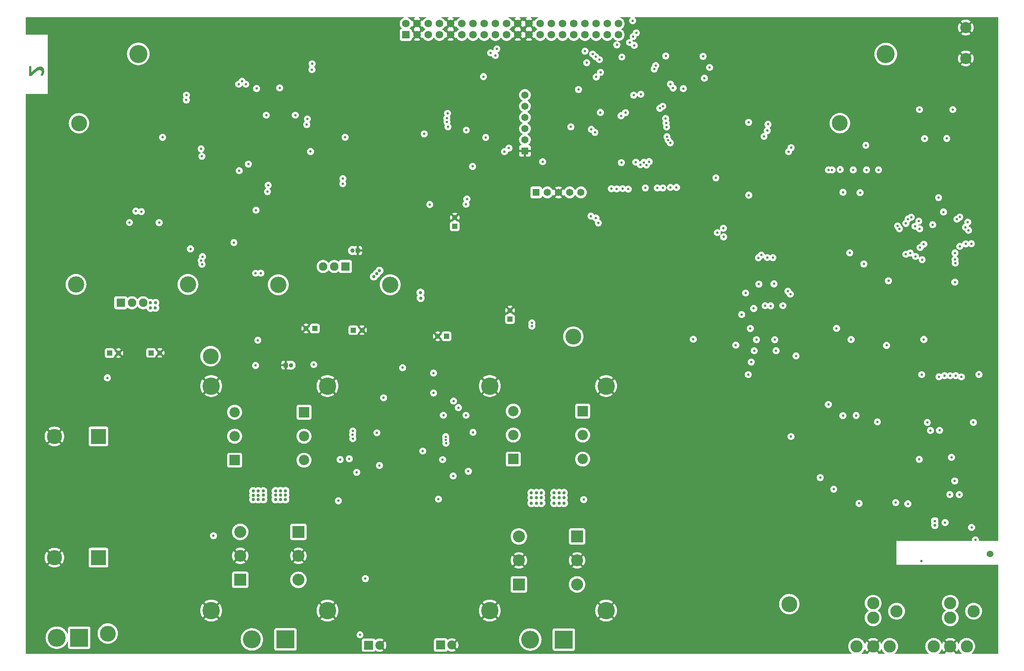
<source format=gbr>
%TF.GenerationSoftware,KiCad,Pcbnew,8.0.8*%
%TF.CreationDate,2025-05-17T22:55:18-04:00*%
%TF.ProjectId,amp board,616d7020-626f-4617-9264-2e6b69636164,rev?*%
%TF.SameCoordinates,Original*%
%TF.FileFunction,Copper,L2,Inr*%
%TF.FilePolarity,Positive*%
%FSLAX46Y46*%
G04 Gerber Fmt 4.6, Leading zero omitted, Abs format (unit mm)*
G04 Created by KiCad (PCBNEW 8.0.8) date 2025-05-17 22:55:18*
%MOMM*%
%LPD*%
G01*
G04 APERTURE LIST*
%ADD10C,0.300000*%
%TA.AperFunction,ComponentPad*%
%ADD11R,0.584200X0.584200*%
%TD*%
%TA.AperFunction,ComponentPad*%
%ADD12C,0.635000*%
%TD*%
%TA.AperFunction,ComponentPad*%
%ADD13C,4.100000*%
%TD*%
%TA.AperFunction,ComponentPad*%
%ADD14R,2.355000X2.355000*%
%TD*%
%TA.AperFunction,ComponentPad*%
%ADD15C,2.355000*%
%TD*%
%TA.AperFunction,ComponentPad*%
%ADD16R,1.150000X1.150000*%
%TD*%
%TA.AperFunction,ComponentPad*%
%ADD17C,1.150000*%
%TD*%
%TA.AperFunction,ComponentPad*%
%ADD18R,3.450000X3.450000*%
%TD*%
%TA.AperFunction,ComponentPad*%
%ADD19C,3.450000*%
%TD*%
%TA.AperFunction,ComponentPad*%
%ADD20R,2.025000X2.025000*%
%TD*%
%TA.AperFunction,ComponentPad*%
%ADD21C,2.025000*%
%TD*%
%TA.AperFunction,ComponentPad*%
%ADD22R,4.064000X4.064000*%
%TD*%
%TA.AperFunction,ComponentPad*%
%ADD23C,4.064000*%
%TD*%
%TA.AperFunction,ComponentPad*%
%ADD24C,3.700000*%
%TD*%
%TA.AperFunction,ComponentPad*%
%ADD25C,3.600000*%
%TD*%
%TA.AperFunction,ComponentPad*%
%ADD26R,1.650000X1.650000*%
%TD*%
%TA.AperFunction,ComponentPad*%
%ADD27C,1.650000*%
%TD*%
%TA.AperFunction,ComponentPad*%
%ADD28C,2.550000*%
%TD*%
%TA.AperFunction,ComponentPad*%
%ADD29C,3.954000*%
%TD*%
%TA.AperFunction,ComponentPad*%
%ADD30R,1.935000X1.935000*%
%TD*%
%TA.AperFunction,ComponentPad*%
%ADD31C,1.935000*%
%TD*%
%TA.AperFunction,ComponentPad*%
%ADD32C,2.794000*%
%TD*%
%TA.AperFunction,ComponentPad*%
%ADD33R,1.725000X1.725000*%
%TD*%
%TA.AperFunction,ComponentPad*%
%ADD34C,1.725000*%
%TD*%
%TA.AperFunction,ComponentPad*%
%ADD35R,2.715000X2.715000*%
%TD*%
%TA.AperFunction,ComponentPad*%
%ADD36C,2.715000*%
%TD*%
%TA.AperFunction,ComponentPad*%
%ADD37R,1.000000X1.000000*%
%TD*%
%TA.AperFunction,ComponentPad*%
%ADD38C,1.000000*%
%TD*%
%TA.AperFunction,ComponentPad*%
%ADD39C,1.524000*%
%TD*%
%TA.AperFunction,ViaPad*%
%ADD40C,0.558800*%
%TD*%
%TA.AperFunction,ViaPad*%
%ADD41C,0.762000*%
%TD*%
G04 APERTURE END LIST*
D10*
G36*
X204193233Y-188556710D02*
G01*
X204068537Y-188563224D01*
X203984786Y-188582765D01*
X203938258Y-188617196D01*
X203924300Y-188663725D01*
X203924300Y-190611398D01*
X203934536Y-190710038D01*
X203973619Y-190778899D01*
X204059231Y-190817053D01*
X204203469Y-190828219D01*
X204347707Y-190820775D01*
X204453791Y-190791927D01*
X204545917Y-190737954D01*
X204643626Y-190653273D01*
X205300606Y-190067017D01*
X205443423Y-189936084D01*
X205594853Y-189812871D01*
X205632817Y-189785056D01*
X205793874Y-189678928D01*
X205907334Y-189617554D01*
X206082862Y-189548285D01*
X206136253Y-189534734D01*
X206322675Y-189512487D01*
X206334463Y-189512400D01*
X206508479Y-189540317D01*
X206651786Y-189621276D01*
X206747634Y-189756208D01*
X206782961Y-189940139D01*
X206782996Y-189946974D01*
X206767366Y-190134492D01*
X206746704Y-190220560D01*
X206681586Y-190395074D01*
X206664814Y-190429937D01*
X206581994Y-190580689D01*
X206544771Y-190674676D01*
X206559660Y-190714690D01*
X206608980Y-190742607D01*
X206702967Y-190759357D01*
X206846274Y-190765871D01*
X206942123Y-190762149D01*
X207009123Y-190750982D01*
X207059374Y-190729579D01*
X207110555Y-190683982D01*
X207185931Y-190563008D01*
X207261797Y-190386248D01*
X207275265Y-190347117D01*
X207326658Y-190167347D01*
X207348780Y-190064225D01*
X207373643Y-189876195D01*
X207378558Y-189742250D01*
X207369136Y-189553461D01*
X207334327Y-189357025D01*
X207311557Y-189280689D01*
X207237294Y-189109793D01*
X207125444Y-188952200D01*
X206977310Y-188825788D01*
X206842552Y-188756781D01*
X206661445Y-188706680D01*
X206489868Y-188692572D01*
X206294033Y-188703726D01*
X206162309Y-188724211D01*
X205973248Y-188781299D01*
X205815208Y-188855421D01*
X205644700Y-188957583D01*
X205486359Y-189070385D01*
X205402968Y-189135521D01*
X205255131Y-189259802D01*
X205109958Y-189391236D01*
X204971274Y-189523638D01*
X204879990Y-189613832D01*
X204460305Y-190009322D01*
X204460305Y-188674891D01*
X204445416Y-188626502D01*
X204398888Y-188588349D01*
X204315137Y-188565085D01*
X204193233Y-188556710D01*
G37*
D11*
%TO.N,/Main Board/FM Radio/RCLK*%
%TO.C,Y1*%
X409499200Y-291908200D03*
D12*
%TO.N,/Main Board/FM Radio/GPO3*%
X409499200Y-292898800D03*
%TD*%
D13*
%TO.N,unconnected-(H2-Pad1)*%
%TO.C,H2*%
X398374000Y-185877400D03*
%TD*%
D14*
%TO.N,Net-(Q24-C)*%
%TO.C,Q25*%
X313826400Y-277841400D03*
D15*
%TO.N,VCC_Power_L*%
X313826400Y-272391400D03*
%TO.N,Net-(Q25-E)*%
X313826400Y-266941400D03*
%TD*%
D16*
%TO.N,Net-(C179-+)*%
%TO.C,C179*%
X300552600Y-224964400D03*
D17*
%TO.N,GND*%
X300552600Y-222964400D03*
%TD*%
D18*
%TO.N,/Main Board/33V*%
%TO.C,C188*%
X219685000Y-272694600D03*
D19*
%TO.N,GND*%
X209685000Y-272694600D03*
%TD*%
D20*
%TO.N,Net-(D1-A)*%
%TO.C,J4*%
X297361000Y-320081900D03*
D21*
%TO.N,GND*%
X299901000Y-320081900D03*
%TD*%
D22*
%TO.N,Net-(BR1-~{_1})*%
%TO.C,J13*%
X215316200Y-318414600D03*
D23*
%TO.N,Net-(BR1-~{_2})*%
X210236200Y-318414600D03*
%TD*%
D24*
%TO.N,unconnected-(U13-Pad1)*%
%TO.C,U13*%
X260502800Y-238252200D03*
%TO.N,unconnected-(U13-Pad2)*%
X285902800Y-238252200D03*
%TD*%
D25*
%TO.N,unconnected-(H13-Pad1)*%
%TO.C,H13*%
X245135800Y-254482800D03*
%TD*%
%TO.N,unconnected-(H9-Pad1)*%
%TO.C,H9*%
X387960000Y-201549200D03*
%TD*%
D26*
%TO.N,/Main Board/Micro/nMCLR*%
%TO.C,J9*%
X319024400Y-217271800D03*
D27*
%TO.N,3V3*%
X321564400Y-217271800D03*
%TO.N,GND*%
X324104400Y-217271800D03*
%TO.N,/Main Board/Micro/PGD*%
X326644400Y-217271800D03*
%TO.N,/Main Board/Micro/PGC*%
X329184400Y-217271800D03*
%TD*%
D25*
%TO.N,unconnected-(H11-Pad1)*%
%TO.C,H11*%
X327457200Y-250037800D03*
%TD*%
D14*
%TO.N,Net-(Q18-C)*%
%TO.C,Q19*%
X250580400Y-278095400D03*
D15*
%TO.N,/Main Board/VCC_Power_R*%
X250580400Y-272645400D03*
%TO.N,Net-(Q19-E)*%
X250580400Y-267195400D03*
%TD*%
D28*
%TO.N,GND*%
%TO.C,J5*%
X416535000Y-179842600D03*
X416535000Y-186842600D03*
%TD*%
D29*
%TO.N,GND*%
%TO.C,H3*%
X271662400Y-312253400D03*
X271662400Y-261253400D03*
X245262400Y-261253400D03*
X245262400Y-312253400D03*
%TD*%
D20*
%TO.N,Net-(D1-A)*%
%TO.C,J12*%
X280969200Y-320097000D03*
D21*
%TO.N,GND*%
X283509200Y-320097000D03*
%TD*%
D30*
%TO.N,Net-(C143-+)*%
%TO.C,IC33*%
X224742400Y-242341600D03*
D31*
%TO.N,/Main Board/VCC_Power_R*%
X227282400Y-242341600D03*
%TO.N,/Main Board/33V*%
X229822400Y-242341600D03*
%TD*%
D32*
%TO.N,GND*%
%TO.C,J6*%
X395516500Y-320396000D03*
%TO.N,unconnected-(J6-NC-Pad2)*%
X399263000Y-320396000D03*
%TO.N,Net-(J6-SIG)*%
X395516500Y-310591600D03*
%TO.N,unconnected-(J6-NC-Pad4)*%
X400825100Y-312395000D03*
%TO.N,unconnected-(J6-NC-Pad5)*%
X395516500Y-313893600D03*
%TO.N,unconnected-(J6-NC-Pad6)*%
X391770000Y-320396000D03*
%TD*%
D33*
%TO.N,VCC_Power_L*%
%TO.C,J3*%
X289433400Y-181483200D03*
D34*
X289433400Y-178943200D03*
%TO.N,GND*%
X291973400Y-181483200D03*
X291973400Y-178943200D03*
%TO.N,nMULTI2*%
X294513400Y-181483200D03*
%TO.N,nDISPLAY*%
X294513400Y-178943200D03*
%TO.N,3V3*%
X297053400Y-181483200D03*
%TO.N,nSOURCE*%
X297053400Y-178943200D03*
%TO.N,GND*%
X299593400Y-181483200D03*
X299593400Y-178943200D03*
%TO.N,DISPLAY_LAT*%
X302133400Y-181483200D03*
%TO.N,LATCH*%
X302133400Y-178943200D03*
%TO.N,DISPLAY_BLANK*%
X304673400Y-181483200D03*
%TO.N,unconnected-(J3-Pad14)*%
X304673400Y-178943200D03*
%TO.N,BLANK*%
X307213400Y-181483200D03*
%TO.N,unconnected-(J3-Pad16)*%
X307213400Y-178943200D03*
%TO.N,IR_IN*%
X309753400Y-181483200D03*
%TO.N,TUNE_A*%
X309753400Y-178943200D03*
%TO.N,PLAY_PAUSE*%
X312293400Y-181483200D03*
%TO.N,TUNE_B*%
X312293400Y-178943200D03*
%TO.N,GND*%
X314833400Y-181483200D03*
X314833400Y-178943200D03*
X317373400Y-181483200D03*
X317373400Y-178943200D03*
%TO.N,BT_R*%
X319913400Y-181483200D03*
%TO.N,BAR*%
X319913400Y-178943200D03*
%TO.N,BT_L*%
X322453400Y-181483200D03*
%TO.N,BAR_SCLK*%
X322453400Y-178943200D03*
%TO.N,2V5*%
X324993400Y-181483200D03*
%TO.N,FWD*%
X324993400Y-178943200D03*
%TO.N,VCC Signal*%
X327533400Y-181483200D03*
%TO.N,REV*%
X327533400Y-178943200D03*
%TO.N,VOL_A*%
X330073400Y-181483200D03*
%TO.N,VOL+*%
X330073400Y-178943200D03*
%TO.N,VOL_B*%
X332613400Y-181483200D03*
%TO.N,VOL-*%
X332613400Y-178943200D03*
%TO.N,UART_TXD*%
X335153400Y-181483200D03*
%TO.N,nMULTI1*%
X335153400Y-178943200D03*
%TO.N,UART_RXD*%
X337693400Y-181483200D03*
%TO.N,MFB*%
X337693400Y-178943200D03*
%TD*%
D25*
%TO.N,unconnected-(H8-Pad1)*%
%TO.C,H8*%
X376479200Y-310794600D03*
%TD*%
D22*
%TO.N,/Main Board/Von_L*%
%TO.C,J18*%
X325307200Y-318833400D03*
D23*
%TO.N,/Main Board/Vop_L*%
X317687200Y-318833400D03*
%TD*%
D14*
%TO.N,Net-(Q21-B)*%
%TO.C,Q21*%
X266328400Y-267195400D03*
D15*
%TO.N,/Main Board/VCC_Power_R*%
X266328400Y-272645400D03*
%TO.N,Net-(Q21-E)*%
X266328400Y-278095400D03*
%TD*%
D22*
%TO.N,/Main Board/Von_R*%
%TO.C,J17*%
X262137400Y-318808000D03*
D23*
%TO.N,/Main Board/Vop_R*%
X254517400Y-318808000D03*
%TD*%
D35*
%TO.N,/Main Board/Output Stage/Pos L*%
%TO.C,Q26*%
X315096400Y-306311400D03*
D36*
%TO.N,GND*%
X315096400Y-300861400D03*
%TO.N,Net-(Q26-E)*%
X315096400Y-295411400D03*
%TD*%
D35*
%TO.N,/Main Board/Output Stage/Neg R*%
%TO.C,Q22*%
X265058400Y-294373400D03*
D36*
%TO.N,GND*%
X265058400Y-299823400D03*
%TO.N,Net-(Q22-E)*%
X265058400Y-305273400D03*
%TD*%
D35*
%TO.N,/Main Board/Output Stage/Neg L*%
%TO.C,Q28*%
X328304400Y-295411400D03*
D36*
%TO.N,GND*%
X328304400Y-300861400D03*
%TO.N,Net-(Q28-E)*%
X328304400Y-306311400D03*
%TD*%
D24*
%TO.N,unconnected-(U11-Pad1)*%
%TO.C,U11*%
X239982400Y-238189600D03*
%TO.N,unconnected-(U11-Pad2)*%
X214582400Y-238189600D03*
%TD*%
D14*
%TO.N,Net-(Q27-B)*%
%TO.C,Q27*%
X329574400Y-266941400D03*
D15*
%TO.N,VCC_Power_L*%
X329574400Y-272391400D03*
%TO.N,Net-(Q27-E)*%
X329574400Y-277841400D03*
%TD*%
D37*
%TO.N,GND*%
%TO.C,RT1*%
X278511400Y-230479800D03*
D38*
%TO.N,/Main Board/Micro/REG TEMP*%
X277311400Y-230479800D03*
%TD*%
D39*
%TO.N,/Main Board/FM Radio/FM_SW ANT*%
%TO.C,J14*%
X422072200Y-299364600D03*
%TD*%
D26*
%TO.N,GND*%
%TO.C,J8*%
X316484400Y-207848400D03*
D27*
%TO.N,unconnected-(J8-Pad2)*%
X316484400Y-205308400D03*
%TO.N,unconnected-(J8-Pad3)*%
X316484400Y-202768400D03*
%TO.N,/Main Board/Micro/TXD*%
X316484400Y-200228400D03*
%TO.N,/Main Board/Micro/RXD*%
X316484400Y-197688400D03*
%TO.N,unconnected-(J8-Pad6)*%
X316484400Y-195148400D03*
%TD*%
D32*
%TO.N,GND*%
%TO.C,J7*%
X413004400Y-320396000D03*
%TO.N,unconnected-(J7-NC-Pad2)*%
X416750900Y-320396000D03*
%TO.N,Net-(J7-SIG)*%
X413004400Y-310591600D03*
%TO.N,unconnected-(J7-NC-Pad4)*%
X418313000Y-312395000D03*
%TO.N,unconnected-(J7-NC-Pad5)*%
X413004400Y-313893600D03*
%TO.N,unconnected-(J7-NC-Pad6)*%
X409257900Y-320396000D03*
%TD*%
D16*
%TO.N,Net-(C143-+)*%
%TO.C,C143*%
X222236400Y-253771600D03*
D17*
%TO.N,GND*%
X224236400Y-253771600D03*
%TD*%
D30*
%TO.N,Net-(C147-+)*%
%TO.C,IC34*%
X275742800Y-234100200D03*
D31*
%TO.N,VCC_Power_L*%
X273202800Y-234100200D03*
%TO.N,/Main Board/33V*%
X270662800Y-234100200D03*
%TD*%
D13*
%TO.N,unconnected-(H1-Pad1)*%
%TO.C,H1*%
X228727400Y-185826600D03*
%TD*%
D35*
%TO.N,/Main Board/Output Stage/Pos R*%
%TO.C,Q20*%
X251850400Y-305273400D03*
D36*
%TO.N,GND*%
X251850400Y-299823400D03*
%TO.N,Net-(Q20-E)*%
X251850400Y-294373400D03*
%TD*%
D29*
%TO.N,GND*%
%TO.C,H4*%
X334900400Y-312253400D03*
X334900400Y-261253400D03*
X308500400Y-261253400D03*
X308500400Y-312253400D03*
%TD*%
D18*
%TO.N,/Main Board/33V*%
%TO.C,C189*%
X219685000Y-300228200D03*
D19*
%TO.N,GND*%
X209685000Y-300228200D03*
%TD*%
D16*
%TO.N,VCC_Power_L*%
%TO.C,C146*%
X268802000Y-248183600D03*
D17*
%TO.N,GND*%
X266802000Y-248183600D03*
%TD*%
D25*
%TO.N,unconnected-(H7-Pad1)*%
%TO.C,H7*%
X221793200Y-317474800D03*
%TD*%
D37*
%TO.N,GND*%
%TO.C,RT2*%
X262214200Y-256514800D03*
D38*
%TO.N,/Main Board/Micro/OUTPUT TEMP*%
X263414200Y-256514800D03*
%TD*%
D16*
%TO.N,/Main Board/VCC_Power_R*%
%TO.C,C142*%
X231597600Y-253720800D03*
D17*
%TO.N,GND*%
X233597600Y-253720800D03*
%TD*%
D16*
%TO.N,Net-(C147-+)*%
%TO.C,C147*%
X277520800Y-248564600D03*
D17*
%TO.N,GND*%
X279520800Y-248564600D03*
%TD*%
D25*
%TO.N,unconnected-(H10-Pad1)*%
%TO.C,H10*%
X215265400Y-201574600D03*
%TD*%
D16*
%TO.N,Net-(C275-+)*%
%TO.C,C275*%
X313091400Y-246067000D03*
D17*
%TO.N,GND*%
X313091400Y-244067000D03*
%TD*%
D16*
%TO.N,Net-(C274-+)*%
%TO.C,C274*%
X298679400Y-249950400D03*
D17*
%TO.N,GND*%
X296679400Y-249950400D03*
%TD*%
D40*
%TO.N,Net-(Q5-G)*%
X280264000Y-305003400D03*
%TO.N,GND*%
X280264000Y-269087800D03*
X229210000Y-308280000D03*
X220142200Y-243078200D03*
X321132600Y-224333000D03*
X306324400Y-256972000D03*
X401599800Y-293903600D03*
X254127400Y-216687600D03*
X303886000Y-260020000D03*
X351130000Y-253263600D03*
X388925200Y-221767600D03*
X413690200Y-184810600D03*
X357480000Y-265100000D03*
X220320000Y-191440000D03*
X351104600Y-198933000D03*
X337160000Y-303200000D03*
X395580000Y-275260000D03*
X304241600Y-221742200D03*
X247498000Y-232613400D03*
X418440000Y-315900000D03*
X228092400Y-314122000D03*
X206350000Y-317170000D03*
X382880000Y-224460000D03*
X336652000Y-256768800D03*
X370688000Y-209220000D03*
X390500000Y-315900000D03*
X290170000Y-281610000D03*
X269113400Y-275768000D03*
X334721600Y-207746800D03*
X301346000Y-184175600D03*
X240640000Y-188900000D03*
X276200000Y-265100000D03*
X270002400Y-183845400D03*
X400660000Y-280340000D03*
X286360000Y-199060000D03*
X352704800Y-242417800D03*
X357937200Y-208686600D03*
X222860000Y-313360000D03*
X357480000Y-272720000D03*
X364007800Y-259181800D03*
X313741200Y-215316000D03*
X240640000Y-218110000D03*
X299872800Y-270281600D03*
X320548400Y-250190200D03*
X324409200Y-189077800D03*
X342240000Y-265100000D03*
X393040000Y-224460000D03*
X230124400Y-228168400D03*
X262230000Y-204140000D03*
X280924400Y-214554000D03*
X296215200Y-246100800D03*
X276200000Y-178740000D03*
X280568800Y-196189800D03*
X340970000Y-295580000D03*
X300304600Y-257911800D03*
X290424000Y-185293200D03*
X366192200Y-192252800D03*
X266014600Y-281940200D03*
X210160000Y-244780000D03*
X350850600Y-202387400D03*
X220320000Y-305740000D03*
X226466800Y-218745000D03*
X281051400Y-233223000D03*
X206350000Y-275260000D03*
X401625200Y-292328800D03*
X293624400Y-197967800D03*
X383286400Y-192125800D03*
X351104600Y-196520000D03*
X334442200Y-247675600D03*
X418440000Y-199060000D03*
X338353800Y-203428800D03*
X259690000Y-265100000D03*
X357937200Y-198831400D03*
X398450200Y-266090600D03*
X353441400Y-195199200D03*
X397104000Y-216586000D03*
X228702000Y-215773200D03*
X418440000Y-206680000D03*
X395605400Y-191262200D03*
X293243400Y-250444200D03*
X384404000Y-267386000D03*
X313030000Y-298120000D03*
X228422600Y-203022400D03*
X410312000Y-264084000D03*
X272009000Y-298856600D03*
X300330000Y-312090000D03*
X384150000Y-233604000D03*
X418440000Y-214300000D03*
X262230000Y-196520000D03*
X394056000Y-216586000D03*
X250800000Y-178740000D03*
X286893400Y-277393600D03*
X368173400Y-299059800D03*
X218389600Y-245643600D03*
X324307600Y-209423200D03*
X282346800Y-274828200D03*
X421107000Y-292735200D03*
X362560000Y-211760000D03*
X244450000Y-289230000D03*
X283058000Y-242849600D03*
X241249600Y-212852200D03*
X240005000Y-205740200D03*
X377622200Y-203860600D03*
X240640000Y-224460000D03*
X250977800Y-234391400D03*
X396773800Y-299542400D03*
X277012800Y-311785200D03*
X400685400Y-252984200D03*
X246990000Y-219380000D03*
X220320000Y-211760000D03*
X367640000Y-181280000D03*
X252527200Y-189001600D03*
X336652000Y-253670000D03*
X385674000Y-247066000D03*
X350393400Y-186868000D03*
X316078000Y-260020000D03*
X365100000Y-234620000D03*
X377495200Y-263093400D03*
X318745000Y-256870400D03*
X324663200Y-256845000D03*
X381356000Y-249860000D03*
X357480000Y-234620000D03*
X206350000Y-262560000D03*
X377800000Y-267640000D03*
X324053600Y-229133600D03*
X323723400Y-233197600D03*
X370535600Y-188341200D03*
X334162800Y-213563400D03*
X375260000Y-214300000D03*
X353416000Y-217398800D03*
X418440000Y-272720000D03*
X386182000Y-253670000D03*
X267310000Y-296850000D03*
X264338200Y-248285200D03*
X360274000Y-251485600D03*
X351104600Y-207315000D03*
X236753800Y-208331000D03*
X351104600Y-209626400D03*
X210160000Y-191440000D03*
X420980000Y-290500000D03*
X294945200Y-281432200D03*
X395834000Y-221666000D03*
X340970000Y-308280000D03*
X241910000Y-305740000D03*
X340309600Y-199999800D03*
X309220000Y-268910000D03*
X243180000Y-248590000D03*
X396189600Y-292659000D03*
X358242000Y-223672600D03*
X373888400Y-232130800D03*
X369138600Y-248844000D03*
X386436000Y-214046000D03*
X379781200Y-188188800D03*
X408254600Y-241452600D03*
X417678000Y-288214000D03*
X268580000Y-289230000D03*
X365100000Y-315900000D03*
X346050000Y-260020000D03*
X272720200Y-190982800D03*
X252552600Y-185039200D03*
X286360000Y-205410000D03*
X362712400Y-188849200D03*
X418440000Y-224460000D03*
X357480000Y-287960000D03*
X387960000Y-303200000D03*
X309524800Y-200761800D03*
X289662000Y-200787200D03*
X401599800Y-226923800D03*
X420980000Y-285420000D03*
X405206600Y-283972200D03*
X211176000Y-288036200D03*
X408280000Y-315900000D03*
X350444200Y-229133600D03*
X286563200Y-220192800D03*
X344627600Y-218795800D03*
X414096600Y-306273400D03*
X347320000Y-239700000D03*
X286131400Y-259766000D03*
X206350000Y-294310000D03*
X323952000Y-237058400D03*
X332080000Y-290500000D03*
X322605800Y-195885000D03*
X301981000Y-229260600D03*
X357784800Y-256641800D03*
X265506600Y-284327800D03*
X418440000Y-232080000D03*
X274117200Y-188646000D03*
X273202800Y-277673000D03*
X290170000Y-295580000D03*
X224130000Y-292278000D03*
X233756600Y-192837000D03*
X374167800Y-192227400D03*
X272771000Y-200990400D03*
X249530000Y-255219400D03*
X408051400Y-221462800D03*
X343738600Y-244068800D03*
X397866000Y-233076600D03*
X251739800Y-206476800D03*
X377241200Y-216713000D03*
X259740800Y-220853200D03*
X277622400Y-217094000D03*
X403428600Y-292227200D03*
X241910000Y-296850000D03*
X249606200Y-224891800D03*
X287045800Y-250291800D03*
X371500800Y-260477200D03*
X333312160Y-203358000D03*
X360096200Y-207518200D03*
X255067200Y-195783400D03*
X245593000Y-239573000D03*
X303784400Y-245872200D03*
X390754000Y-209829600D03*
X387960000Y-224460000D03*
X290170000Y-273990000D03*
X345491200Y-256845000D03*
X324714000Y-253670000D03*
X411074000Y-213538000D03*
X408483200Y-179121000D03*
X360070800Y-200025200D03*
X374726600Y-244983200D03*
X400660000Y-315900000D03*
X342240000Y-272720000D03*
X292633800Y-260782000D03*
X351104600Y-212877600D03*
X313512600Y-230581400D03*
X257658000Y-208788200D03*
X416560400Y-279527200D03*
X309067600Y-224409200D03*
X248615600Y-312598000D03*
X330556000Y-256768800D03*
X207594600Y-304622400D03*
X225400000Y-271450000D03*
X252070000Y-301930000D03*
X410820000Y-247320000D03*
X330718200Y-232679800D03*
X398120000Y-260020000D03*
X390500000Y-242240000D03*
X234290000Y-295580000D03*
X398628000Y-289738000D03*
X225400000Y-279070000D03*
X283820000Y-229082800D03*
X318872000Y-253670000D03*
X320345200Y-231927600D03*
X393040000Y-201600000D03*
X289992200Y-270154600D03*
X343281400Y-234315200D03*
X336855200Y-221285000D03*
X343637000Y-203352600D03*
X297256600Y-195961200D03*
X234290000Y-279070000D03*
X265430400Y-259715200D03*
X290170000Y-303200000D03*
X206350000Y-308280000D03*
X239446200Y-301269600D03*
X312318800Y-240538200D03*
X225400000Y-286690000D03*
X312776000Y-253670000D03*
X382118000Y-283388000D03*
X268224400Y-223291600D03*
X402438000Y-220218200D03*
X357480000Y-280340000D03*
X381102000Y-244780000D03*
X387731400Y-197002600D03*
X250114200Y-231114800D03*
X313030000Y-303200000D03*
X368910000Y-224460000D03*
X275996800Y-280898800D03*
X256159400Y-230054202D03*
X385597800Y-209956600D03*
X313030000Y-289230000D03*
X295605600Y-214350800D03*
X211430000Y-265354000D03*
X307950000Y-280340000D03*
X343789400Y-204851200D03*
X339420600Y-190017600D03*
X388976000Y-236880600D03*
X363347400Y-241935200D03*
X256540400Y-239496800D03*
X206350000Y-287960000D03*
X299568000Y-253670000D03*
X210007600Y-279679600D03*
X263500000Y-178740000D03*
X302946200Y-189281000D03*
X340665200Y-204063800D03*
X301600000Y-303200000D03*
X400634600Y-220573800D03*
X392532000Y-290195200D03*
X352400000Y-315900000D03*
X404571600Y-234112000D03*
X311506000Y-197155000D03*
X282550000Y-188900000D03*
X336398000Y-233604000D03*
X262230000Y-187630000D03*
X409042000Y-227508000D03*
X405994000Y-203632000D03*
X235306000Y-247066000D03*
X357480000Y-305740000D03*
X266040000Y-312090000D03*
X368910000Y-236398000D03*
X410312000Y-287960000D03*
X237185600Y-298729600D03*
X302743000Y-213969800D03*
X272390000Y-295580000D03*
X236576000Y-202285800D03*
X281711800Y-259918400D03*
X280010000Y-285420000D03*
X280010000Y-295580000D03*
X385420000Y-260020000D03*
X243180000Y-186360000D03*
X375260000Y-303200000D03*
X222682200Y-219811800D03*
X342773400Y-193395800D03*
X330556000Y-253670000D03*
X400329800Y-300812400D03*
X340182600Y-233578600D03*
X387274200Y-292659000D03*
X306680000Y-253924000D03*
X398120000Y-282880000D03*
X365100000Y-228270000D03*
X336474200Y-194107000D03*
X210160000Y-211760000D03*
X391008000Y-216332000D03*
X330810000Y-298120000D03*
X343814800Y-251612600D03*
X333781800Y-233299200D03*
X274625200Y-210032800D03*
X206350000Y-300660000D03*
X268224400Y-229641600D03*
X367640000Y-285420000D03*
X206350000Y-268910000D03*
X235560000Y-183820000D03*
X407010000Y-214300000D03*
X363830000Y-224460000D03*
X249530000Y-261290000D03*
X389458600Y-286258200D03*
X321920000Y-260020000D03*
X409753200Y-207086400D03*
X213741400Y-254381200D03*
X317881400Y-183616800D03*
X415900000Y-264084000D03*
X377800000Y-315900000D03*
X360197800Y-238252200D03*
X356718000Y-195199200D03*
X280010000Y-303200000D03*
X329540000Y-260020000D03*
X281661000Y-246253200D03*
X403708000Y-284048400D03*
X259690000Y-254762200D03*
X377292000Y-284658000D03*
X290932000Y-253670000D03*
X293294200Y-183235800D03*
X264008000Y-216179600D03*
X315570000Y-275260000D03*
X354051000Y-192481400D03*
X326492000Y-232588000D03*
X249530000Y-282880000D03*
X362560000Y-201600000D03*
X407568800Y-304368400D03*
X405740000Y-272618400D03*
X255338600Y-253187658D03*
X244450000Y-197790000D03*
X368960800Y-254914600D03*
X332486400Y-209474000D03*
X257861200Y-220929400D03*
X261569600Y-209905800D03*
X307111800Y-198602800D03*
X289738200Y-196088200D03*
X350901400Y-204978200D03*
X273304400Y-194818200D03*
X396113400Y-209220000D03*
X405790800Y-188874600D03*
X250800000Y-289230000D03*
X418440000Y-247320000D03*
X300304600Y-209118400D03*
X237211000Y-313817200D03*
X344526000Y-207518200D03*
X371450000Y-244729200D03*
X298856800Y-234975600D03*
X378485800Y-197180400D03*
X418440000Y-242240000D03*
X339928600Y-207442000D03*
X261036200Y-218719600D03*
X382880000Y-219380000D03*
X338176000Y-204394000D03*
X301549200Y-275691800D03*
X413106000Y-264084000D03*
X296621600Y-187198200D03*
X301803200Y-237744200D03*
X345821400Y-196088200D03*
X301600000Y-295580000D03*
X270205600Y-216281200D03*
X231927800Y-233680200D03*
X251308000Y-247396200D03*
X338430000Y-260020000D03*
X342240000Y-280340000D03*
X264465200Y-234899400D03*
X288900000Y-312090000D03*
X309575600Y-193700600D03*
X321920000Y-265100000D03*
X382880000Y-287960000D03*
X249530000Y-296850000D03*
X308686600Y-248209000D03*
X384912000Y-271196000D03*
X286258400Y-178816200D03*
X410718400Y-240512800D03*
X357480000Y-295580000D03*
X382880000Y-201600000D03*
X223622000Y-252400000D03*
X412318600Y-219151400D03*
X228143200Y-319049600D03*
X396088000Y-302844400D03*
X234798000Y-252400000D03*
X261722000Y-248285200D03*
X314300000Y-281610000D03*
X418440000Y-252400000D03*
X243180000Y-279070000D03*
X272390000Y-303200000D03*
X334035800Y-237236200D03*
X401650600Y-216052600D03*
X234290000Y-270180000D03*
X373990000Y-229540000D03*
X222961600Y-303327000D03*
X402819000Y-198425000D03*
X382880000Y-181280000D03*
X309982000Y-300101200D03*
X367640000Y-272720000D03*
X277063600Y-209956600D03*
X290474800Y-261264600D03*
X341732000Y-199974400D03*
X352400000Y-181280000D03*
X388645800Y-229768600D03*
X413360000Y-272720000D03*
X245313600Y-231927600D03*
X210160000Y-229540000D03*
X290170000Y-287960000D03*
X220320000Y-229540000D03*
X233756600Y-196088200D03*
X334620000Y-277800000D03*
X206350000Y-281610000D03*
X252273200Y-198602800D03*
X418440000Y-237160000D03*
X412699600Y-191694000D03*
X349225000Y-223317000D03*
X280010000Y-205410000D03*
X248260000Y-207950000D03*
X413614000Y-203632000D03*
X253721000Y-242265400D03*
X400126600Y-206807000D03*
X400609200Y-248590000D03*
X398120000Y-242240000D03*
X305410000Y-263830000D03*
X302743000Y-197790000D03*
X410820000Y-252400000D03*
X377800000Y-224460000D03*
X312699800Y-256845000D03*
X302311200Y-192684600D03*
X267310000Y-210947200D03*
X292811600Y-269976800D03*
X395402200Y-294310000D03*
X257734200Y-202971600D03*
X380340000Y-277800000D03*
X297307400Y-229768600D03*
X403581000Y-303504800D03*
%TO.N,/Main Board/5V_Signal*%
X414092000Y-231034000D03*
X386182000Y-212166400D03*
X407010000Y-229032000D03*
X394005200Y-212166400D03*
X393852800Y-206578400D03*
X390982600Y-212166400D03*
X371484600Y-232080000D03*
X396723000Y-212166400D03*
X417779600Y-228930400D03*
X411480400Y-221716800D03*
X388036200Y-212064800D03*
X385369200Y-212166400D03*
%TO.N,/Main Board/Bandpass Filters/160Hz BP*%
X260807600Y-193548200D03*
X255562654Y-193688054D03*
%TO.N,/Main Board/Bandpass Filters/6.25kHz BP*%
X255448200Y-221310400D03*
%TO.N,/Main Board/Bandpass Filters/16kHz BP*%
X240563800Y-230098800D03*
X226720800Y-224129800D03*
X233451800Y-224155200D03*
%TO.N,/Main Board/Bandpass Filters/1kHz BP*%
X264359000Y-199745800D03*
X257757800Y-199747600D03*
%TO.N,Net-(IC24--IN_B)*%
X390195200Y-231013200D03*
X398970900Y-237350500D03*
%TO.N,Net-(IC26--IN_B)*%
X396469000Y-269392600D03*
X385343800Y-265455600D03*
%TO.N,Net-(IC27--IN_B)*%
X387198000Y-248158200D03*
X398551800Y-252019000D03*
%TO.N,Net-(IC37-+_IN_C)*%
X408521800Y-271340800D03*
%TO.N,Net-(IC37-+IN_D)*%
X410579200Y-271315400D03*
%TO.N,Net-(IC37--IN_A)*%
X419532200Y-258623000D03*
X415544400Y-259176000D03*
%TO.N,Net-(IC37--IN_B)*%
X406527400Y-258673800D03*
X410451700Y-259163300D03*
%TO.N,/Main Board/FM_R*%
X402946000Y-224307600D03*
X409016600Y-224612400D03*
%TO.N,/Main Board/Micro/VCAP*%
X341156000Y-195199200D03*
%TO.N,/Main Board/Micro/REG TEMP*%
X303098600Y-219964200D03*
%TO.N,/Main Board/Micro/OUTPUT TEMP*%
X303301800Y-218770400D03*
%TO.N,/Main Board/Output Stage/Pos R*%
X277419200Y-271450000D03*
X245796200Y-295275200D03*
%TO.N,/Main Board/Output Stage/Neg R*%
X274134400Y-287325000D03*
X277419200Y-273202600D03*
%TO.N,/Main Board/Bandpass Filters/14V Offset*%
X275133400Y-215311050D03*
X239653402Y-195192820D03*
X251496200Y-192713708D03*
X283464400Y-279313000D03*
X253121800Y-192713708D03*
X274523600Y-277952400D03*
X243185258Y-233578600D03*
X268148200Y-189382600D03*
X267818000Y-207995650D03*
X229409742Y-221653202D03*
X258039000Y-217119400D03*
X242966296Y-207395584D03*
X255846600Y-250850858D03*
X243281600Y-231876800D03*
X266954400Y-201879400D03*
X295732600Y-258313600D03*
X303632000Y-280619400D03*
X255329200Y-235645700D03*
X284404200Y-263931600D03*
X300279200Y-264668200D03*
X293294200Y-276022000D03*
%TO.N,/Main Board/Output Stage/Pos L*%
X298501200Y-272770800D03*
X296850200Y-286942600D03*
%TO.N,/Main Board/Output Stage/Neg L*%
X329819400Y-287045600D03*
X298557630Y-274241886D03*
%TO.N,/Main Board/Audio Switching/AUX EN*%
X406070200Y-225552200D03*
X401472800Y-225526800D03*
X417144600Y-225882400D03*
%TO.N,/Main Board/Audio Switching/AUD L*%
X414096600Y-232537200D03*
X415170092Y-229533308D03*
%TO.N,/Main Board/Audio Switching/BT EN*%
X416458800Y-225196600D03*
X405003400Y-224968000D03*
X401041000Y-224917200D03*
%TO.N,/Main Board/TV_R*%
X405867000Y-223799600D03*
X416992200Y-224028200D03*
%TO.N,/Main Board/Audio Switching/TV EN*%
X415188800Y-222885200D03*
X404139800Y-222910600D03*
X392539500Y-217330100D03*
%TO.N,/Main Board/Audio Switching/FM EN*%
X414528400Y-223367800D03*
X388666000Y-217241200D03*
X403428600Y-223329700D03*
%TO.N,/Main Board/Bandpass Filters/AVG OUT*%
X250419000Y-228676400D03*
D41*
%TO.N,/Main Board/Vop_R*%
X254796800Y-285127600D03*
X255965200Y-287032600D03*
X257108200Y-285127600D03*
X257108200Y-286042000D03*
X257108200Y-287032600D03*
X255965200Y-285127600D03*
X254796800Y-286067400D03*
X255965200Y-286067400D03*
D40*
X276606400Y-277774600D03*
D41*
X254796800Y-287032600D03*
%TO.N,/Main Board/Vop_L*%
X319084200Y-285508600D03*
X320176400Y-286626200D03*
X320201800Y-287845400D03*
X317941200Y-285508600D03*
X317941200Y-286626200D03*
X317941200Y-287845400D03*
D40*
X297790000Y-277977800D03*
D41*
X320176400Y-285508600D03*
X319084200Y-287845400D03*
X319084200Y-286626200D03*
D40*
%TO.N,/Main Board/EQ Stage/R LO*%
X367640000Y-248183600D03*
X365671500Y-245021300D03*
%TO.N,/Main Board/EQ Stage/RIGHT HPF ATT*%
X373177200Y-250723600D03*
X372237400Y-243052800D03*
%TO.N,/Main Board/EQ Stage/LEFT LPF ATT*%
X368402000Y-243637000D03*
X368503600Y-253238200D03*
%TO.N,/Main Board/EQ Stage/L LO*%
X367843200Y-255803600D03*
X367157400Y-258673800D03*
%TO.N,/Main Board/EQ Stage/RIGHT LPF ATT*%
X369011600Y-250723600D03*
X370992800Y-243002000D03*
%TO.N,/Main Board/EQ Stage/LEFT HPF ATT*%
X375017200Y-243002000D03*
X373482000Y-253238200D03*
%TO.N,/Main Board/Output Stage/AUD L*%
X301371400Y-266166800D03*
%TO.N,/Main Board/Output Stage/AUD R*%
X288722200Y-257099000D03*
%TO.N,/Main Board/SPI1_SCLK*%
X369468800Y-232130800D03*
X346507200Y-216277600D03*
%TO.N,/Main Board/SPI1_CS_EQ*%
X372770800Y-232105400D03*
X343814800Y-216281200D03*
X349504400Y-216154200D03*
%TO.N,/Main Board/SPI1_MOSI*%
X370129200Y-231521200D03*
X347777200Y-216268600D03*
%TO.N,/Main Board/Low Pass Filtering and Attenuation/400Hz IN*%
X336093200Y-216433600D03*
X298907600Y-199339400D03*
%TO.N,/Main Board/Low Pass Filtering and Attenuation/160Hz IN*%
X298755200Y-200431600D03*
X337312400Y-216484400D03*
%TO.N,/Main Board/Low Pass Filtering and Attenuation/2.5kHz IN*%
X338620500Y-216420900D03*
X298780600Y-201269800D03*
%TO.N,/Main Board/Low Pass Filtering and Attenuation/6.25kHz IN*%
X299009200Y-202387400D03*
X339928600Y-216535200D03*
%TO.N,/Main Board/SDA*%
X405130400Y-231826000D03*
X376314100Y-208038900D03*
X402946000Y-231318000D03*
X371475400Y-203251000D03*
X357217800Y-191338400D03*
%TO.N,/Main Board/SCL*%
X356913000Y-186385400D03*
X403911200Y-231038600D03*
X371640500Y-201815900D03*
X376885600Y-207137200D03*
%TO.N,/Main Board/Micro/TEST*%
X359816800Y-213995200D03*
X331546600Y-202946200D03*
%TO.N,Net-(IC41-SEG28{slash}SCL1{slash}RG2)*%
X349504400Y-192684600D03*
X348971000Y-205384600D03*
%TO.N,/Main Board/FAN_EN*%
X343484600Y-210459518D03*
%TO.N,Net-(IC41-SEG47{slash}RP31{slash}SDA1{slash}OCM1F{slash}RG3)*%
X349453600Y-206019600D03*
X350114000Y-193573600D03*
%TO.N,/Main Board/Output Stage/VIN L INV*%
X303098600Y-267894000D03*
X297967800Y-267894000D03*
%TO.N,/Main Board/Low Pass Filtering and Attenuation/63Hz PK*%
X294881350Y-220027450D03*
%TO.N,/Main Board/Low Pass Filtering and Attenuation/2.5kHz PK*%
X234239200Y-204775000D03*
X253695600Y-210845600D03*
%TO.N,/Main Board/Low Pass Filtering and Attenuation/1kHz PK*%
X275666600Y-204749600D03*
X307061000Y-190982800D03*
%TO.N,/Main Board/Low Pass Filtering and Attenuation/16kHz PK*%
X251638200Y-212344200D03*
X304597200Y-211379000D03*
%TO.N,/Main Board/Micro/nMCLR*%
X326898400Y-202387400D03*
X320497600Y-210312200D03*
D41*
%TO.N,/Main Board/Von_R*%
X262112000Y-287007200D03*
X259876800Y-287007200D03*
X262112000Y-285991200D03*
X260994400Y-286016600D03*
X259876800Y-286042000D03*
X259876800Y-285076800D03*
D40*
X278295500Y-280860700D03*
D41*
X262112000Y-285051400D03*
X260969000Y-287007200D03*
X260994400Y-285051400D03*
%TO.N,/Main Board/Von_L*%
X324240400Y-287845400D03*
D40*
X300177600Y-281686200D03*
D41*
X324240400Y-285508600D03*
X325332600Y-286626200D03*
X323097400Y-285508600D03*
X324240400Y-286626200D03*
X325332600Y-285508600D03*
X325358000Y-287845400D03*
X323097400Y-287845400D03*
X323097400Y-286626200D03*
D40*
%TO.N,3V3*%
X400634600Y-287731400D03*
X333146800Y-224231400D03*
X332588000Y-223088400D03*
X348714408Y-204625192D03*
X341625900Y-210400300D03*
X403378800Y-288009950D03*
X367284400Y-217906800D03*
X332384800Y-203657400D03*
X350876000Y-216128800D03*
X338362000Y-210514600D03*
X268554600Y-256387800D03*
X418719400Y-296215000D03*
X370738800Y-204571800D03*
X358386200Y-188900000D03*
X367233600Y-201371400D03*
X331445000Y-222656600D03*
X406502000Y-301041000D03*
%TO.N,nDISPLAY*%
X339293600Y-199161600D03*
X309760621Y-186174979D03*
%TO.N,LATCH*%
X333623392Y-190011592D03*
X310109000Y-184683600D03*
%TO.N,BLANK*%
X332664200Y-191059000D03*
%TO.N,nSOURCE*%
X338277600Y-199872800D03*
X308686600Y-185590779D03*
%TO.N,BAR*%
X345821400Y-189255600D03*
%TO.N,nMULTI2*%
X333604000Y-199110800D03*
X328638300Y-193916500D03*
%TO.N,VOL-*%
X340233400Y-183235800D03*
%TO.N,VOL+*%
X341300200Y-183870800D03*
%TO.N,PLAY_PAUSE*%
X332511800Y-186461600D03*
X338480800Y-186537800D03*
%TO.N,2V5*%
X391643000Y-267944800D03*
X361518600Y-225425200D03*
X412915500Y-285915300D03*
X378003200Y-254406600D03*
X407810100Y-269532300D03*
X376707800Y-240385800D03*
X369570400Y-238125200D03*
X407010000Y-250672800D03*
X413588600Y-198475800D03*
X360136600Y-226415800D03*
X417855800Y-293370200D03*
X414147400Y-233350000D03*
X412217000Y-205029000D03*
X372999400Y-238049000D03*
X415061800Y-285902600D03*
X366559000Y-240131800D03*
X407187800Y-205054400D03*
X413283800Y-277444400D03*
X411734400Y-258896600D03*
X376860200Y-272720000D03*
X418262200Y-269519600D03*
X376149000Y-239700000D03*
X361569400Y-227381000D03*
X406019400Y-198475800D03*
X352425400Y-193700600D03*
X405968600Y-277901600D03*
X414274400Y-258896600D03*
X406629000Y-232562600D03*
X411836000Y-292252600D03*
%TO.N,BT_L*%
X416509600Y-228981200D03*
%TO.N,BT_R*%
X406162850Y-229802950D03*
%TO.N,DISPLAY_LAT*%
X348640800Y-202412800D03*
%TO.N,TUNE_A*%
X333369392Y-187122000D03*
X347091400Y-198171000D03*
%TO.N,VOL_A*%
X348412200Y-200482400D03*
X340919200Y-178282800D03*
X348450300Y-186296500D03*
%TO.N,DISPLAY_BLANK*%
X348513800Y-201523800D03*
%TO.N,VOL_B*%
X337337800Y-183769200D03*
%TO.N,TUNE_B*%
X331851400Y-185852000D03*
X347751800Y-197713800D03*
%TO.N,UART_TXD*%
X341021353Y-181890153D03*
%TO.N,UART_RXD*%
X341757400Y-181051400D03*
%TO.N,BAR_SCLK*%
X330105492Y-185210308D03*
X346151600Y-188468200D03*
%TO.N,IR_IN*%
X342773400Y-194970600D03*
X330505200Y-187833200D03*
%TO.N,Net-(IC4--IN_B)*%
X392316100Y-287921900D03*
X383489600Y-282067200D03*
D41*
%TO.N,/Main Board/33V*%
X292811600Y-241274800D03*
X231496000Y-243535400D03*
X282829400Y-235763000D03*
X232588200Y-243510000D03*
X232628200Y-242341600D03*
X292760800Y-240014400D03*
X283464400Y-235051800D03*
X231445200Y-242341600D03*
D40*
X221704300Y-259397700D03*
D41*
X282169000Y-236398000D03*
D40*
%TO.N,VCC_Power_L*%
X312852200Y-207213400D03*
X311836200Y-208026200D03*
%TO.N,Net-(IC41-SEG11{slash}RP17{slash}SCL2{slash}RF5)*%
X344677400Y-210286800D03*
%TO.N,Net-(IC41-SEG10{slash}RP10{slash}SDA2{slash}RF4)*%
X344068800Y-211048800D03*
%TO.N,VCC Signal*%
X258191400Y-215646200D03*
X239624000Y-196291400D03*
X393395600Y-233553200D03*
X414045800Y-237642600D03*
X243154600Y-209067600D03*
X293624400Y-203987600D03*
X410362800Y-218465600D03*
X252273200Y-192024200D03*
X282880200Y-271879000D03*
X304684800Y-271765800D03*
X318048800Y-247624800D03*
X277368400Y-272313600D03*
X354686000Y-250622000D03*
X303174800Y-203124000D03*
X295732600Y-262839400D03*
X267106800Y-200584000D03*
X307569000Y-204800400D03*
X255346600Y-256591000D03*
X414014800Y-282822400D03*
X242979542Y-232765800D03*
X318048800Y-246939000D03*
X388641000Y-267990800D03*
X298501813Y-273507402D03*
X364338000Y-251968200D03*
X390500000Y-250698200D03*
X228168600Y-221539000D03*
X413004400Y-258922000D03*
X386563000Y-284683400D03*
X256540400Y-235610600D03*
X275158600Y-214147600D03*
X268173600Y-188061800D03*
%TO.N,Net-(IC41-SEG8{slash}AN14{slash}RP14{slash}OCM1C{slash}RB14)*%
X342671800Y-210998000D03*
%TO.N,Net-(Q5-G)*%
X279044800Y-317754200D03*
%TD*%
%TA.AperFunction,Conductor*%
%TO.N,GND*%
G36*
X288958076Y-177515965D02*
G01*
X288988140Y-177568036D01*
X288977699Y-177627250D01*
X288931639Y-177665899D01*
X288930116Y-177666437D01*
X288880794Y-177683369D01*
X288680962Y-177791512D01*
X288680958Y-177791515D01*
X288501662Y-177931066D01*
X288347782Y-178098224D01*
X288347775Y-178098233D01*
X288223513Y-178288432D01*
X288223504Y-178288450D01*
X288132241Y-178496505D01*
X288132239Y-178496513D01*
X288076464Y-178716761D01*
X288076463Y-178716767D01*
X288057701Y-178943200D01*
X288076463Y-179169632D01*
X288076464Y-179169638D01*
X288132239Y-179389886D01*
X288132241Y-179389894D01*
X288223504Y-179597949D01*
X288223513Y-179597967D01*
X288347775Y-179788166D01*
X288347782Y-179788175D01*
X288397884Y-179842600D01*
X288501664Y-179955335D01*
X288509690Y-179961582D01*
X288541647Y-180012511D01*
X288533390Y-180072069D01*
X288488783Y-180112386D01*
X288465106Y-180118344D01*
X288461706Y-180118709D01*
X288461699Y-180118711D01*
X288324694Y-180169811D01*
X288207642Y-180257436D01*
X288207636Y-180257442D01*
X288120011Y-180374494D01*
X288068911Y-180511499D01*
X288068909Y-180511509D01*
X288062400Y-180572053D01*
X288062400Y-182394346D01*
X288068909Y-182454890D01*
X288068910Y-182454898D01*
X288068911Y-182454901D01*
X288071855Y-182462794D01*
X288120011Y-182591905D01*
X288184578Y-182678155D01*
X288207639Y-182708961D01*
X288207642Y-182708963D01*
X288324694Y-182796588D01*
X288324695Y-182796588D01*
X288324696Y-182796589D01*
X288461699Y-182847689D01*
X288522262Y-182854200D01*
X288522263Y-182854200D01*
X290344537Y-182854200D01*
X290344538Y-182854200D01*
X290405101Y-182847689D01*
X290542104Y-182796589D01*
X290659161Y-182708961D01*
X290746789Y-182591904D01*
X290797889Y-182454901D01*
X290804400Y-182394338D01*
X290804400Y-182335055D01*
X290824965Y-182278554D01*
X290830145Y-182272900D01*
X291429199Y-181673845D01*
X291437585Y-181705142D01*
X291513285Y-181836258D01*
X291620342Y-181943315D01*
X291751458Y-182019015D01*
X291782751Y-182027400D01*
X291201322Y-182608829D01*
X291225629Y-182627748D01*
X291424220Y-182735220D01*
X291637775Y-182808533D01*
X291637784Y-182808536D01*
X291860496Y-182845700D01*
X292086304Y-182845700D01*
X292309015Y-182808536D01*
X292309024Y-182808533D01*
X292522579Y-182735220D01*
X292721171Y-182627748D01*
X292721179Y-182627743D01*
X292745476Y-182608830D01*
X292164046Y-182027400D01*
X292195342Y-182019015D01*
X292326458Y-181943315D01*
X292433515Y-181836258D01*
X292509215Y-181705142D01*
X292517600Y-181673846D01*
X293097494Y-182253740D01*
X293164736Y-182150819D01*
X293212855Y-182114765D01*
X293272891Y-182118077D01*
X293311910Y-182150819D01*
X293427775Y-182328166D01*
X293427782Y-182328175D01*
X293533408Y-182442915D01*
X293581664Y-182495335D01*
X293760964Y-182634889D01*
X293960788Y-182743028D01*
X293960794Y-182743030D01*
X294175684Y-182816803D01*
X294399792Y-182854200D01*
X294399796Y-182854200D01*
X294627008Y-182854200D01*
X294851115Y-182816803D01*
X294949949Y-182782872D01*
X295066012Y-182743028D01*
X295265836Y-182634889D01*
X295445136Y-182495335D01*
X295599020Y-182328172D01*
X295709813Y-182158588D01*
X295757932Y-182122536D01*
X295817968Y-182125847D01*
X295856987Y-182158589D01*
X295967775Y-182328166D01*
X295967782Y-182328175D01*
X296073408Y-182442915D01*
X296121664Y-182495335D01*
X296300964Y-182634889D01*
X296500788Y-182743028D01*
X296500794Y-182743030D01*
X296715684Y-182816803D01*
X296939792Y-182854200D01*
X296939796Y-182854200D01*
X297167008Y-182854200D01*
X297391115Y-182816803D01*
X297489949Y-182782872D01*
X297606012Y-182743028D01*
X297805836Y-182634889D01*
X297985136Y-182495335D01*
X298139020Y-182328172D01*
X298254889Y-182150819D01*
X298303008Y-182114766D01*
X298363044Y-182118078D01*
X298402063Y-182150819D01*
X298469304Y-182253740D01*
X299049199Y-181673844D01*
X299057585Y-181705142D01*
X299133285Y-181836258D01*
X299240342Y-181943315D01*
X299371458Y-182019015D01*
X299402751Y-182027400D01*
X298821322Y-182608829D01*
X298845629Y-182627748D01*
X299044220Y-182735220D01*
X299257775Y-182808533D01*
X299257784Y-182808536D01*
X299480496Y-182845700D01*
X299706304Y-182845700D01*
X299929015Y-182808536D01*
X299929024Y-182808533D01*
X300142579Y-182735220D01*
X300341171Y-182627748D01*
X300341179Y-182627743D01*
X300365476Y-182608830D01*
X299784046Y-182027400D01*
X299815342Y-182019015D01*
X299946458Y-181943315D01*
X300053515Y-181836258D01*
X300129215Y-181705142D01*
X300137600Y-181673846D01*
X300717494Y-182253740D01*
X300784736Y-182150819D01*
X300832855Y-182114765D01*
X300892891Y-182118077D01*
X300931910Y-182150819D01*
X301047775Y-182328166D01*
X301047782Y-182328175D01*
X301153408Y-182442915D01*
X301201664Y-182495335D01*
X301380964Y-182634889D01*
X301580788Y-182743028D01*
X301580794Y-182743030D01*
X301795684Y-182816803D01*
X302019792Y-182854200D01*
X302019796Y-182854200D01*
X302247008Y-182854200D01*
X302471115Y-182816803D01*
X302569949Y-182782872D01*
X302686012Y-182743028D01*
X302885836Y-182634889D01*
X303065136Y-182495335D01*
X303219020Y-182328172D01*
X303329813Y-182158588D01*
X303377932Y-182122536D01*
X303437968Y-182125847D01*
X303476987Y-182158589D01*
X303587775Y-182328166D01*
X303587782Y-182328175D01*
X303693408Y-182442915D01*
X303741664Y-182495335D01*
X303920964Y-182634889D01*
X304120788Y-182743028D01*
X304120794Y-182743030D01*
X304335684Y-182816803D01*
X304559792Y-182854200D01*
X304559796Y-182854200D01*
X304787008Y-182854200D01*
X305011115Y-182816803D01*
X305109949Y-182782872D01*
X305226012Y-182743028D01*
X305425836Y-182634889D01*
X305605136Y-182495335D01*
X305759020Y-182328172D01*
X305869813Y-182158588D01*
X305917932Y-182122536D01*
X305977968Y-182125847D01*
X306016987Y-182158589D01*
X306127775Y-182328166D01*
X306127782Y-182328175D01*
X306233408Y-182442915D01*
X306281664Y-182495335D01*
X306460964Y-182634889D01*
X306660788Y-182743028D01*
X306660794Y-182743030D01*
X306875684Y-182816803D01*
X307099792Y-182854200D01*
X307099796Y-182854200D01*
X307327008Y-182854200D01*
X307551115Y-182816803D01*
X307649949Y-182782872D01*
X307766012Y-182743028D01*
X307965836Y-182634889D01*
X308145136Y-182495335D01*
X308299020Y-182328172D01*
X308409813Y-182158588D01*
X308457932Y-182122536D01*
X308517968Y-182125847D01*
X308556987Y-182158589D01*
X308667775Y-182328166D01*
X308667782Y-182328175D01*
X308773408Y-182442915D01*
X308821664Y-182495335D01*
X309000964Y-182634889D01*
X309200788Y-182743028D01*
X309200794Y-182743030D01*
X309415684Y-182816803D01*
X309639792Y-182854200D01*
X309639796Y-182854200D01*
X309867008Y-182854200D01*
X310091115Y-182816803D01*
X310189949Y-182782872D01*
X310306012Y-182743028D01*
X310505836Y-182634889D01*
X310685136Y-182495335D01*
X310839020Y-182328172D01*
X310949813Y-182158588D01*
X310997932Y-182122536D01*
X311057968Y-182125847D01*
X311096987Y-182158589D01*
X311207775Y-182328166D01*
X311207782Y-182328175D01*
X311313408Y-182442915D01*
X311361664Y-182495335D01*
X311540964Y-182634889D01*
X311740788Y-182743028D01*
X311740794Y-182743030D01*
X311955684Y-182816803D01*
X312179792Y-182854200D01*
X312179796Y-182854200D01*
X312407008Y-182854200D01*
X312631115Y-182816803D01*
X312729949Y-182782872D01*
X312846012Y-182743028D01*
X313045836Y-182634889D01*
X313225136Y-182495335D01*
X313379020Y-182328172D01*
X313494889Y-182150819D01*
X313543008Y-182114766D01*
X313603044Y-182118078D01*
X313642063Y-182150819D01*
X313709304Y-182253740D01*
X314289199Y-181673844D01*
X314297585Y-181705142D01*
X314373285Y-181836258D01*
X314480342Y-181943315D01*
X314611458Y-182019015D01*
X314642751Y-182027400D01*
X314061322Y-182608829D01*
X314085629Y-182627748D01*
X314284220Y-182735220D01*
X314497775Y-182808533D01*
X314497784Y-182808536D01*
X314720496Y-182845700D01*
X314946304Y-182845700D01*
X315169015Y-182808536D01*
X315169024Y-182808533D01*
X315382579Y-182735220D01*
X315581171Y-182627748D01*
X315581179Y-182627743D01*
X315605476Y-182608830D01*
X315024046Y-182027400D01*
X315055342Y-182019015D01*
X315186458Y-181943315D01*
X315293515Y-181836258D01*
X315369215Y-181705142D01*
X315377600Y-181673846D01*
X315957494Y-182253740D01*
X316029812Y-182143049D01*
X316077931Y-182106995D01*
X316137967Y-182110307D01*
X316176986Y-182143048D01*
X316249304Y-182253740D01*
X316829199Y-181673844D01*
X316837585Y-181705142D01*
X316913285Y-181836258D01*
X317020342Y-181943315D01*
X317151458Y-182019015D01*
X317182751Y-182027400D01*
X316601322Y-182608829D01*
X316625629Y-182627748D01*
X316824220Y-182735220D01*
X317037775Y-182808533D01*
X317037784Y-182808536D01*
X317260496Y-182845700D01*
X317486304Y-182845700D01*
X317709015Y-182808536D01*
X317709024Y-182808533D01*
X317922579Y-182735220D01*
X318121171Y-182627748D01*
X318121179Y-182627743D01*
X318145476Y-182608830D01*
X317564046Y-182027400D01*
X317595342Y-182019015D01*
X317726458Y-181943315D01*
X317833515Y-181836258D01*
X317909215Y-181705142D01*
X317917600Y-181673846D01*
X318497494Y-182253740D01*
X318564736Y-182150819D01*
X318612855Y-182114765D01*
X318672891Y-182118077D01*
X318711910Y-182150819D01*
X318827775Y-182328166D01*
X318827782Y-182328175D01*
X318933408Y-182442915D01*
X318981664Y-182495335D01*
X319160964Y-182634889D01*
X319360788Y-182743028D01*
X319360794Y-182743030D01*
X319575684Y-182816803D01*
X319799792Y-182854200D01*
X319799796Y-182854200D01*
X320027008Y-182854200D01*
X320251115Y-182816803D01*
X320349949Y-182782872D01*
X320466012Y-182743028D01*
X320665836Y-182634889D01*
X320845136Y-182495335D01*
X320999020Y-182328172D01*
X321109813Y-182158588D01*
X321157932Y-182122536D01*
X321217968Y-182125847D01*
X321256987Y-182158589D01*
X321367775Y-182328166D01*
X321367782Y-182328175D01*
X321473408Y-182442915D01*
X321521664Y-182495335D01*
X321700964Y-182634889D01*
X321900788Y-182743028D01*
X321900794Y-182743030D01*
X322115684Y-182816803D01*
X322339792Y-182854200D01*
X322339796Y-182854200D01*
X322567008Y-182854200D01*
X322791115Y-182816803D01*
X322889949Y-182782872D01*
X323006012Y-182743028D01*
X323205836Y-182634889D01*
X323385136Y-182495335D01*
X323539020Y-182328172D01*
X323649813Y-182158588D01*
X323697932Y-182122536D01*
X323757968Y-182125847D01*
X323796987Y-182158589D01*
X323907775Y-182328166D01*
X323907782Y-182328175D01*
X324013408Y-182442915D01*
X324061664Y-182495335D01*
X324240964Y-182634889D01*
X324440788Y-182743028D01*
X324440794Y-182743030D01*
X324655684Y-182816803D01*
X324879792Y-182854200D01*
X324879796Y-182854200D01*
X325107008Y-182854200D01*
X325331115Y-182816803D01*
X325429949Y-182782872D01*
X325546012Y-182743028D01*
X325745836Y-182634889D01*
X325925136Y-182495335D01*
X326079020Y-182328172D01*
X326189813Y-182158588D01*
X326237932Y-182122536D01*
X326297968Y-182125847D01*
X326336987Y-182158589D01*
X326447775Y-182328166D01*
X326447782Y-182328175D01*
X326553408Y-182442915D01*
X326601664Y-182495335D01*
X326780964Y-182634889D01*
X326980788Y-182743028D01*
X326980794Y-182743030D01*
X327195684Y-182816803D01*
X327419792Y-182854200D01*
X327419796Y-182854200D01*
X327647008Y-182854200D01*
X327871115Y-182816803D01*
X327969949Y-182782872D01*
X328086012Y-182743028D01*
X328285836Y-182634889D01*
X328465136Y-182495335D01*
X328619020Y-182328172D01*
X328729813Y-182158588D01*
X328777932Y-182122536D01*
X328837968Y-182125847D01*
X328876987Y-182158589D01*
X328987775Y-182328166D01*
X328987782Y-182328175D01*
X329093408Y-182442915D01*
X329141664Y-182495335D01*
X329320964Y-182634889D01*
X329520788Y-182743028D01*
X329520794Y-182743030D01*
X329735684Y-182816803D01*
X329959792Y-182854200D01*
X329959796Y-182854200D01*
X330187008Y-182854200D01*
X330411115Y-182816803D01*
X330509949Y-182782872D01*
X330626012Y-182743028D01*
X330825836Y-182634889D01*
X331005136Y-182495335D01*
X331159020Y-182328172D01*
X331269813Y-182158588D01*
X331317932Y-182122536D01*
X331377968Y-182125847D01*
X331416987Y-182158589D01*
X331527775Y-182328166D01*
X331527782Y-182328175D01*
X331633408Y-182442915D01*
X331681664Y-182495335D01*
X331860964Y-182634889D01*
X332060788Y-182743028D01*
X332060794Y-182743030D01*
X332275684Y-182816803D01*
X332499792Y-182854200D01*
X332499796Y-182854200D01*
X332727008Y-182854200D01*
X332951115Y-182816803D01*
X333049949Y-182782872D01*
X333166012Y-182743028D01*
X333365836Y-182634889D01*
X333545136Y-182495335D01*
X333699020Y-182328172D01*
X333809813Y-182158588D01*
X333857932Y-182122536D01*
X333917968Y-182125847D01*
X333956987Y-182158589D01*
X334067775Y-182328166D01*
X334067782Y-182328175D01*
X334173408Y-182442915D01*
X334221664Y-182495335D01*
X334400964Y-182634889D01*
X334600788Y-182743028D01*
X334600794Y-182743030D01*
X334815684Y-182816803D01*
X335039792Y-182854200D01*
X335039796Y-182854200D01*
X335267008Y-182854200D01*
X335491115Y-182816803D01*
X335589949Y-182782872D01*
X335706012Y-182743028D01*
X335905836Y-182634889D01*
X336085136Y-182495335D01*
X336239020Y-182328172D01*
X336349813Y-182158588D01*
X336397932Y-182122536D01*
X336457968Y-182125847D01*
X336496987Y-182158589D01*
X336607775Y-182328166D01*
X336607782Y-182328175D01*
X336713408Y-182442915D01*
X336761664Y-182495335D01*
X336940964Y-182634889D01*
X337140788Y-182743028D01*
X337140794Y-182743030D01*
X337331821Y-182808611D01*
X337378584Y-182846407D01*
X337390110Y-182905419D01*
X337361008Y-182958034D01*
X337313121Y-182979095D01*
X337161371Y-182996192D01*
X337161364Y-182996194D01*
X336993783Y-183054833D01*
X336993781Y-183054834D01*
X336843447Y-183149295D01*
X336717895Y-183274847D01*
X336623434Y-183425181D01*
X336623433Y-183425183D01*
X336564794Y-183592764D01*
X336564792Y-183592771D01*
X336544915Y-183769196D01*
X336544915Y-183769203D01*
X336564792Y-183945628D01*
X336564794Y-183945635D01*
X336623433Y-184113216D01*
X336623434Y-184113218D01*
X336687273Y-184214818D01*
X336717898Y-184263556D01*
X336843444Y-184389102D01*
X336993780Y-184483565D01*
X337161366Y-184542206D01*
X337161368Y-184542206D01*
X337161371Y-184542207D01*
X337337797Y-184562085D01*
X337337800Y-184562085D01*
X337337803Y-184562085D01*
X337514228Y-184542207D01*
X337514229Y-184542206D01*
X337514234Y-184542206D01*
X337681820Y-184483565D01*
X337832156Y-184389102D01*
X337957702Y-184263556D01*
X338052165Y-184113220D01*
X338110806Y-183945634D01*
X338114754Y-183910594D01*
X338130685Y-183769203D01*
X338130685Y-183769196D01*
X338110807Y-183592771D01*
X338110805Y-183592764D01*
X338106274Y-183579816D01*
X338052165Y-183425180D01*
X337957702Y-183274844D01*
X337918654Y-183235796D01*
X339440515Y-183235796D01*
X339440515Y-183235803D01*
X339460392Y-183412228D01*
X339460394Y-183412235D01*
X339519033Y-183579816D01*
X339519034Y-183579818D01*
X339519035Y-183579820D01*
X339527170Y-183592766D01*
X339602664Y-183712915D01*
X339613498Y-183730156D01*
X339739044Y-183855702D01*
X339889380Y-183950165D01*
X340056966Y-184008806D01*
X340056968Y-184008806D01*
X340056971Y-184008807D01*
X340233397Y-184028685D01*
X340233400Y-184028685D01*
X340233403Y-184028685D01*
X340409828Y-184008807D01*
X340409831Y-184008806D01*
X340409834Y-184008806D01*
X340419441Y-184005444D01*
X340479563Y-184006191D01*
X340525140Y-184045409D01*
X340531443Y-184059378D01*
X340585833Y-184214816D01*
X340585834Y-184214818D01*
X340585835Y-184214820D01*
X340680298Y-184365156D01*
X340805844Y-184490702D01*
X340956180Y-184585165D01*
X341123766Y-184643806D01*
X341123768Y-184643806D01*
X341123771Y-184643807D01*
X341300197Y-184663685D01*
X341300200Y-184663685D01*
X341300203Y-184663685D01*
X341476628Y-184643807D01*
X341476629Y-184643806D01*
X341476634Y-184643806D01*
X341644220Y-184585165D01*
X341794556Y-184490702D01*
X341920102Y-184365156D01*
X342014565Y-184214820D01*
X342073206Y-184047234D01*
X342077536Y-184008805D01*
X342093085Y-183870803D01*
X342093085Y-183870796D01*
X342073207Y-183694371D01*
X342073205Y-183694364D01*
X342037654Y-183592766D01*
X342014565Y-183526780D01*
X341920102Y-183376444D01*
X341794556Y-183250898D01*
X341794553Y-183250896D01*
X341794552Y-183250895D01*
X341644218Y-183156434D01*
X341644216Y-183156433D01*
X341476635Y-183097794D01*
X341476628Y-183097792D01*
X341300203Y-183077915D01*
X341300197Y-183077915D01*
X341123771Y-183097792D01*
X341123767Y-183097793D01*
X341114151Y-183101158D01*
X341054029Y-183100406D01*
X341008456Y-183061184D01*
X341002156Y-183047220D01*
X340960410Y-182927917D01*
X340947765Y-182891780D01*
X340898112Y-182812759D01*
X340885465Y-182753978D01*
X340913561Y-182700818D01*
X340969253Y-182678155D01*
X340982380Y-182678646D01*
X340994142Y-182679972D01*
X341021351Y-182683038D01*
X341021353Y-182683038D01*
X341021356Y-182683038D01*
X341197781Y-182663160D01*
X341197782Y-182663159D01*
X341197787Y-182663159D01*
X341365373Y-182604518D01*
X341515709Y-182510055D01*
X341641255Y-182384509D01*
X341735718Y-182234173D01*
X341794359Y-182066587D01*
X341812355Y-181906866D01*
X341839116Y-181853022D01*
X341889859Y-181829360D01*
X341933834Y-181824406D01*
X342101420Y-181765765D01*
X342251756Y-181671302D01*
X342377302Y-181545756D01*
X342471765Y-181395420D01*
X342530406Y-181227834D01*
X342536270Y-181175788D01*
X342550285Y-181051403D01*
X342550285Y-181051396D01*
X342530407Y-180874971D01*
X342530405Y-180874964D01*
X342522241Y-180851634D01*
X342471765Y-180707380D01*
X342391913Y-180580298D01*
X342377304Y-180557047D01*
X342377303Y-180557046D01*
X342377302Y-180557044D01*
X342251756Y-180431498D01*
X342251753Y-180431496D01*
X342251752Y-180431495D01*
X342134098Y-180357568D01*
X342101420Y-180337035D01*
X342101419Y-180337034D01*
X342101418Y-180337034D01*
X342101416Y-180337033D01*
X341933835Y-180278394D01*
X341933828Y-180278392D01*
X341757403Y-180258515D01*
X341757397Y-180258515D01*
X341580971Y-180278392D01*
X341580964Y-180278394D01*
X341413383Y-180337033D01*
X341413381Y-180337034D01*
X341263047Y-180431495D01*
X341137495Y-180557047D01*
X341043034Y-180707381D01*
X341043033Y-180707383D01*
X340984394Y-180874964D01*
X340984392Y-180874970D01*
X340966397Y-181034686D01*
X340939636Y-181088529D01*
X340888893Y-181112191D01*
X340844923Y-181117145D01*
X340844917Y-181117147D01*
X340677336Y-181175786D01*
X340677334Y-181175787D01*
X340527000Y-181270248D01*
X340401448Y-181395800D01*
X340306987Y-181546134D01*
X340306986Y-181546136D01*
X340248347Y-181713717D01*
X340248345Y-181713724D01*
X340228468Y-181890149D01*
X340228468Y-181890156D01*
X340248345Y-182066581D01*
X340248347Y-182066588D01*
X340306986Y-182234169D01*
X340306989Y-182234175D01*
X340356639Y-182313193D01*
X340369287Y-182371975D01*
X340341191Y-182425134D01*
X340285498Y-182447797D01*
X340272372Y-182447305D01*
X340233405Y-182442915D01*
X340233397Y-182442915D01*
X340056971Y-182462792D01*
X340056964Y-182462794D01*
X339889383Y-182521433D01*
X339889381Y-182521434D01*
X339739047Y-182615895D01*
X339613495Y-182741447D01*
X339519034Y-182891781D01*
X339519033Y-182891783D01*
X339460394Y-183059364D01*
X339460392Y-183059371D01*
X339440515Y-183235796D01*
X337918654Y-183235796D01*
X337832156Y-183149298D01*
X337832153Y-183149296D01*
X337832152Y-183149295D01*
X337689031Y-183059366D01*
X337681820Y-183054835D01*
X337681819Y-183054834D01*
X337681818Y-183054834D01*
X337681816Y-183054833D01*
X337596749Y-183025067D01*
X337550211Y-182986995D01*
X337539033Y-182927917D01*
X337568445Y-182875474D01*
X337624685Y-182854207D01*
X337625781Y-182854200D01*
X337807008Y-182854200D01*
X338031115Y-182816803D01*
X338129949Y-182782872D01*
X338246012Y-182743028D01*
X338445836Y-182634889D01*
X338625136Y-182495335D01*
X338779020Y-182328172D01*
X338903291Y-182137960D01*
X338994560Y-181929889D01*
X339049300Y-181713724D01*
X339050335Y-181709638D01*
X339050336Y-181709632D01*
X339057962Y-181617599D01*
X339069099Y-181483200D01*
X339050336Y-181256767D01*
X339050335Y-181256761D01*
X339018270Y-181130142D01*
X338994560Y-181036511D01*
X338994558Y-181036508D01*
X338994558Y-181036505D01*
X338937928Y-180907405D01*
X338903291Y-180828440D01*
X338889813Y-180807810D01*
X338779024Y-180638233D01*
X338779017Y-180638224D01*
X338625137Y-180471066D01*
X338491757Y-180367253D01*
X338445836Y-180331511D01*
X338370062Y-180290504D01*
X338330160Y-180245528D01*
X338328503Y-180185424D01*
X338365868Y-180138316D01*
X338370046Y-180135904D01*
X338445836Y-180094889D01*
X338625136Y-179955335D01*
X338728918Y-179842597D01*
X414755023Y-179842597D01*
X414755023Y-179842602D01*
X414774903Y-180107889D01*
X414774905Y-180107897D01*
X414834101Y-180367253D01*
X414834103Y-180367258D01*
X414931295Y-180614902D01*
X414931296Y-180614903D01*
X415064316Y-180845299D01*
X415115083Y-180908960D01*
X415780884Y-180243160D01*
X415781740Y-180245226D01*
X415874762Y-180384444D01*
X415993156Y-180502838D01*
X416132374Y-180595860D01*
X416134438Y-180596714D01*
X415467841Y-181263312D01*
X415645017Y-181384107D01*
X415884700Y-181499533D01*
X416138922Y-181577949D01*
X416401979Y-181617599D01*
X416401987Y-181617600D01*
X416668013Y-181617600D01*
X416668020Y-181617599D01*
X416931077Y-181577949D01*
X417185302Y-181499532D01*
X417424984Y-181384107D01*
X417424994Y-181384101D01*
X417602157Y-181263312D01*
X416935560Y-180596715D01*
X416937626Y-180595860D01*
X417076844Y-180502838D01*
X417195238Y-180384444D01*
X417288260Y-180245226D01*
X417289115Y-180243160D01*
X417954915Y-180908960D01*
X418005683Y-180845299D01*
X418005684Y-180845297D01*
X418138703Y-180614903D01*
X418138704Y-180614902D01*
X418235896Y-180367258D01*
X418235898Y-180367253D01*
X418295094Y-180107897D01*
X418295096Y-180107889D01*
X418314977Y-179842602D01*
X418314977Y-179842597D01*
X418295096Y-179577310D01*
X418295094Y-179577302D01*
X418235898Y-179317946D01*
X418235896Y-179317941D01*
X418138704Y-179070297D01*
X418138703Y-179070296D01*
X418005683Y-178839900D01*
X417954915Y-178776238D01*
X417289115Y-179442038D01*
X417288260Y-179439974D01*
X417195238Y-179300756D01*
X417076844Y-179182362D01*
X416937626Y-179089340D01*
X416935559Y-179088483D01*
X417602157Y-178421886D01*
X417424986Y-178301093D01*
X417185302Y-178185667D01*
X416931077Y-178107250D01*
X416668020Y-178067600D01*
X416401979Y-178067600D01*
X416138922Y-178107250D01*
X415884700Y-178185666D01*
X415645013Y-178301094D01*
X415467841Y-178421886D01*
X416134439Y-179088484D01*
X416132374Y-179089340D01*
X415993156Y-179182362D01*
X415874762Y-179300756D01*
X415781740Y-179439974D01*
X415780884Y-179442039D01*
X415115083Y-178776238D01*
X415064321Y-178839892D01*
X415064316Y-178839900D01*
X414931296Y-179070296D01*
X414931295Y-179070297D01*
X414834103Y-179317941D01*
X414834101Y-179317946D01*
X414774905Y-179577302D01*
X414774903Y-179577310D01*
X414755023Y-179842597D01*
X338728918Y-179842597D01*
X338779020Y-179788172D01*
X338903291Y-179597960D01*
X338994560Y-179389889D01*
X339050336Y-179169633D01*
X339069099Y-178943200D01*
X339050336Y-178716767D01*
X339050335Y-178716761D01*
X339018270Y-178590142D01*
X338994560Y-178496511D01*
X338994558Y-178496508D01*
X338994558Y-178496505D01*
X338937928Y-178367405D01*
X338903291Y-178288440D01*
X338889813Y-178267810D01*
X338779024Y-178098233D01*
X338779017Y-178098224D01*
X338625137Y-177931066D01*
X338479315Y-177817569D01*
X338445836Y-177791511D01*
X338246012Y-177683372D01*
X338246008Y-177683370D01*
X338246005Y-177683369D01*
X338196684Y-177666437D01*
X338149922Y-177628641D01*
X338138395Y-177569629D01*
X338167497Y-177517014D01*
X338223610Y-177495415D01*
X338225225Y-177495400D01*
X340386307Y-177495400D01*
X340442808Y-177515965D01*
X340472872Y-177568036D01*
X340462431Y-177627250D01*
X340433072Y-177657727D01*
X340424849Y-177662893D01*
X340299295Y-177788447D01*
X340204834Y-177938781D01*
X340204833Y-177938783D01*
X340146194Y-178106364D01*
X340146192Y-178106371D01*
X340126315Y-178282796D01*
X340126315Y-178282803D01*
X340146192Y-178459228D01*
X340146194Y-178459235D01*
X340204833Y-178626816D01*
X340204834Y-178626818D01*
X340204835Y-178626820D01*
X340299298Y-178777156D01*
X340424844Y-178902702D01*
X340575180Y-178997165D01*
X340742766Y-179055806D01*
X340742768Y-179055806D01*
X340742771Y-179055807D01*
X340919197Y-179075685D01*
X340919200Y-179075685D01*
X340919203Y-179075685D01*
X341095628Y-179055807D01*
X341095629Y-179055806D01*
X341095634Y-179055806D01*
X341263220Y-178997165D01*
X341413556Y-178902702D01*
X341539102Y-178777156D01*
X341633565Y-178626820D01*
X341692206Y-178459234D01*
X341708334Y-178316091D01*
X341712085Y-178282803D01*
X341712085Y-178282796D01*
X341692207Y-178106371D01*
X341692205Y-178106364D01*
X341633566Y-177938783D01*
X341633565Y-177938781D01*
X341633565Y-177938780D01*
X341539102Y-177788444D01*
X341413556Y-177662898D01*
X341413553Y-177662896D01*
X341413550Y-177662893D01*
X341405328Y-177657727D01*
X341368428Y-177610255D01*
X341370676Y-177550169D01*
X341411020Y-177505586D01*
X341452093Y-177495400D01*
X423838500Y-177495400D01*
X423895001Y-177515965D01*
X423925065Y-177568036D01*
X423926400Y-177583300D01*
X423926400Y-296381100D01*
X423905835Y-296437601D01*
X423853764Y-296467665D01*
X423838500Y-296469000D01*
X419582027Y-296469000D01*
X419525526Y-296448435D01*
X419495462Y-296396364D01*
X419494680Y-296371259D01*
X419512285Y-296215003D01*
X419512285Y-296214996D01*
X419492407Y-296038571D01*
X419492405Y-296038564D01*
X419433766Y-295870983D01*
X419433765Y-295870981D01*
X419433765Y-295870980D01*
X419339302Y-295720644D01*
X419213756Y-295595098D01*
X419213753Y-295595096D01*
X419213752Y-295595095D01*
X419063418Y-295500634D01*
X419063416Y-295500633D01*
X418895835Y-295441994D01*
X418895828Y-295441992D01*
X418719403Y-295422115D01*
X418719397Y-295422115D01*
X418542971Y-295441992D01*
X418542964Y-295441994D01*
X418375383Y-295500633D01*
X418375381Y-295500634D01*
X418225047Y-295595095D01*
X418099495Y-295720647D01*
X418005034Y-295870981D01*
X418005033Y-295870983D01*
X417946394Y-296038564D01*
X417946392Y-296038571D01*
X417926515Y-296214996D01*
X417926515Y-296215003D01*
X417944120Y-296371259D01*
X417930011Y-296429707D01*
X417881632Y-296465411D01*
X417856773Y-296469000D01*
X400787000Y-296469000D01*
X400787000Y-301828400D01*
X406448385Y-301828400D01*
X406458225Y-301828952D01*
X406471392Y-301830436D01*
X406501998Y-301833885D01*
X406502000Y-301833885D01*
X406502002Y-301833885D01*
X406532607Y-301830436D01*
X406545774Y-301828952D01*
X406555615Y-301828400D01*
X423838500Y-301828400D01*
X423895001Y-301848965D01*
X423925065Y-301901036D01*
X423926400Y-301916300D01*
X423926400Y-321984300D01*
X423905835Y-322040801D01*
X423853764Y-322070865D01*
X423838500Y-322072200D01*
X417955516Y-322072200D01*
X417899015Y-322051635D01*
X417868951Y-321999564D01*
X417879392Y-321940350D01*
X417902840Y-321913932D01*
X418001924Y-321839759D01*
X418194659Y-321647024D01*
X418358003Y-321428822D01*
X418488631Y-321189595D01*
X418583884Y-320934213D01*
X418638108Y-320684947D01*
X418641821Y-320667880D01*
X418641821Y-320667877D01*
X418641822Y-320667874D01*
X418661267Y-320396000D01*
X418641822Y-320124126D01*
X418641821Y-320124122D01*
X418641821Y-320124119D01*
X418605241Y-319955968D01*
X418583884Y-319857787D01*
X418488631Y-319602405D01*
X418358003Y-319363178D01*
X418194659Y-319144976D01*
X418001924Y-318952241D01*
X417783722Y-318788897D01*
X417544495Y-318658269D01*
X417544494Y-318658268D01*
X417544493Y-318658268D01*
X417289114Y-318563016D01*
X417289106Y-318563014D01*
X417022780Y-318505078D01*
X416750900Y-318485633D01*
X416479019Y-318505078D01*
X416212693Y-318563014D01*
X416212685Y-318563016D01*
X415957306Y-318658268D01*
X415718079Y-318788896D01*
X415718072Y-318788901D01*
X415499875Y-318952241D01*
X415307141Y-319144975D01*
X415143801Y-319363172D01*
X415143796Y-319363179D01*
X415013168Y-319602406D01*
X414955472Y-319757095D01*
X414916458Y-319802847D01*
X414857164Y-319812818D01*
X414805332Y-319782342D01*
X414790756Y-319757095D01*
X414734378Y-319605941D01*
X414734377Y-319605939D01*
X414604334Y-319367783D01*
X414604326Y-319367771D01*
X414510935Y-319243018D01*
X413860196Y-319893756D01*
X413773849Y-319764529D01*
X413635871Y-319626551D01*
X413506641Y-319540202D01*
X414157380Y-318889464D01*
X414157380Y-318889463D01*
X414032628Y-318796073D01*
X414032616Y-318796065D01*
X413794460Y-318666022D01*
X413794458Y-318666021D01*
X413540213Y-318571192D01*
X413540208Y-318571191D01*
X413275065Y-318513512D01*
X413004400Y-318494154D01*
X412733734Y-318513512D01*
X412468591Y-318571191D01*
X412468586Y-318571192D01*
X412214341Y-318666021D01*
X412214339Y-318666022D01*
X411976185Y-318796063D01*
X411851418Y-318889463D01*
X411851418Y-318889464D01*
X412502157Y-319540203D01*
X412372929Y-319626551D01*
X412234951Y-319764529D01*
X412148603Y-319893757D01*
X411497864Y-319243018D01*
X411497863Y-319243018D01*
X411404463Y-319367785D01*
X411274422Y-319605939D01*
X411274421Y-319605942D01*
X411218043Y-319757095D01*
X411179029Y-319802847D01*
X411119735Y-319812818D01*
X411067903Y-319782342D01*
X411053328Y-319757098D01*
X410995631Y-319602405D01*
X410865003Y-319363178D01*
X410701659Y-319144976D01*
X410508924Y-318952241D01*
X410290722Y-318788897D01*
X410051495Y-318658269D01*
X410051494Y-318658268D01*
X410051493Y-318658268D01*
X409796114Y-318563016D01*
X409796106Y-318563014D01*
X409529780Y-318505078D01*
X409257900Y-318485633D01*
X408986019Y-318505078D01*
X408719693Y-318563014D01*
X408719685Y-318563016D01*
X408464306Y-318658268D01*
X408225079Y-318788896D01*
X408225072Y-318788901D01*
X408006875Y-318952241D01*
X407814141Y-319144975D01*
X407650801Y-319363172D01*
X407650796Y-319363179D01*
X407520168Y-319602406D01*
X407424916Y-319857785D01*
X407424914Y-319857793D01*
X407366978Y-320124119D01*
X407347533Y-320396000D01*
X407366978Y-320667880D01*
X407424914Y-320934206D01*
X407424916Y-320934214D01*
X407520168Y-321189593D01*
X407520169Y-321189595D01*
X407650797Y-321428822D01*
X407683691Y-321472763D01*
X407814141Y-321647024D01*
X408006875Y-321839758D01*
X408105960Y-321913932D01*
X408138868Y-321964255D01*
X408131730Y-322023957D01*
X408087886Y-322065103D01*
X408053284Y-322072200D01*
X400467616Y-322072200D01*
X400411115Y-322051635D01*
X400381051Y-321999564D01*
X400391492Y-321940350D01*
X400414940Y-321913932D01*
X400514024Y-321839759D01*
X400706759Y-321647024D01*
X400870103Y-321428822D01*
X401000731Y-321189595D01*
X401095984Y-320934213D01*
X401150208Y-320684947D01*
X401153921Y-320667880D01*
X401153921Y-320667877D01*
X401153922Y-320667874D01*
X401173367Y-320396000D01*
X401153922Y-320124126D01*
X401153921Y-320124122D01*
X401153921Y-320124119D01*
X401117341Y-319955968D01*
X401095984Y-319857787D01*
X401000731Y-319602405D01*
X400870103Y-319363178D01*
X400706759Y-319144976D01*
X400514024Y-318952241D01*
X400295822Y-318788897D01*
X400056595Y-318658269D01*
X400056594Y-318658268D01*
X400056593Y-318658268D01*
X399801214Y-318563016D01*
X399801206Y-318563014D01*
X399534880Y-318505078D01*
X399263000Y-318485633D01*
X398991119Y-318505078D01*
X398724793Y-318563014D01*
X398724785Y-318563016D01*
X398469406Y-318658268D01*
X398230179Y-318788896D01*
X398230172Y-318788901D01*
X398011975Y-318952241D01*
X397819241Y-319144975D01*
X397655901Y-319363172D01*
X397655896Y-319363179D01*
X397525268Y-319602406D01*
X397467572Y-319757095D01*
X397428558Y-319802847D01*
X397369264Y-319812818D01*
X397317432Y-319782342D01*
X397302856Y-319757095D01*
X397246478Y-319605941D01*
X397246477Y-319605939D01*
X397116434Y-319367783D01*
X397116426Y-319367771D01*
X397023035Y-319243018D01*
X396372296Y-319893756D01*
X396285949Y-319764529D01*
X396147971Y-319626551D01*
X396018741Y-319540202D01*
X396669480Y-318889464D01*
X396669480Y-318889463D01*
X396544728Y-318796073D01*
X396544716Y-318796065D01*
X396306560Y-318666022D01*
X396306558Y-318666021D01*
X396052313Y-318571192D01*
X396052308Y-318571191D01*
X395787165Y-318513512D01*
X395516500Y-318494154D01*
X395245834Y-318513512D01*
X394980691Y-318571191D01*
X394980686Y-318571192D01*
X394726441Y-318666021D01*
X394726439Y-318666022D01*
X394488285Y-318796063D01*
X394363518Y-318889463D01*
X394363518Y-318889464D01*
X395014257Y-319540203D01*
X394885029Y-319626551D01*
X394747051Y-319764529D01*
X394660703Y-319893757D01*
X394009964Y-319243018D01*
X394009963Y-319243018D01*
X393916563Y-319367785D01*
X393786522Y-319605939D01*
X393786521Y-319605942D01*
X393730143Y-319757095D01*
X393691129Y-319802847D01*
X393631835Y-319812818D01*
X393580003Y-319782342D01*
X393565428Y-319757098D01*
X393507731Y-319602405D01*
X393377103Y-319363178D01*
X393213759Y-319144976D01*
X393021024Y-318952241D01*
X392802822Y-318788897D01*
X392563595Y-318658269D01*
X392563594Y-318658268D01*
X392563593Y-318658268D01*
X392308214Y-318563016D01*
X392308206Y-318563014D01*
X392041880Y-318505078D01*
X391770000Y-318485633D01*
X391498119Y-318505078D01*
X391231793Y-318563014D01*
X391231785Y-318563016D01*
X390976406Y-318658268D01*
X390737179Y-318788896D01*
X390737172Y-318788901D01*
X390518975Y-318952241D01*
X390326241Y-319144975D01*
X390162901Y-319363172D01*
X390162896Y-319363179D01*
X390032268Y-319602406D01*
X389937016Y-319857785D01*
X389937014Y-319857793D01*
X389879078Y-320124119D01*
X389859633Y-320396000D01*
X389879078Y-320667880D01*
X389937014Y-320934206D01*
X389937016Y-320934214D01*
X390032268Y-321189593D01*
X390032269Y-321189595D01*
X390162897Y-321428822D01*
X390195791Y-321472763D01*
X390326241Y-321647024D01*
X390518975Y-321839758D01*
X390618060Y-321913932D01*
X390650968Y-321964255D01*
X390643830Y-322023957D01*
X390599986Y-322065103D01*
X390565384Y-322072200D01*
X203237500Y-322072200D01*
X203180999Y-322051635D01*
X203150935Y-321999564D01*
X203149600Y-321984300D01*
X203149600Y-318414600D01*
X207690677Y-318414600D01*
X207710749Y-318733644D01*
X207710750Y-318733645D01*
X207727833Y-318823195D01*
X207770649Y-319047646D01*
X207869433Y-319351670D01*
X207929024Y-319478308D01*
X208005544Y-319640921D01*
X208176825Y-319910816D01*
X208176828Y-319910820D01*
X208176829Y-319910821D01*
X208380594Y-320157130D01*
X208613623Y-320375959D01*
X208872241Y-320563856D01*
X208872245Y-320563858D01*
X208872252Y-320563863D01*
X209076991Y-320676418D01*
X209152369Y-320717858D01*
X209449590Y-320835536D01*
X209759217Y-320915035D01*
X210076365Y-320955100D01*
X210076367Y-320955100D01*
X210396033Y-320955100D01*
X210396035Y-320955100D01*
X210713183Y-320915035D01*
X211022810Y-320835536D01*
X211320031Y-320717858D01*
X211578197Y-320575930D01*
X211600147Y-320563863D01*
X211600149Y-320563861D01*
X211600159Y-320563856D01*
X211858777Y-320375959D01*
X212091806Y-320157130D01*
X212295571Y-319910821D01*
X212466859Y-319640915D01*
X212602967Y-319351670D01*
X212604202Y-319347868D01*
X212641218Y-319300488D01*
X212700030Y-319287985D01*
X212753120Y-319316211D01*
X212775646Y-319371959D01*
X212775700Y-319375030D01*
X212775700Y-320495246D01*
X212782209Y-320555790D01*
X212782210Y-320555798D01*
X212782211Y-320555801D01*
X212789719Y-320575930D01*
X212833311Y-320692805D01*
X212902914Y-320785783D01*
X212920939Y-320809861D01*
X212920942Y-320809863D01*
X213037994Y-320897488D01*
X213037995Y-320897488D01*
X213037996Y-320897489D01*
X213174999Y-320948589D01*
X213235562Y-320955100D01*
X213235563Y-320955100D01*
X217396837Y-320955100D01*
X217396838Y-320955100D01*
X217457401Y-320948589D01*
X217594404Y-320897489D01*
X217711461Y-320809861D01*
X217799089Y-320692804D01*
X217850189Y-320555801D01*
X217856700Y-320495238D01*
X217856700Y-317474800D01*
X219479747Y-317474800D01*
X219499538Y-317776762D01*
X219558574Y-318073562D01*
X219655849Y-318360122D01*
X219655849Y-318360124D01*
X219789691Y-318631528D01*
X219855547Y-318730087D01*
X219957814Y-318883141D01*
X220157342Y-319110658D01*
X220384859Y-319310186D01*
X220527357Y-319405400D01*
X220636471Y-319478308D01*
X220636472Y-319478308D01*
X220636473Y-319478309D01*
X220907880Y-319612152D01*
X221194434Y-319709424D01*
X221194437Y-319709425D01*
X221314126Y-319733232D01*
X221491234Y-319768461D01*
X221793200Y-319788253D01*
X222095166Y-319768461D01*
X222331310Y-319721489D01*
X222391962Y-319709425D01*
X222391963Y-319709424D01*
X222391966Y-319709424D01*
X222678520Y-319612152D01*
X222949927Y-319478309D01*
X223201541Y-319310186D01*
X223429058Y-319110658D01*
X223628586Y-318883141D01*
X223678794Y-318808000D01*
X251971877Y-318808000D01*
X251991949Y-319127044D01*
X251991950Y-319127045D01*
X252051849Y-319441046D01*
X252150633Y-319745070D01*
X252277849Y-320015418D01*
X252286744Y-320034321D01*
X252458025Y-320304216D01*
X252458028Y-320304220D01*
X252458029Y-320304221D01*
X252661794Y-320550530D01*
X252894823Y-320769359D01*
X253153441Y-320957256D01*
X253153445Y-320957258D01*
X253153452Y-320957263D01*
X253358191Y-321069818D01*
X253433569Y-321111258D01*
X253730790Y-321228936D01*
X254040417Y-321308435D01*
X254357565Y-321348500D01*
X254357567Y-321348500D01*
X254677233Y-321348500D01*
X254677235Y-321348500D01*
X254994383Y-321308435D01*
X255304010Y-321228936D01*
X255601231Y-321111258D01*
X255841478Y-320979181D01*
X255881347Y-320957263D01*
X255881349Y-320957261D01*
X255881359Y-320957256D01*
X256139977Y-320769359D01*
X256373006Y-320550530D01*
X256576771Y-320304221D01*
X256748059Y-320034315D01*
X256884167Y-319745070D01*
X256982951Y-319441046D01*
X257042851Y-319127039D01*
X257062923Y-318808000D01*
X257042851Y-318488961D01*
X256982951Y-318174954D01*
X256884167Y-317870930D01*
X256748059Y-317581685D01*
X256748055Y-317581678D01*
X256576774Y-317311783D01*
X256533809Y-317259847D01*
X256373006Y-317065470D01*
X256139977Y-316846641D01*
X255975791Y-316727353D01*
X259596900Y-316727353D01*
X259596900Y-320888646D01*
X259603409Y-320949190D01*
X259603410Y-320949198D01*
X259603411Y-320949201D01*
X259612885Y-320974601D01*
X259654511Y-321086205D01*
X259697062Y-321143046D01*
X259742139Y-321203261D01*
X259776064Y-321228657D01*
X259859194Y-321290888D01*
X259859195Y-321290888D01*
X259859196Y-321290889D01*
X259996199Y-321341989D01*
X260056762Y-321348500D01*
X260056763Y-321348500D01*
X264218037Y-321348500D01*
X264218038Y-321348500D01*
X264278601Y-321341989D01*
X264415604Y-321290889D01*
X264532661Y-321203261D01*
X264620289Y-321086204D01*
X264671389Y-320949201D01*
X264677900Y-320888638D01*
X264677900Y-319035853D01*
X279448200Y-319035853D01*
X279448200Y-321158146D01*
X279454709Y-321218690D01*
X279454710Y-321218698D01*
X279454711Y-321218701D01*
X279468001Y-321254332D01*
X279505811Y-321355705D01*
X279575511Y-321448812D01*
X279593439Y-321472761D01*
X279593442Y-321472763D01*
X279710494Y-321560388D01*
X279710495Y-321560388D01*
X279710496Y-321560389D01*
X279847499Y-321611489D01*
X279908062Y-321618000D01*
X279908063Y-321618000D01*
X282030337Y-321618000D01*
X282030338Y-321618000D01*
X282090901Y-321611489D01*
X282227904Y-321560389D01*
X282344961Y-321472761D01*
X282432589Y-321355704D01*
X282442187Y-321329970D01*
X282481198Y-321284220D01*
X282540492Y-321274248D01*
X282581631Y-321293850D01*
X282617416Y-321324414D01*
X282617427Y-321324421D01*
X282820411Y-321448812D01*
X283040366Y-321539921D01*
X283271852Y-321595496D01*
X283271859Y-321595497D01*
X283509200Y-321614177D01*
X283746540Y-321595497D01*
X283746547Y-321595496D01*
X283978033Y-321539921D01*
X284197983Y-321448814D01*
X284389871Y-321331224D01*
X283775822Y-320717175D01*
X283828932Y-320695177D01*
X283939487Y-320621307D01*
X284033507Y-320527287D01*
X284107377Y-320416732D01*
X284129375Y-320363622D01*
X284743424Y-320977671D01*
X284861014Y-320785783D01*
X284952121Y-320565833D01*
X285007696Y-320334347D01*
X285007697Y-320334340D01*
X285026377Y-320097000D01*
X285026377Y-320096999D01*
X285007697Y-319859659D01*
X285007696Y-319859652D01*
X284952121Y-319628166D01*
X284861012Y-319408211D01*
X284743424Y-319216327D01*
X284129375Y-319830376D01*
X284107377Y-319777268D01*
X284033507Y-319666713D01*
X283939487Y-319572693D01*
X283828932Y-319498823D01*
X283775821Y-319476823D01*
X284231892Y-319020753D01*
X295840000Y-319020753D01*
X295840000Y-321143046D01*
X295846509Y-321203590D01*
X295846511Y-321203600D01*
X295897611Y-321340605D01*
X295922535Y-321373899D01*
X295985239Y-321457661D01*
X295985242Y-321457663D01*
X296102294Y-321545288D01*
X296102295Y-321545288D01*
X296102296Y-321545289D01*
X296239299Y-321596389D01*
X296299862Y-321602900D01*
X296299863Y-321602900D01*
X298422137Y-321602900D01*
X298422138Y-321602900D01*
X298482701Y-321596389D01*
X298619704Y-321545289D01*
X298736761Y-321457661D01*
X298824389Y-321340604D01*
X298833987Y-321314870D01*
X298872998Y-321269120D01*
X298932292Y-321259148D01*
X298973431Y-321278750D01*
X299009216Y-321309314D01*
X299009227Y-321309321D01*
X299212211Y-321433712D01*
X299432166Y-321524821D01*
X299663652Y-321580396D01*
X299663659Y-321580397D01*
X299901000Y-321599077D01*
X300138340Y-321580397D01*
X300138347Y-321580396D01*
X300369833Y-321524821D01*
X300589783Y-321433714D01*
X300781671Y-321316124D01*
X300167622Y-320702075D01*
X300220732Y-320680077D01*
X300331287Y-320606207D01*
X300425307Y-320512187D01*
X300499177Y-320401632D01*
X300521175Y-320348522D01*
X301135224Y-320962571D01*
X301252814Y-320770683D01*
X301343921Y-320550733D01*
X301399496Y-320319247D01*
X301399497Y-320319240D01*
X301418177Y-320081900D01*
X301418177Y-320081899D01*
X301399497Y-319844559D01*
X301399496Y-319844552D01*
X301343921Y-319613066D01*
X301252812Y-319393111D01*
X301135224Y-319201227D01*
X300521175Y-319815276D01*
X300499177Y-319762168D01*
X300425307Y-319651613D01*
X300331287Y-319557593D01*
X300220732Y-319483723D01*
X300167621Y-319461723D01*
X300781672Y-318847673D01*
X300758380Y-318833400D01*
X315141677Y-318833400D01*
X315161749Y-319152444D01*
X315161750Y-319152445D01*
X315221649Y-319466446D01*
X315320433Y-319770470D01*
X315456541Y-320059715D01*
X315456544Y-320059721D01*
X315627825Y-320329616D01*
X315627828Y-320329620D01*
X315627829Y-320329621D01*
X315831594Y-320575930D01*
X316064623Y-320794759D01*
X316323241Y-320982656D01*
X316323245Y-320982658D01*
X316323252Y-320982663D01*
X316527991Y-321095218D01*
X316603369Y-321136658D01*
X316900590Y-321254336D01*
X317210217Y-321333835D01*
X317527365Y-321373900D01*
X317527367Y-321373900D01*
X317847033Y-321373900D01*
X317847035Y-321373900D01*
X318164183Y-321333835D01*
X318473810Y-321254336D01*
X318771031Y-321136658D01*
X318969641Y-321027471D01*
X319051147Y-320982663D01*
X319051149Y-320982661D01*
X319051159Y-320982656D01*
X319309777Y-320794759D01*
X319542806Y-320575930D01*
X319746571Y-320329621D01*
X319917859Y-320059715D01*
X320053967Y-319770470D01*
X320152751Y-319466446D01*
X320212651Y-319152439D01*
X320232723Y-318833400D01*
X320212651Y-318514361D01*
X320152751Y-318200354D01*
X320053967Y-317896330D01*
X319917859Y-317607085D01*
X319901740Y-317581685D01*
X319746574Y-317337183D01*
X319746571Y-317337179D01*
X319542806Y-317090870D01*
X319309777Y-316872041D01*
X319145591Y-316752753D01*
X322766700Y-316752753D01*
X322766700Y-320914046D01*
X322773209Y-320974590D01*
X322773210Y-320974598D01*
X322773211Y-320974601D01*
X322792931Y-321027471D01*
X322824311Y-321111605D01*
X322893179Y-321203601D01*
X322911939Y-321228661D01*
X322946231Y-321254332D01*
X323028994Y-321316288D01*
X323028995Y-321316288D01*
X323028996Y-321316289D01*
X323165999Y-321367389D01*
X323226562Y-321373900D01*
X323226563Y-321373900D01*
X327387837Y-321373900D01*
X327387838Y-321373900D01*
X327448401Y-321367389D01*
X327585404Y-321316289D01*
X327702461Y-321228661D01*
X327790089Y-321111604D01*
X327841189Y-320974601D01*
X327847700Y-320914038D01*
X327847700Y-316752762D01*
X327841189Y-316692199D01*
X327790089Y-316555196D01*
X327771073Y-316529794D01*
X327702463Y-316438142D01*
X327702461Y-316438139D01*
X327668527Y-316412736D01*
X327585405Y-316350511D01*
X327498438Y-316318074D01*
X327448401Y-316299411D01*
X327448398Y-316299410D01*
X327448390Y-316299409D01*
X327387846Y-316292900D01*
X327387838Y-316292900D01*
X323226562Y-316292900D01*
X323226553Y-316292900D01*
X323166009Y-316299409D01*
X323165999Y-316299411D01*
X323028994Y-316350511D01*
X322911942Y-316438136D01*
X322911936Y-316438142D01*
X322824311Y-316555194D01*
X322773211Y-316692199D01*
X322773209Y-316692209D01*
X322766700Y-316752753D01*
X319145591Y-316752753D01*
X319051159Y-316684144D01*
X319051156Y-316684142D01*
X319051147Y-316684136D01*
X318771033Y-316530143D01*
X318771032Y-316530142D01*
X318771031Y-316530142D01*
X318690846Y-316498394D01*
X318473819Y-316412467D01*
X318473812Y-316412465D01*
X318473810Y-316412464D01*
X318374880Y-316387063D01*
X318164184Y-316332965D01*
X318164177Y-316332964D01*
X318009013Y-316313362D01*
X317847035Y-316292900D01*
X317527365Y-316292900D01*
X317411287Y-316307564D01*
X317210222Y-316332964D01*
X317210215Y-316332965D01*
X316900593Y-316412463D01*
X316900580Y-316412467D01*
X316603366Y-316530143D01*
X316323252Y-316684136D01*
X316323242Y-316684143D01*
X316064623Y-316872040D01*
X315831594Y-317090870D01*
X315627825Y-317337183D01*
X315456544Y-317607078D01*
X315320437Y-317896321D01*
X315320432Y-317896332D01*
X315221649Y-318200354D01*
X315161750Y-318514354D01*
X315161749Y-318514355D01*
X315141677Y-318833400D01*
X300758380Y-318833400D01*
X300589788Y-318730087D01*
X300369833Y-318638978D01*
X300138347Y-318583403D01*
X300138340Y-318583402D01*
X299901000Y-318564723D01*
X299663659Y-318583402D01*
X299663652Y-318583403D01*
X299432166Y-318638978D01*
X299212211Y-318730087D01*
X299009225Y-318854478D01*
X298973430Y-318885050D01*
X298917110Y-318906107D01*
X298860432Y-318886035D01*
X298833986Y-318848927D01*
X298824389Y-318823196D01*
X298736761Y-318706139D01*
X298736757Y-318706136D01*
X298619705Y-318618511D01*
X298551202Y-318592961D01*
X298482701Y-318567411D01*
X298482698Y-318567410D01*
X298482690Y-318567409D01*
X298422146Y-318560900D01*
X298422138Y-318560900D01*
X296299862Y-318560900D01*
X296299853Y-318560900D01*
X296239309Y-318567409D01*
X296239299Y-318567411D01*
X296102294Y-318618511D01*
X295985242Y-318706136D01*
X295985236Y-318706142D01*
X295897611Y-318823194D01*
X295846511Y-318960199D01*
X295846509Y-318960209D01*
X295840000Y-319020753D01*
X284231892Y-319020753D01*
X284389872Y-318862773D01*
X284197988Y-318745187D01*
X283978033Y-318654078D01*
X283746547Y-318598503D01*
X283746540Y-318598502D01*
X283509200Y-318579823D01*
X283271859Y-318598502D01*
X283271852Y-318598503D01*
X283040366Y-318654078D01*
X282820411Y-318745187D01*
X282617425Y-318869578D01*
X282581630Y-318900150D01*
X282525310Y-318921207D01*
X282468632Y-318901135D01*
X282442186Y-318864027D01*
X282432589Y-318838296D01*
X282344961Y-318721239D01*
X282324786Y-318706136D01*
X282227905Y-318633611D01*
X282159402Y-318608061D01*
X282090901Y-318582511D01*
X282090898Y-318582510D01*
X282090890Y-318582509D01*
X282030346Y-318576000D01*
X282030338Y-318576000D01*
X279908062Y-318576000D01*
X279908053Y-318576000D01*
X279847509Y-318582509D01*
X279847499Y-318582511D01*
X279710494Y-318633611D01*
X279593442Y-318721236D01*
X279593436Y-318721242D01*
X279505811Y-318838294D01*
X279454711Y-318975299D01*
X279454709Y-318975309D01*
X279448200Y-319035853D01*
X264677900Y-319035853D01*
X264677900Y-317754196D01*
X278251915Y-317754196D01*
X278251915Y-317754203D01*
X278271792Y-317930628D01*
X278271794Y-317930635D01*
X278330433Y-318098216D01*
X278330434Y-318098218D01*
X278330435Y-318098220D01*
X278424898Y-318248556D01*
X278550444Y-318374102D01*
X278700780Y-318468565D01*
X278868366Y-318527206D01*
X278868368Y-318527206D01*
X278868371Y-318527207D01*
X279044797Y-318547085D01*
X279044800Y-318547085D01*
X279044803Y-318547085D01*
X279221228Y-318527207D01*
X279221229Y-318527206D01*
X279221234Y-318527206D01*
X279388820Y-318468565D01*
X279539156Y-318374102D01*
X279664702Y-318248556D01*
X279759165Y-318098220D01*
X279817806Y-317930634D01*
X279834603Y-317781554D01*
X279837685Y-317754203D01*
X279837685Y-317754196D01*
X279817807Y-317577771D01*
X279817805Y-317577764D01*
X279784062Y-317481333D01*
X279759165Y-317410180D01*
X279664702Y-317259844D01*
X279539156Y-317134298D01*
X279539153Y-317134296D01*
X279539152Y-317134295D01*
X279388818Y-317039834D01*
X279388816Y-317039833D01*
X279221235Y-316981194D01*
X279221228Y-316981192D01*
X279044803Y-316961315D01*
X279044797Y-316961315D01*
X278868371Y-316981192D01*
X278868364Y-316981194D01*
X278700783Y-317039833D01*
X278700781Y-317039834D01*
X278550447Y-317134295D01*
X278424895Y-317259847D01*
X278330434Y-317410181D01*
X278330433Y-317410183D01*
X278271794Y-317577764D01*
X278271792Y-317577771D01*
X278251915Y-317754196D01*
X264677900Y-317754196D01*
X264677900Y-316727362D01*
X264671389Y-316666799D01*
X264620289Y-316529796D01*
X264562980Y-316453241D01*
X264532663Y-316412742D01*
X264532661Y-316412739D01*
X264532292Y-316412463D01*
X264415605Y-316325111D01*
X264329244Y-316292900D01*
X264278601Y-316274011D01*
X264278598Y-316274010D01*
X264278590Y-316274009D01*
X264218046Y-316267500D01*
X264218038Y-316267500D01*
X260056762Y-316267500D01*
X260056753Y-316267500D01*
X259996209Y-316274009D01*
X259996199Y-316274011D01*
X259859194Y-316325111D01*
X259742142Y-316412736D01*
X259742136Y-316412742D01*
X259654511Y-316529794D01*
X259603411Y-316666799D01*
X259603409Y-316666809D01*
X259596900Y-316727353D01*
X255975791Y-316727353D01*
X255881359Y-316658744D01*
X255881356Y-316658742D01*
X255881347Y-316658736D01*
X255601233Y-316504743D01*
X255601232Y-316504742D01*
X255601231Y-316504742D01*
X255521046Y-316472994D01*
X255304019Y-316387067D01*
X255304012Y-316387065D01*
X255304010Y-316387064D01*
X255161646Y-316350511D01*
X254994384Y-316307565D01*
X254994377Y-316307564D01*
X254839213Y-316287962D01*
X254677235Y-316267500D01*
X254357565Y-316267500D01*
X254228537Y-316283799D01*
X254040422Y-316307564D01*
X254040415Y-316307565D01*
X253730793Y-316387063D01*
X253730780Y-316387067D01*
X253433566Y-316504743D01*
X253153452Y-316658736D01*
X253153442Y-316658743D01*
X252894823Y-316846640D01*
X252661794Y-317065470D01*
X252458025Y-317311783D01*
X252286744Y-317581678D01*
X252150637Y-317870921D01*
X252150632Y-317870932D01*
X252051849Y-318174954D01*
X251991950Y-318488954D01*
X251991949Y-318488955D01*
X251971877Y-318808000D01*
X223678794Y-318808000D01*
X223796709Y-318631527D01*
X223930552Y-318360120D01*
X224027824Y-318073566D01*
X224086861Y-317776766D01*
X224106653Y-317474800D01*
X224086861Y-317172834D01*
X224048741Y-316981192D01*
X224027825Y-316876037D01*
X224017846Y-316846640D01*
X223930552Y-316589480D01*
X223796709Y-316318074D01*
X223796705Y-316318069D01*
X223796704Y-316318065D01*
X223628593Y-316066469D01*
X223628590Y-316066465D01*
X223628586Y-316066459D01*
X223429058Y-315838942D01*
X223201541Y-315639414D01*
X223075734Y-315555352D01*
X222949928Y-315471291D01*
X222678523Y-315337449D01*
X222391962Y-315240174D01*
X222095162Y-315181138D01*
X221793200Y-315161347D01*
X221491237Y-315181138D01*
X221194437Y-315240174D01*
X220907877Y-315337449D01*
X220907875Y-315337449D01*
X220636472Y-315471292D01*
X220636465Y-315471295D01*
X220384869Y-315639406D01*
X220384865Y-315639409D01*
X220384860Y-315639413D01*
X220384859Y-315639414D01*
X220157342Y-315838942D01*
X219999138Y-316019339D01*
X219957809Y-316066465D01*
X219957806Y-316066469D01*
X219789695Y-316318065D01*
X219789692Y-316318072D01*
X219655849Y-316589475D01*
X219655849Y-316589477D01*
X219558574Y-316876037D01*
X219499538Y-317172837D01*
X219479747Y-317474800D01*
X217856700Y-317474800D01*
X217856700Y-316333962D01*
X217850189Y-316273399D01*
X217799089Y-316136396D01*
X217711461Y-316019339D01*
X217711457Y-316019336D01*
X217594405Y-315931711D01*
X217525902Y-315906161D01*
X217457401Y-315880611D01*
X217457398Y-315880610D01*
X217457390Y-315880609D01*
X217396846Y-315874100D01*
X217396838Y-315874100D01*
X213235562Y-315874100D01*
X213235553Y-315874100D01*
X213175009Y-315880609D01*
X213174999Y-315880611D01*
X213037994Y-315931711D01*
X212920942Y-316019336D01*
X212920936Y-316019342D01*
X212833311Y-316136394D01*
X212782211Y-316273399D01*
X212782209Y-316273409D01*
X212775700Y-316333953D01*
X212775700Y-317454169D01*
X212755135Y-317510670D01*
X212703064Y-317540734D01*
X212643850Y-317530293D01*
X212605201Y-317484233D01*
X212604213Y-317481367D01*
X212602967Y-317477530D01*
X212466859Y-317188285D01*
X212466855Y-317188278D01*
X212295574Y-316918383D01*
X212295571Y-316918379D01*
X212091806Y-316672070D01*
X211858777Y-316453241D01*
X211802656Y-316412467D01*
X211717381Y-316350511D01*
X211600159Y-316265344D01*
X211600156Y-316265342D01*
X211600147Y-316265336D01*
X211320033Y-316111343D01*
X211320032Y-316111342D01*
X211320031Y-316111342D01*
X211206685Y-316066465D01*
X211022819Y-315993667D01*
X211022812Y-315993665D01*
X211022810Y-315993664D01*
X210993316Y-315986091D01*
X210713184Y-315914165D01*
X210713177Y-315914164D01*
X210558013Y-315894562D01*
X210396035Y-315874100D01*
X210076365Y-315874100D01*
X209947337Y-315890399D01*
X209759222Y-315914164D01*
X209759215Y-315914165D01*
X209449593Y-315993663D01*
X209449580Y-315993667D01*
X209152366Y-316111343D01*
X208872252Y-316265336D01*
X208872242Y-316265343D01*
X208613623Y-316453240D01*
X208380594Y-316672070D01*
X208176825Y-316918383D01*
X208005544Y-317188278D01*
X207869437Y-317477521D01*
X207869432Y-317477532D01*
X207770649Y-317781554D01*
X207710750Y-318095554D01*
X207710749Y-318095555D01*
X207690677Y-318414600D01*
X203149600Y-318414600D01*
X203149600Y-312253400D01*
X242780503Y-312253400D01*
X242800073Y-312564469D01*
X242800074Y-312564470D01*
X242858476Y-312870622D01*
X242954789Y-313167042D01*
X242954793Y-313167051D01*
X243087500Y-313449069D01*
X243254499Y-313712217D01*
X243254505Y-313712226D01*
X243343021Y-313819222D01*
X244158940Y-313003303D01*
X244245263Y-313122117D01*
X244393683Y-313270537D01*
X244512494Y-313356858D01*
X243693839Y-314175514D01*
X243932542Y-314348941D01*
X244205664Y-314499090D01*
X244495442Y-314613820D01*
X244495455Y-314613824D01*
X244797337Y-314691335D01*
X244797344Y-314691336D01*
X245106562Y-314730400D01*
X245418238Y-314730400D01*
X245727455Y-314691336D01*
X245727462Y-314691335D01*
X246029344Y-314613824D01*
X246029357Y-314613820D01*
X246319135Y-314499090D01*
X246592255Y-314348942D01*
X246592265Y-314348935D01*
X246830959Y-314175514D01*
X246012304Y-313356859D01*
X246131117Y-313270537D01*
X246279537Y-313122117D01*
X246365859Y-313003304D01*
X247181777Y-313819222D01*
X247270300Y-313712217D01*
X247437299Y-313449069D01*
X247570006Y-313167051D01*
X247570010Y-313167042D01*
X247666323Y-312870622D01*
X247724725Y-312564470D01*
X247724726Y-312564469D01*
X247744296Y-312253400D01*
X269180503Y-312253400D01*
X269200073Y-312564469D01*
X269200074Y-312564470D01*
X269258476Y-312870622D01*
X269354789Y-313167042D01*
X269354793Y-313167051D01*
X269487500Y-313449069D01*
X269654499Y-313712217D01*
X269654505Y-313712226D01*
X269743021Y-313819222D01*
X270558940Y-313003302D01*
X270645263Y-313122117D01*
X270793683Y-313270537D01*
X270912494Y-313356858D01*
X270093839Y-314175514D01*
X270332542Y-314348941D01*
X270605664Y-314499090D01*
X270895442Y-314613820D01*
X270895455Y-314613824D01*
X271197337Y-314691335D01*
X271197344Y-314691336D01*
X271506562Y-314730400D01*
X271818238Y-314730400D01*
X272127455Y-314691336D01*
X272127462Y-314691335D01*
X272429344Y-314613824D01*
X272429357Y-314613820D01*
X272719135Y-314499090D01*
X272992255Y-314348942D01*
X272992265Y-314348935D01*
X273230959Y-314175514D01*
X272412304Y-313356859D01*
X272531117Y-313270537D01*
X272679537Y-313122117D01*
X272765859Y-313003304D01*
X273581777Y-313819222D01*
X273670300Y-313712217D01*
X273837299Y-313449069D01*
X273970006Y-313167051D01*
X273970010Y-313167042D01*
X274066323Y-312870622D01*
X274124725Y-312564470D01*
X274124726Y-312564469D01*
X274144296Y-312253400D01*
X306018503Y-312253400D01*
X306038073Y-312564469D01*
X306038074Y-312564470D01*
X306096476Y-312870622D01*
X306192789Y-313167042D01*
X306192793Y-313167051D01*
X306325500Y-313449069D01*
X306492499Y-313712217D01*
X306492505Y-313712226D01*
X306581021Y-313819222D01*
X307396940Y-313003303D01*
X307483263Y-313122117D01*
X307631683Y-313270537D01*
X307750494Y-313356858D01*
X306931839Y-314175514D01*
X307170542Y-314348941D01*
X307443664Y-314499090D01*
X307733442Y-314613820D01*
X307733455Y-314613824D01*
X308035337Y-314691335D01*
X308035344Y-314691336D01*
X308344562Y-314730400D01*
X308656238Y-314730400D01*
X308965455Y-314691336D01*
X308965462Y-314691335D01*
X309267344Y-314613824D01*
X309267357Y-314613820D01*
X309557135Y-314499090D01*
X309830255Y-314348942D01*
X309830265Y-314348935D01*
X310068959Y-314175514D01*
X309250304Y-313356859D01*
X309369117Y-313270537D01*
X309517537Y-313122117D01*
X309603859Y-313003304D01*
X310419777Y-313819222D01*
X310508300Y-313712217D01*
X310675299Y-313449069D01*
X310808006Y-313167051D01*
X310808010Y-313167042D01*
X310904323Y-312870622D01*
X310962725Y-312564470D01*
X310962726Y-312564469D01*
X310982296Y-312253400D01*
X332418503Y-312253400D01*
X332438073Y-312564469D01*
X332438074Y-312564470D01*
X332496476Y-312870622D01*
X332592789Y-313167042D01*
X332592793Y-313167051D01*
X332725500Y-313449069D01*
X332892499Y-313712217D01*
X332892505Y-313712226D01*
X332981021Y-313819222D01*
X333796940Y-313003303D01*
X333883263Y-313122117D01*
X334031683Y-313270537D01*
X334150494Y-313356858D01*
X333331839Y-314175514D01*
X333570542Y-314348941D01*
X333843664Y-314499090D01*
X334133442Y-314613820D01*
X334133455Y-314613824D01*
X334435337Y-314691335D01*
X334435344Y-314691336D01*
X334744562Y-314730400D01*
X335056238Y-314730400D01*
X335365455Y-314691336D01*
X335365462Y-314691335D01*
X335667344Y-314613824D01*
X335667357Y-314613820D01*
X335957135Y-314499090D01*
X336230255Y-314348942D01*
X336230265Y-314348935D01*
X336468959Y-314175514D01*
X335650304Y-313356859D01*
X335769117Y-313270537D01*
X335917537Y-313122117D01*
X336003859Y-313003304D01*
X336819777Y-313819222D01*
X336908300Y-313712217D01*
X337075299Y-313449069D01*
X337208006Y-313167051D01*
X337208010Y-313167042D01*
X337304323Y-312870622D01*
X337362725Y-312564470D01*
X337362726Y-312564469D01*
X337382296Y-312253400D01*
X337362726Y-311942330D01*
X337362725Y-311942329D01*
X337304323Y-311636177D01*
X337208010Y-311339757D01*
X337208006Y-311339748D01*
X337075299Y-311057730D01*
X336908311Y-310794600D01*
X374165747Y-310794600D01*
X374185538Y-311096562D01*
X374244574Y-311393362D01*
X374341849Y-311679922D01*
X374341849Y-311679924D01*
X374475691Y-311951328D01*
X374531839Y-312035359D01*
X374643814Y-312202941D01*
X374843342Y-312430458D01*
X375070859Y-312629986D01*
X375259141Y-312755792D01*
X375322471Y-312798108D01*
X375322472Y-312798108D01*
X375322473Y-312798109D01*
X375593880Y-312931952D01*
X375880434Y-313029224D01*
X375880437Y-313029225D01*
X376000126Y-313053032D01*
X376177234Y-313088261D01*
X376479200Y-313108053D01*
X376781166Y-313088261D01*
X377017310Y-313041289D01*
X377077962Y-313029225D01*
X377077963Y-313029224D01*
X377077966Y-313029224D01*
X377364520Y-312931952D01*
X377635927Y-312798109D01*
X377887541Y-312629986D01*
X378115058Y-312430458D01*
X378314586Y-312202941D01*
X378482709Y-311951327D01*
X378616552Y-311679920D01*
X378713824Y-311393366D01*
X378720028Y-311362179D01*
X378725889Y-311332710D01*
X378772861Y-311096566D01*
X378792653Y-310794600D01*
X378779348Y-310591600D01*
X393606133Y-310591600D01*
X393625578Y-310863480D01*
X393683514Y-311129806D01*
X393683516Y-311129814D01*
X393723220Y-311236263D01*
X393778769Y-311385195D01*
X393909397Y-311624422D01*
X394072741Y-311842624D01*
X394265476Y-312035359D01*
X394448319Y-312172233D01*
X394481225Y-312222555D01*
X394474087Y-312282257D01*
X394448319Y-312312965D01*
X394338735Y-312395000D01*
X394265472Y-312449844D01*
X394072741Y-312642575D01*
X393909401Y-312860772D01*
X393909396Y-312860779D01*
X393778768Y-313100006D01*
X393683516Y-313355385D01*
X393683514Y-313355393D01*
X393625578Y-313621719D01*
X393606133Y-313893600D01*
X393625578Y-314165480D01*
X393683514Y-314431806D01*
X393683516Y-314431813D01*
X393778769Y-314687195D01*
X393909397Y-314926422D01*
X394072741Y-315144624D01*
X394265476Y-315337359D01*
X394483678Y-315500703D01*
X394722905Y-315631331D01*
X394978287Y-315726584D01*
X395076468Y-315747941D01*
X395244619Y-315784521D01*
X395244622Y-315784521D01*
X395244626Y-315784522D01*
X395516500Y-315803967D01*
X395788374Y-315784522D01*
X395788377Y-315784521D01*
X395788380Y-315784521D01*
X395886555Y-315763164D01*
X396054713Y-315726584D01*
X396310095Y-315631331D01*
X396549322Y-315500703D01*
X396767524Y-315337359D01*
X396960259Y-315144624D01*
X397123603Y-314926422D01*
X397254231Y-314687195D01*
X397349484Y-314431813D01*
X397407422Y-314165474D01*
X397426867Y-313893600D01*
X397407422Y-313621726D01*
X397407421Y-313621722D01*
X397407421Y-313621719D01*
X397349485Y-313355393D01*
X397349484Y-313355387D01*
X397254231Y-313100005D01*
X397123603Y-312860778D01*
X396960259Y-312642576D01*
X396767524Y-312449841D01*
X396694265Y-312395000D01*
X398914733Y-312395000D01*
X398934178Y-312666880D01*
X398992114Y-312933206D01*
X398992116Y-312933214D01*
X399049946Y-313088261D01*
X399087369Y-313188595D01*
X399217997Y-313427822D01*
X399381341Y-313646024D01*
X399574076Y-313838759D01*
X399792278Y-314002103D01*
X400031505Y-314132731D01*
X400286887Y-314227984D01*
X400385068Y-314249341D01*
X400553219Y-314285921D01*
X400553222Y-314285921D01*
X400553226Y-314285922D01*
X400825100Y-314305367D01*
X401096974Y-314285922D01*
X401096977Y-314285921D01*
X401096980Y-314285921D01*
X401195155Y-314264564D01*
X401363313Y-314227984D01*
X401618695Y-314132731D01*
X401857922Y-314002103D01*
X402076124Y-313838759D01*
X402268859Y-313646024D01*
X402432203Y-313427822D01*
X402562831Y-313188595D01*
X402658084Y-312933213D01*
X402716022Y-312666874D01*
X402735467Y-312395000D01*
X402716022Y-312123126D01*
X402716021Y-312123122D01*
X402716021Y-312123119D01*
X402658085Y-311856793D01*
X402658084Y-311856787D01*
X402562831Y-311601405D01*
X402432203Y-311362178D01*
X402268859Y-311143976D01*
X402076124Y-310951241D01*
X401857922Y-310787897D01*
X401618695Y-310657269D01*
X401618694Y-310657268D01*
X401618693Y-310657268D01*
X401442631Y-310591600D01*
X411094033Y-310591600D01*
X411113478Y-310863480D01*
X411171414Y-311129806D01*
X411171416Y-311129814D01*
X411211120Y-311236263D01*
X411266669Y-311385195D01*
X411397297Y-311624422D01*
X411560641Y-311842624D01*
X411753376Y-312035359D01*
X411936219Y-312172233D01*
X411969125Y-312222555D01*
X411961987Y-312282257D01*
X411936219Y-312312965D01*
X411826635Y-312395000D01*
X411753372Y-312449844D01*
X411560641Y-312642575D01*
X411397301Y-312860772D01*
X411397296Y-312860779D01*
X411266668Y-313100006D01*
X411171416Y-313355385D01*
X411171414Y-313355393D01*
X411113478Y-313621719D01*
X411094033Y-313893600D01*
X411113478Y-314165480D01*
X411171414Y-314431806D01*
X411171416Y-314431813D01*
X411266669Y-314687195D01*
X411397297Y-314926422D01*
X411560641Y-315144624D01*
X411753376Y-315337359D01*
X411971578Y-315500703D01*
X412210805Y-315631331D01*
X412466187Y-315726584D01*
X412564368Y-315747941D01*
X412732519Y-315784521D01*
X412732522Y-315784521D01*
X412732526Y-315784522D01*
X413004400Y-315803967D01*
X413276274Y-315784522D01*
X413276277Y-315784521D01*
X413276280Y-315784521D01*
X413374455Y-315763164D01*
X413542613Y-315726584D01*
X413797995Y-315631331D01*
X414037222Y-315500703D01*
X414255424Y-315337359D01*
X414448159Y-315144624D01*
X414611503Y-314926422D01*
X414742131Y-314687195D01*
X414837384Y-314431813D01*
X414895322Y-314165474D01*
X414914767Y-313893600D01*
X414895322Y-313621726D01*
X414895321Y-313621722D01*
X414895321Y-313621719D01*
X414837385Y-313355393D01*
X414837384Y-313355387D01*
X414742131Y-313100005D01*
X414611503Y-312860778D01*
X414448159Y-312642576D01*
X414255424Y-312449841D01*
X414182165Y-312395000D01*
X416402633Y-312395000D01*
X416422078Y-312666880D01*
X416480014Y-312933206D01*
X416480016Y-312933214D01*
X416537846Y-313088261D01*
X416575269Y-313188595D01*
X416705897Y-313427822D01*
X416869241Y-313646024D01*
X417061976Y-313838759D01*
X417280178Y-314002103D01*
X417519405Y-314132731D01*
X417774787Y-314227984D01*
X417872968Y-314249341D01*
X418041119Y-314285921D01*
X418041122Y-314285921D01*
X418041126Y-314285922D01*
X418313000Y-314305367D01*
X418584874Y-314285922D01*
X418584877Y-314285921D01*
X418584880Y-314285921D01*
X418683055Y-314264564D01*
X418851213Y-314227984D01*
X419106595Y-314132731D01*
X419345822Y-314002103D01*
X419564024Y-313838759D01*
X419756759Y-313646024D01*
X419920103Y-313427822D01*
X420050731Y-313188595D01*
X420145984Y-312933213D01*
X420203922Y-312666874D01*
X420223367Y-312395000D01*
X420203922Y-312123126D01*
X420203921Y-312123122D01*
X420203921Y-312123119D01*
X420145985Y-311856793D01*
X420145984Y-311856787D01*
X420050731Y-311601405D01*
X419920103Y-311362178D01*
X419756759Y-311143976D01*
X419564024Y-310951241D01*
X419345822Y-310787897D01*
X419106595Y-310657269D01*
X419106594Y-310657268D01*
X419106593Y-310657268D01*
X418851214Y-310562016D01*
X418851206Y-310562014D01*
X418584880Y-310504078D01*
X418313000Y-310484633D01*
X418041119Y-310504078D01*
X417774793Y-310562014D01*
X417774785Y-310562016D01*
X417519406Y-310657268D01*
X417280179Y-310787896D01*
X417280172Y-310787901D01*
X417061975Y-310951241D01*
X416869241Y-311143975D01*
X416705901Y-311362172D01*
X416705896Y-311362179D01*
X416575268Y-311601406D01*
X416480016Y-311856785D01*
X416480014Y-311856793D01*
X416422078Y-312123119D01*
X416402633Y-312395000D01*
X414182165Y-312395000D01*
X414072580Y-312312966D01*
X414039674Y-312262645D01*
X414046812Y-312202943D01*
X414072580Y-312172234D01*
X414255424Y-312035359D01*
X414448159Y-311842624D01*
X414611503Y-311624422D01*
X414742131Y-311385195D01*
X414837384Y-311129813D01*
X414876230Y-310951241D01*
X414895321Y-310863480D01*
X414895321Y-310863477D01*
X414895322Y-310863474D01*
X414914767Y-310591600D01*
X414895322Y-310319726D01*
X414895321Y-310319722D01*
X414895321Y-310319719D01*
X414837385Y-310053393D01*
X414837384Y-310053387D01*
X414742131Y-309798005D01*
X414611503Y-309558778D01*
X414448159Y-309340576D01*
X414255424Y-309147841D01*
X414037222Y-308984497D01*
X413797995Y-308853869D01*
X413797994Y-308853868D01*
X413797993Y-308853868D01*
X413542614Y-308758616D01*
X413542606Y-308758614D01*
X413276280Y-308700678D01*
X413004400Y-308681233D01*
X412732519Y-308700678D01*
X412466193Y-308758614D01*
X412466185Y-308758616D01*
X412210806Y-308853868D01*
X411971579Y-308984496D01*
X411971572Y-308984501D01*
X411753375Y-309147841D01*
X411560641Y-309340575D01*
X411397301Y-309558772D01*
X411397296Y-309558779D01*
X411266668Y-309798006D01*
X411171416Y-310053385D01*
X411171414Y-310053393D01*
X411113478Y-310319719D01*
X411094033Y-310591600D01*
X401442631Y-310591600D01*
X401363314Y-310562016D01*
X401363306Y-310562014D01*
X401096980Y-310504078D01*
X400825100Y-310484633D01*
X400553219Y-310504078D01*
X400286893Y-310562014D01*
X400286885Y-310562016D01*
X400031506Y-310657268D01*
X399792279Y-310787896D01*
X399792272Y-310787901D01*
X399574075Y-310951241D01*
X399381341Y-311143975D01*
X399218001Y-311362172D01*
X399217996Y-311362179D01*
X399087368Y-311601406D01*
X398992116Y-311856785D01*
X398992114Y-311856793D01*
X398934178Y-312123119D01*
X398914733Y-312395000D01*
X396694265Y-312395000D01*
X396584680Y-312312966D01*
X396551774Y-312262645D01*
X396558912Y-312202943D01*
X396584680Y-312172234D01*
X396767524Y-312035359D01*
X396960259Y-311842624D01*
X397123603Y-311624422D01*
X397254231Y-311385195D01*
X397349484Y-311129813D01*
X397388330Y-310951241D01*
X397407421Y-310863480D01*
X397407421Y-310863477D01*
X397407422Y-310863474D01*
X397426867Y-310591600D01*
X397407422Y-310319726D01*
X397407421Y-310319722D01*
X397407421Y-310319719D01*
X397349485Y-310053393D01*
X397349484Y-310053387D01*
X397254231Y-309798005D01*
X397123603Y-309558778D01*
X396960259Y-309340576D01*
X396767524Y-309147841D01*
X396549322Y-308984497D01*
X396310095Y-308853869D01*
X396310094Y-308853868D01*
X396310093Y-308853868D01*
X396054714Y-308758616D01*
X396054706Y-308758614D01*
X395788380Y-308700678D01*
X395516500Y-308681233D01*
X395244619Y-308700678D01*
X394978293Y-308758614D01*
X394978285Y-308758616D01*
X394722906Y-308853868D01*
X394483679Y-308984496D01*
X394483672Y-308984501D01*
X394265475Y-309147841D01*
X394072741Y-309340575D01*
X393909401Y-309558772D01*
X393909396Y-309558779D01*
X393778768Y-309798006D01*
X393683516Y-310053385D01*
X393683514Y-310053393D01*
X393625578Y-310319719D01*
X393606133Y-310591600D01*
X378779348Y-310591600D01*
X378772861Y-310492634D01*
X378713824Y-310195834D01*
X378616552Y-309909280D01*
X378608513Y-309892979D01*
X378570286Y-309815463D01*
X378482709Y-309637874D01*
X378482705Y-309637869D01*
X378482704Y-309637865D01*
X378314593Y-309386269D01*
X378314590Y-309386265D01*
X378314586Y-309386259D01*
X378115058Y-309158742D01*
X377887541Y-308959214D01*
X377729881Y-308853869D01*
X377635928Y-308791091D01*
X377364523Y-308657249D01*
X377077962Y-308559974D01*
X376781162Y-308500938D01*
X376479200Y-308481147D01*
X376177237Y-308500938D01*
X375880437Y-308559974D01*
X375593877Y-308657249D01*
X375593875Y-308657249D01*
X375322472Y-308791092D01*
X375322465Y-308791095D01*
X375070869Y-308959206D01*
X375070865Y-308959209D01*
X375070860Y-308959213D01*
X375070859Y-308959214D01*
X375042025Y-308984501D01*
X374843342Y-309158742D01*
X374643809Y-309386265D01*
X374643806Y-309386269D01*
X374475695Y-309637865D01*
X374475692Y-309637872D01*
X374341849Y-309909275D01*
X374341849Y-309909277D01*
X374244574Y-310195837D01*
X374185538Y-310492637D01*
X374165747Y-310794600D01*
X336908311Y-310794600D01*
X336908300Y-310794582D01*
X336908299Y-310794581D01*
X336819777Y-310687576D01*
X336003858Y-311503494D01*
X335917537Y-311384683D01*
X335769117Y-311236263D01*
X335650302Y-311149940D01*
X336468959Y-310331284D01*
X336230257Y-310157858D01*
X335957135Y-310007709D01*
X335667357Y-309892979D01*
X335667344Y-309892975D01*
X335365462Y-309815464D01*
X335365455Y-309815463D01*
X335056238Y-309776400D01*
X334744562Y-309776400D01*
X334435344Y-309815463D01*
X334435337Y-309815464D01*
X334133455Y-309892975D01*
X334133442Y-309892979D01*
X333843664Y-310007709D01*
X333570542Y-310157858D01*
X333331839Y-310331284D01*
X334150495Y-311149940D01*
X334031683Y-311236263D01*
X333883263Y-311384683D01*
X333796941Y-311503495D01*
X332981021Y-310687576D01*
X332892508Y-310794570D01*
X332892502Y-310794578D01*
X332725500Y-311057730D01*
X332592793Y-311339748D01*
X332592789Y-311339757D01*
X332496476Y-311636177D01*
X332438074Y-311942329D01*
X332438073Y-311942330D01*
X332418503Y-312253400D01*
X310982296Y-312253400D01*
X310962726Y-311942330D01*
X310962725Y-311942329D01*
X310904323Y-311636177D01*
X310808010Y-311339757D01*
X310808006Y-311339748D01*
X310675299Y-311057730D01*
X310508300Y-310794582D01*
X310508299Y-310794581D01*
X310419777Y-310687576D01*
X309603858Y-311503494D01*
X309517537Y-311384683D01*
X309369117Y-311236263D01*
X309250302Y-311149940D01*
X310068959Y-310331284D01*
X309830257Y-310157858D01*
X309557135Y-310007709D01*
X309267357Y-309892979D01*
X309267344Y-309892975D01*
X308965462Y-309815464D01*
X308965455Y-309815463D01*
X308656238Y-309776400D01*
X308344562Y-309776400D01*
X308035344Y-309815463D01*
X308035337Y-309815464D01*
X307733455Y-309892975D01*
X307733442Y-309892979D01*
X307443664Y-310007709D01*
X307170542Y-310157858D01*
X306931839Y-310331284D01*
X307750495Y-311149940D01*
X307631683Y-311236263D01*
X307483263Y-311384683D01*
X307396940Y-311503495D01*
X306581021Y-310687576D01*
X306492508Y-310794570D01*
X306492502Y-310794578D01*
X306325500Y-311057730D01*
X306192793Y-311339748D01*
X306192789Y-311339757D01*
X306096476Y-311636177D01*
X306038074Y-311942329D01*
X306038073Y-311942330D01*
X306018503Y-312253400D01*
X274144296Y-312253400D01*
X274124726Y-311942330D01*
X274124725Y-311942329D01*
X274066323Y-311636177D01*
X273970010Y-311339757D01*
X273970006Y-311339748D01*
X273837299Y-311057730D01*
X273670300Y-310794582D01*
X273670299Y-310794581D01*
X273581777Y-310687576D01*
X272765858Y-311503494D01*
X272679537Y-311384683D01*
X272531117Y-311236263D01*
X272412302Y-311149940D01*
X273230959Y-310331284D01*
X272992257Y-310157858D01*
X272719135Y-310007709D01*
X272429357Y-309892979D01*
X272429344Y-309892975D01*
X272127462Y-309815464D01*
X272127455Y-309815463D01*
X271818238Y-309776400D01*
X271506562Y-309776400D01*
X271197344Y-309815463D01*
X271197337Y-309815464D01*
X270895455Y-309892975D01*
X270895442Y-309892979D01*
X270605664Y-310007709D01*
X270332542Y-310157858D01*
X270093839Y-310331284D01*
X270912495Y-311149940D01*
X270793683Y-311236263D01*
X270645263Y-311384683D01*
X270558940Y-311503495D01*
X269743021Y-310687576D01*
X269654508Y-310794570D01*
X269654502Y-310794578D01*
X269487500Y-311057730D01*
X269354793Y-311339748D01*
X269354789Y-311339757D01*
X269258476Y-311636177D01*
X269200074Y-311942329D01*
X269200073Y-311942330D01*
X269180503Y-312253400D01*
X247744296Y-312253400D01*
X247724726Y-311942330D01*
X247724725Y-311942329D01*
X247666323Y-311636177D01*
X247570010Y-311339757D01*
X247570006Y-311339748D01*
X247437299Y-311057730D01*
X247270300Y-310794582D01*
X247270299Y-310794581D01*
X247181777Y-310687576D01*
X246365858Y-311503494D01*
X246279537Y-311384683D01*
X246131117Y-311236263D01*
X246012302Y-311149940D01*
X246830959Y-310331284D01*
X246592257Y-310157858D01*
X246319135Y-310007709D01*
X246029357Y-309892979D01*
X246029344Y-309892975D01*
X245727462Y-309815464D01*
X245727455Y-309815463D01*
X245418238Y-309776400D01*
X245106562Y-309776400D01*
X244797344Y-309815463D01*
X244797337Y-309815464D01*
X244495455Y-309892975D01*
X244495442Y-309892979D01*
X244205664Y-310007709D01*
X243932542Y-310157858D01*
X243693839Y-310331284D01*
X244512495Y-311149940D01*
X244393683Y-311236263D01*
X244245263Y-311384683D01*
X244158940Y-311503495D01*
X243343021Y-310687576D01*
X243254508Y-310794570D01*
X243254502Y-310794578D01*
X243087500Y-311057730D01*
X242954793Y-311339748D01*
X242954789Y-311339757D01*
X242858476Y-311636177D01*
X242800074Y-311942329D01*
X242800073Y-311942330D01*
X242780503Y-312253400D01*
X203149600Y-312253400D01*
X203149600Y-303867253D01*
X249984400Y-303867253D01*
X249984400Y-306679546D01*
X249990909Y-306740090D01*
X249990911Y-306740100D01*
X250042011Y-306877105D01*
X250115375Y-306975107D01*
X250129639Y-306994161D01*
X250129642Y-306994163D01*
X250246694Y-307081788D01*
X250246695Y-307081788D01*
X250246696Y-307081789D01*
X250383699Y-307132889D01*
X250444262Y-307139400D01*
X250444263Y-307139400D01*
X253256537Y-307139400D01*
X253256538Y-307139400D01*
X253317101Y-307132889D01*
X253454104Y-307081789D01*
X253571161Y-306994161D01*
X253658789Y-306877104D01*
X253709889Y-306740101D01*
X253716400Y-306679538D01*
X253716400Y-305273400D01*
X263187634Y-305273400D01*
X263206676Y-305539644D01*
X263263410Y-305800445D01*
X263263413Y-305800456D01*
X263356692Y-306050547D01*
X263356693Y-306050548D01*
X263484611Y-306284812D01*
X263644569Y-306498491D01*
X263833309Y-306687231D01*
X264046988Y-306847189D01*
X264281256Y-306975109D01*
X264531344Y-307068387D01*
X264592948Y-307081788D01*
X264792155Y-307125123D01*
X264792158Y-307125123D01*
X264792162Y-307125124D01*
X265058400Y-307144166D01*
X265324638Y-307125124D01*
X265324641Y-307125123D01*
X265324644Y-307125123D01*
X265438667Y-307100318D01*
X265585456Y-307068387D01*
X265835544Y-306975109D01*
X266069812Y-306847189D01*
X266283491Y-306687231D01*
X266472231Y-306498491D01*
X266632189Y-306284812D01*
X266760109Y-306050544D01*
X266853387Y-305800456D01*
X266910124Y-305539638D01*
X266929166Y-305273400D01*
X266910124Y-305007162D01*
X266910123Y-305007158D01*
X266910123Y-305007155D01*
X266909305Y-305003396D01*
X279471115Y-305003396D01*
X279471115Y-305003403D01*
X279490992Y-305179828D01*
X279490994Y-305179835D01*
X279549633Y-305347416D01*
X279549634Y-305347418D01*
X279549635Y-305347420D01*
X279644098Y-305497756D01*
X279769644Y-305623302D01*
X279919980Y-305717765D01*
X280087566Y-305776406D01*
X280087568Y-305776406D01*
X280087571Y-305776407D01*
X280263997Y-305796285D01*
X280264000Y-305796285D01*
X280264003Y-305796285D01*
X280440428Y-305776407D01*
X280440429Y-305776406D01*
X280440434Y-305776406D01*
X280608020Y-305717765D01*
X280758356Y-305623302D01*
X280883902Y-305497756D01*
X280978365Y-305347420D01*
X281037006Y-305179834D01*
X281056885Y-305003400D01*
X281045827Y-304905253D01*
X313230400Y-304905253D01*
X313230400Y-307717546D01*
X313236909Y-307778090D01*
X313236911Y-307778100D01*
X313288011Y-307915105D01*
X313361375Y-308013107D01*
X313375639Y-308032161D01*
X313375642Y-308032163D01*
X313492694Y-308119788D01*
X313492695Y-308119788D01*
X313492696Y-308119789D01*
X313629699Y-308170889D01*
X313690262Y-308177400D01*
X313690263Y-308177400D01*
X316502537Y-308177400D01*
X316502538Y-308177400D01*
X316563101Y-308170889D01*
X316700104Y-308119789D01*
X316817161Y-308032161D01*
X316904789Y-307915104D01*
X316955889Y-307778101D01*
X316962400Y-307717538D01*
X316962400Y-306311400D01*
X326433634Y-306311400D01*
X326452676Y-306577644D01*
X326509410Y-306838445D01*
X326509413Y-306838456D01*
X326602692Y-307088547D01*
X326602693Y-307088548D01*
X326730611Y-307322812D01*
X326890569Y-307536491D01*
X327079309Y-307725231D01*
X327292988Y-307885189D01*
X327527256Y-308013109D01*
X327777344Y-308106387D01*
X327838948Y-308119788D01*
X328038155Y-308163123D01*
X328038158Y-308163123D01*
X328038162Y-308163124D01*
X328304400Y-308182166D01*
X328570638Y-308163124D01*
X328570641Y-308163123D01*
X328570644Y-308163123D01*
X328684667Y-308138318D01*
X328831456Y-308106387D01*
X329081544Y-308013109D01*
X329315812Y-307885189D01*
X329529491Y-307725231D01*
X329718231Y-307536491D01*
X329878189Y-307322812D01*
X330006109Y-307088544D01*
X330099387Y-306838456D01*
X330156124Y-306577638D01*
X330175166Y-306311400D01*
X330156124Y-306045162D01*
X330156123Y-306045158D01*
X330156123Y-306045155D01*
X330102892Y-305800456D01*
X330099387Y-305784344D01*
X330006109Y-305534256D01*
X329878189Y-305299988D01*
X329718231Y-305086309D01*
X329529491Y-304897569D01*
X329315812Y-304737611D01*
X329172548Y-304659383D01*
X329081548Y-304609693D01*
X329081547Y-304609692D01*
X328831456Y-304516413D01*
X328831445Y-304516410D01*
X328570644Y-304459676D01*
X328304400Y-304440634D01*
X328038155Y-304459676D01*
X327777354Y-304516410D01*
X327777343Y-304516413D01*
X327527252Y-304609692D01*
X327527251Y-304609693D01*
X327292989Y-304737610D01*
X327292982Y-304737615D01*
X327079308Y-304897569D01*
X326890569Y-305086308D01*
X326730615Y-305299982D01*
X326730610Y-305299989D01*
X326602693Y-305534251D01*
X326602692Y-305534252D01*
X326509413Y-305784343D01*
X326509410Y-305784354D01*
X326452676Y-306045155D01*
X326433634Y-306311400D01*
X316962400Y-306311400D01*
X316962400Y-304905262D01*
X316955889Y-304844699D01*
X316904789Y-304707696D01*
X316817161Y-304590639D01*
X316817157Y-304590636D01*
X316700105Y-304503011D01*
X316631602Y-304477461D01*
X316563101Y-304451911D01*
X316563098Y-304451910D01*
X316563090Y-304451909D01*
X316502546Y-304445400D01*
X316502538Y-304445400D01*
X313690262Y-304445400D01*
X313690253Y-304445400D01*
X313629709Y-304451909D01*
X313629699Y-304451911D01*
X313492694Y-304503011D01*
X313375642Y-304590636D01*
X313375636Y-304590642D01*
X313288011Y-304707694D01*
X313236911Y-304844699D01*
X313236909Y-304844709D01*
X313230400Y-304905253D01*
X281045827Y-304905253D01*
X281039005Y-304844709D01*
X281037007Y-304826971D01*
X281037005Y-304826964D01*
X281008798Y-304746354D01*
X280978365Y-304659380D01*
X280883902Y-304509044D01*
X280758356Y-304383498D01*
X280758353Y-304383496D01*
X280758352Y-304383495D01*
X280608018Y-304289034D01*
X280608016Y-304289033D01*
X280440435Y-304230394D01*
X280440428Y-304230392D01*
X280264003Y-304210515D01*
X280263997Y-304210515D01*
X280087571Y-304230392D01*
X280087564Y-304230394D01*
X279919983Y-304289033D01*
X279919981Y-304289034D01*
X279769647Y-304383495D01*
X279644095Y-304509047D01*
X279549634Y-304659381D01*
X279549633Y-304659383D01*
X279490994Y-304826964D01*
X279490992Y-304826971D01*
X279471115Y-305003396D01*
X266909305Y-305003396D01*
X266853389Y-304746354D01*
X266853387Y-304746344D01*
X266760109Y-304496256D01*
X266632189Y-304261988D01*
X266472231Y-304048309D01*
X266283491Y-303859569D01*
X266069812Y-303699611D01*
X265835548Y-303571693D01*
X265835547Y-303571692D01*
X265585456Y-303478413D01*
X265585445Y-303478410D01*
X265324644Y-303421676D01*
X265058400Y-303402634D01*
X264792155Y-303421676D01*
X264531354Y-303478410D01*
X264531343Y-303478413D01*
X264281252Y-303571692D01*
X264281251Y-303571693D01*
X264046989Y-303699610D01*
X264046982Y-303699615D01*
X263833308Y-303859569D01*
X263644569Y-304048308D01*
X263484615Y-304261982D01*
X263484610Y-304261989D01*
X263356693Y-304496251D01*
X263356692Y-304496252D01*
X263263413Y-304746343D01*
X263263410Y-304746354D01*
X263206676Y-305007155D01*
X263187634Y-305273400D01*
X253716400Y-305273400D01*
X253716400Y-303867262D01*
X253709889Y-303806699D01*
X253658789Y-303669696D01*
X253571161Y-303552639D01*
X253571157Y-303552636D01*
X253454105Y-303465011D01*
X253385602Y-303439461D01*
X253317101Y-303413911D01*
X253317098Y-303413910D01*
X253317090Y-303413909D01*
X253256546Y-303407400D01*
X253256538Y-303407400D01*
X250444262Y-303407400D01*
X250444253Y-303407400D01*
X250383709Y-303413909D01*
X250383699Y-303413911D01*
X250246694Y-303465011D01*
X250129642Y-303552636D01*
X250129636Y-303552642D01*
X250042011Y-303669694D01*
X249990911Y-303806699D01*
X249990909Y-303806709D01*
X249984400Y-303867253D01*
X203149600Y-303867253D01*
X203149600Y-300228200D01*
X207455226Y-300228200D01*
X207474301Y-300519240D01*
X207531202Y-300805304D01*
X207531204Y-300805309D01*
X207624956Y-301081496D01*
X207624958Y-301081502D01*
X207753959Y-301343088D01*
X207916004Y-301585604D01*
X207943120Y-301616523D01*
X207943121Y-301616523D01*
X208712912Y-300846732D01*
X208807829Y-300977375D01*
X208935825Y-301105371D01*
X209066466Y-301200286D01*
X208296675Y-301970077D01*
X208327595Y-301997195D01*
X208570111Y-302159240D01*
X208831697Y-302288241D01*
X208831703Y-302288243D01*
X209107890Y-302381995D01*
X209107895Y-302381997D01*
X209393959Y-302438898D01*
X209685000Y-302457973D01*
X209976040Y-302438898D01*
X210262104Y-302381997D01*
X210262109Y-302381995D01*
X210538296Y-302288243D01*
X210538302Y-302288241D01*
X210799888Y-302159240D01*
X211042396Y-301997201D01*
X211073323Y-301970078D01*
X210303532Y-301200287D01*
X210434175Y-301105371D01*
X210562171Y-300977375D01*
X210657087Y-300846732D01*
X211426878Y-301616523D01*
X211454001Y-301585596D01*
X211616040Y-301343088D01*
X211745041Y-301081502D01*
X211745043Y-301081496D01*
X211838795Y-300805309D01*
X211838797Y-300805304D01*
X211895698Y-300519240D01*
X211914773Y-300228200D01*
X211895698Y-299937159D01*
X211838797Y-299651095D01*
X211838795Y-299651090D01*
X211745043Y-299374903D01*
X211745041Y-299374897D01*
X211616040Y-299113311D01*
X211453995Y-298870795D01*
X211426877Y-298839875D01*
X210657086Y-299609666D01*
X210562171Y-299479025D01*
X210434175Y-299351029D01*
X210303532Y-299256112D01*
X211073323Y-298486321D01*
X211073323Y-298486320D01*
X211042404Y-298459204D01*
X211035443Y-298454553D01*
X217451500Y-298454553D01*
X217451500Y-302001846D01*
X217458009Y-302062390D01*
X217458011Y-302062400D01*
X217509111Y-302199405D01*
X217575614Y-302288241D01*
X217596739Y-302316461D01*
X217596742Y-302316463D01*
X217713794Y-302404088D01*
X217713795Y-302404088D01*
X217713796Y-302404089D01*
X217850799Y-302455189D01*
X217911362Y-302461700D01*
X217911363Y-302461700D01*
X221458637Y-302461700D01*
X221458638Y-302461700D01*
X221519201Y-302455189D01*
X221656204Y-302404089D01*
X221773261Y-302316461D01*
X221860889Y-302199404D01*
X221911989Y-302062401D01*
X221918500Y-302001838D01*
X221918500Y-299823400D01*
X249988155Y-299823400D01*
X250007110Y-300088429D01*
X250063587Y-300348047D01*
X250063589Y-300348056D01*
X250156441Y-300597003D01*
X250283779Y-300830205D01*
X250283785Y-300830214D01*
X250372081Y-300948162D01*
X250372082Y-300948162D01*
X251056316Y-300263927D01*
X251147441Y-300400304D01*
X251273496Y-300526359D01*
X251409870Y-300617482D01*
X250725636Y-301301717D01*
X250843585Y-301390014D01*
X250843594Y-301390020D01*
X251076796Y-301517358D01*
X251325743Y-301610210D01*
X251325752Y-301610212D01*
X251585370Y-301666689D01*
X251850400Y-301685644D01*
X252115429Y-301666689D01*
X252375047Y-301610212D01*
X252375056Y-301610210D01*
X252624003Y-301517358D01*
X252857205Y-301390020D01*
X252857214Y-301390014D01*
X252975163Y-301301717D01*
X252290928Y-300617482D01*
X252427304Y-300526359D01*
X252553359Y-300400304D01*
X252644482Y-300263928D01*
X253328717Y-300948163D01*
X253417014Y-300830214D01*
X253417020Y-300830205D01*
X253544358Y-300597003D01*
X253637210Y-300348056D01*
X253637212Y-300348047D01*
X253693689Y-300088429D01*
X253712644Y-299823400D01*
X263196155Y-299823400D01*
X263215110Y-300088429D01*
X263271587Y-300348047D01*
X263271589Y-300348056D01*
X263364441Y-300597003D01*
X263491779Y-300830205D01*
X263491785Y-300830214D01*
X263580081Y-300948162D01*
X263580082Y-300948162D01*
X264264316Y-300263927D01*
X264355441Y-300400304D01*
X264481496Y-300526359D01*
X264617870Y-300617482D01*
X263933636Y-301301717D01*
X264051585Y-301390014D01*
X264051594Y-301390020D01*
X264284796Y-301517358D01*
X264533743Y-301610210D01*
X264533752Y-301610212D01*
X264793370Y-301666689D01*
X265058400Y-301685644D01*
X265323429Y-301666689D01*
X265583047Y-301610212D01*
X265583056Y-301610210D01*
X265832003Y-301517358D01*
X266065205Y-301390020D01*
X266065214Y-301390014D01*
X266183163Y-301301717D01*
X265498928Y-300617482D01*
X265635304Y-300526359D01*
X265761359Y-300400304D01*
X265852482Y-300263928D01*
X266536717Y-300948163D01*
X266601668Y-300861400D01*
X313234155Y-300861400D01*
X313253110Y-301126429D01*
X313309587Y-301386047D01*
X313309589Y-301386056D01*
X313402441Y-301635003D01*
X313529779Y-301868205D01*
X313529785Y-301868214D01*
X313618081Y-301986162D01*
X313618082Y-301986162D01*
X314302316Y-301301927D01*
X314393441Y-301438304D01*
X314519496Y-301564359D01*
X314655870Y-301655482D01*
X313971636Y-302339717D01*
X314089585Y-302428014D01*
X314089594Y-302428020D01*
X314322796Y-302555358D01*
X314571743Y-302648210D01*
X314571752Y-302648212D01*
X314831370Y-302704689D01*
X315096400Y-302723644D01*
X315361429Y-302704689D01*
X315621047Y-302648212D01*
X315621056Y-302648210D01*
X315870003Y-302555358D01*
X316103205Y-302428020D01*
X316103214Y-302428014D01*
X316221163Y-302339717D01*
X315536928Y-301655482D01*
X315673304Y-301564359D01*
X315799359Y-301438304D01*
X315890482Y-301301928D01*
X316574717Y-301986163D01*
X316663014Y-301868214D01*
X316663020Y-301868205D01*
X316790358Y-301635003D01*
X316883210Y-301386056D01*
X316883212Y-301386047D01*
X316939689Y-301126429D01*
X316958644Y-300861400D01*
X326442155Y-300861400D01*
X326461110Y-301126429D01*
X326517587Y-301386047D01*
X326517589Y-301386056D01*
X326610441Y-301635003D01*
X326737779Y-301868205D01*
X326737785Y-301868214D01*
X326826081Y-301986162D01*
X326826082Y-301986162D01*
X327510316Y-301301927D01*
X327601441Y-301438304D01*
X327727496Y-301564359D01*
X327863870Y-301655482D01*
X327179636Y-302339717D01*
X327297585Y-302428014D01*
X327297594Y-302428020D01*
X327530796Y-302555358D01*
X327779743Y-302648210D01*
X327779752Y-302648212D01*
X328039370Y-302704689D01*
X328304400Y-302723644D01*
X328569429Y-302704689D01*
X328829047Y-302648212D01*
X328829056Y-302648210D01*
X329078003Y-302555358D01*
X329311205Y-302428020D01*
X329311214Y-302428014D01*
X329429163Y-302339717D01*
X328744928Y-301655482D01*
X328881304Y-301564359D01*
X329007359Y-301438304D01*
X329098482Y-301301928D01*
X329782717Y-301986163D01*
X329871014Y-301868214D01*
X329871020Y-301868205D01*
X329998358Y-301635003D01*
X330091210Y-301386056D01*
X330091212Y-301386047D01*
X330147689Y-301126429D01*
X330166644Y-300861400D01*
X330147689Y-300596370D01*
X330091212Y-300336752D01*
X330091210Y-300336743D01*
X329998358Y-300087796D01*
X329871020Y-299854594D01*
X329871014Y-299854585D01*
X329782717Y-299736636D01*
X329098482Y-300420871D01*
X329007359Y-300284496D01*
X328881304Y-300158441D01*
X328744927Y-300067316D01*
X329429162Y-299383082D01*
X329429162Y-299383081D01*
X329311214Y-299294785D01*
X329311205Y-299294779D01*
X329078003Y-299167441D01*
X328829056Y-299074589D01*
X328829047Y-299074587D01*
X328569429Y-299018110D01*
X328304400Y-298999155D01*
X328039370Y-299018110D01*
X327779752Y-299074587D01*
X327779743Y-299074589D01*
X327530796Y-299167441D01*
X327297595Y-299294779D01*
X327297588Y-299294784D01*
X327179636Y-299383082D01*
X327863871Y-300067317D01*
X327727496Y-300158441D01*
X327601441Y-300284496D01*
X327510317Y-300420871D01*
X326826082Y-299736636D01*
X326737784Y-299854588D01*
X326737779Y-299854595D01*
X326610441Y-300087796D01*
X326517589Y-300336743D01*
X326517587Y-300336752D01*
X326461110Y-300596370D01*
X326442155Y-300861400D01*
X316958644Y-300861400D01*
X316939689Y-300596370D01*
X316883212Y-300336752D01*
X316883210Y-300336743D01*
X316790358Y-300087796D01*
X316663020Y-299854594D01*
X316663014Y-299854585D01*
X316574717Y-299736636D01*
X315890482Y-300420871D01*
X315799359Y-300284496D01*
X315673304Y-300158441D01*
X315536927Y-300067316D01*
X316221162Y-299383082D01*
X316221162Y-299383081D01*
X316103214Y-299294785D01*
X316103205Y-299294779D01*
X315870003Y-299167441D01*
X315621056Y-299074589D01*
X315621047Y-299074587D01*
X315361429Y-299018110D01*
X315096400Y-298999155D01*
X314831370Y-299018110D01*
X314571752Y-299074587D01*
X314571743Y-299074589D01*
X314322796Y-299167441D01*
X314089595Y-299294779D01*
X314089588Y-299294784D01*
X313971636Y-299383082D01*
X314655871Y-300067317D01*
X314519496Y-300158441D01*
X314393441Y-300284496D01*
X314302317Y-300420871D01*
X313618082Y-299736636D01*
X313529784Y-299854588D01*
X313529779Y-299854595D01*
X313402441Y-300087796D01*
X313309589Y-300336743D01*
X313309587Y-300336752D01*
X313253110Y-300596370D01*
X313234155Y-300861400D01*
X266601668Y-300861400D01*
X266625014Y-300830214D01*
X266625020Y-300830205D01*
X266752358Y-300597003D01*
X266845210Y-300348056D01*
X266845212Y-300348047D01*
X266901689Y-300088429D01*
X266920644Y-299823400D01*
X266901689Y-299558370D01*
X266845212Y-299298752D01*
X266845210Y-299298743D01*
X266752358Y-299049796D01*
X266625020Y-298816594D01*
X266625014Y-298816585D01*
X266536717Y-298698636D01*
X265852482Y-299382871D01*
X265761359Y-299246496D01*
X265635304Y-299120441D01*
X265498927Y-299029316D01*
X266183162Y-298345082D01*
X266183162Y-298345081D01*
X266065214Y-298256785D01*
X266065205Y-298256779D01*
X265832003Y-298129441D01*
X265583056Y-298036589D01*
X265583047Y-298036587D01*
X265323429Y-297980110D01*
X265058400Y-297961155D01*
X264793370Y-297980110D01*
X264533752Y-298036587D01*
X264533743Y-298036589D01*
X264284796Y-298129441D01*
X264051595Y-298256779D01*
X264051588Y-298256784D01*
X263933636Y-298345082D01*
X264617871Y-299029317D01*
X264481496Y-299120441D01*
X264355441Y-299246496D01*
X264264317Y-299382871D01*
X263580082Y-298698636D01*
X263491784Y-298816588D01*
X263491779Y-298816595D01*
X263364441Y-299049796D01*
X263271589Y-299298743D01*
X263271587Y-299298752D01*
X263215110Y-299558370D01*
X263196155Y-299823400D01*
X253712644Y-299823400D01*
X253693689Y-299558370D01*
X253637212Y-299298752D01*
X253637210Y-299298743D01*
X253544358Y-299049796D01*
X253417020Y-298816594D01*
X253417014Y-298816585D01*
X253328717Y-298698636D01*
X252644482Y-299382871D01*
X252553359Y-299246496D01*
X252427304Y-299120441D01*
X252290927Y-299029316D01*
X252975162Y-298345082D01*
X252975162Y-298345081D01*
X252857214Y-298256785D01*
X252857205Y-298256779D01*
X252624003Y-298129441D01*
X252375056Y-298036589D01*
X252375047Y-298036587D01*
X252115429Y-297980110D01*
X251850400Y-297961155D01*
X251585370Y-297980110D01*
X251325752Y-298036587D01*
X251325743Y-298036589D01*
X251076796Y-298129441D01*
X250843595Y-298256779D01*
X250843588Y-298256784D01*
X250725636Y-298345082D01*
X251409871Y-299029317D01*
X251273496Y-299120441D01*
X251147441Y-299246496D01*
X251056317Y-299382871D01*
X250372082Y-298698636D01*
X250283784Y-298816588D01*
X250283779Y-298816595D01*
X250156441Y-299049796D01*
X250063589Y-299298743D01*
X250063587Y-299298752D01*
X250007110Y-299558370D01*
X249988155Y-299823400D01*
X221918500Y-299823400D01*
X221918500Y-298454562D01*
X221911989Y-298393999D01*
X221860889Y-298256996D01*
X221860731Y-298256785D01*
X221802250Y-298178663D01*
X221773261Y-298139939D01*
X221685717Y-298074404D01*
X221656205Y-298052311D01*
X221587702Y-298026761D01*
X221519201Y-298001211D01*
X221519198Y-298001210D01*
X221519190Y-298001209D01*
X221458646Y-297994700D01*
X221458638Y-297994700D01*
X217911362Y-297994700D01*
X217911353Y-297994700D01*
X217850809Y-298001209D01*
X217850799Y-298001211D01*
X217713794Y-298052311D01*
X217596742Y-298139936D01*
X217596736Y-298139942D01*
X217509111Y-298256994D01*
X217458011Y-298393999D01*
X217458009Y-298394009D01*
X217451500Y-298454553D01*
X211035443Y-298454553D01*
X210799888Y-298297159D01*
X210538302Y-298168158D01*
X210538296Y-298168156D01*
X210262109Y-298074404D01*
X210262104Y-298074402D01*
X209976040Y-298017501D01*
X209685000Y-297998426D01*
X209393959Y-298017501D01*
X209107895Y-298074402D01*
X209107890Y-298074404D01*
X208831703Y-298168156D01*
X208831697Y-298168158D01*
X208570111Y-298297159D01*
X208327603Y-298459198D01*
X208327598Y-298459202D01*
X208296675Y-298486320D01*
X209066467Y-299256112D01*
X208935825Y-299351029D01*
X208807829Y-299479025D01*
X208712912Y-299609667D01*
X207943120Y-298839875D01*
X207916002Y-298870798D01*
X207915998Y-298870803D01*
X207753959Y-299113311D01*
X207624958Y-299374897D01*
X207624956Y-299374903D01*
X207531204Y-299651090D01*
X207531202Y-299651095D01*
X207474301Y-299937159D01*
X207455226Y-300228200D01*
X203149600Y-300228200D01*
X203149600Y-295275196D01*
X245003315Y-295275196D01*
X245003315Y-295275203D01*
X245023192Y-295451628D01*
X245023194Y-295451635D01*
X245081833Y-295619216D01*
X245081834Y-295619218D01*
X245081835Y-295619220D01*
X245176298Y-295769556D01*
X245301844Y-295895102D01*
X245452180Y-295989565D01*
X245619766Y-296048206D01*
X245619768Y-296048206D01*
X245619771Y-296048207D01*
X245796197Y-296068085D01*
X245796200Y-296068085D01*
X245796203Y-296068085D01*
X245972628Y-296048207D01*
X245972629Y-296048206D01*
X245972634Y-296048206D01*
X246140220Y-295989565D01*
X246290556Y-295895102D01*
X246416102Y-295769556D01*
X246510565Y-295619220D01*
X246569206Y-295451634D01*
X246570292Y-295441994D01*
X246589085Y-295275203D01*
X246589085Y-295275196D01*
X246569207Y-295098771D01*
X246569205Y-295098764D01*
X246510566Y-294931183D01*
X246510565Y-294931181D01*
X246510565Y-294931180D01*
X246416102Y-294780844D01*
X246290556Y-294655298D01*
X246290553Y-294655296D01*
X246290552Y-294655295D01*
X246140218Y-294560834D01*
X246140216Y-294560833D01*
X245972635Y-294502194D01*
X245972628Y-294502192D01*
X245796203Y-294482315D01*
X245796197Y-294482315D01*
X245619771Y-294502192D01*
X245619764Y-294502194D01*
X245452183Y-294560833D01*
X245452181Y-294560834D01*
X245301847Y-294655295D01*
X245176295Y-294780847D01*
X245081834Y-294931181D01*
X245081833Y-294931183D01*
X245023194Y-295098764D01*
X245023192Y-295098771D01*
X245003315Y-295275196D01*
X203149600Y-295275196D01*
X203149600Y-294373400D01*
X249979634Y-294373400D01*
X249998676Y-294639644D01*
X250055410Y-294900445D01*
X250055413Y-294900456D01*
X250148692Y-295150547D01*
X250148693Y-295150548D01*
X250276611Y-295384812D01*
X250436569Y-295598491D01*
X250625309Y-295787231D01*
X250838988Y-295947189D01*
X251073256Y-296075109D01*
X251323344Y-296168387D01*
X251384948Y-296181788D01*
X251584155Y-296225123D01*
X251584158Y-296225123D01*
X251584162Y-296225124D01*
X251850400Y-296244166D01*
X252116638Y-296225124D01*
X252116641Y-296225123D01*
X252116644Y-296225123D01*
X252230667Y-296200318D01*
X252377456Y-296168387D01*
X252627544Y-296075109D01*
X252861812Y-295947189D01*
X253075491Y-295787231D01*
X253264231Y-295598491D01*
X253424189Y-295384812D01*
X253552109Y-295150544D01*
X253645387Y-294900456D01*
X253677318Y-294753667D01*
X253702123Y-294639644D01*
X253702123Y-294639641D01*
X253702124Y-294639638D01*
X253721166Y-294373400D01*
X253702124Y-294107162D01*
X253702123Y-294107158D01*
X253702123Y-294107155D01*
X253645389Y-293846354D01*
X253645387Y-293846344D01*
X253552109Y-293596256D01*
X253424189Y-293361988D01*
X253264231Y-293148309D01*
X253083175Y-292967253D01*
X263192400Y-292967253D01*
X263192400Y-295779546D01*
X263198909Y-295840090D01*
X263198910Y-295840098D01*
X263198911Y-295840101D01*
X263210429Y-295870981D01*
X263250011Y-295977105D01*
X263323375Y-296075107D01*
X263337639Y-296094161D01*
X263337642Y-296094163D01*
X263454694Y-296181788D01*
X263454695Y-296181788D01*
X263454696Y-296181789D01*
X263591699Y-296232889D01*
X263652262Y-296239400D01*
X263652263Y-296239400D01*
X266464537Y-296239400D01*
X266464538Y-296239400D01*
X266525101Y-296232889D01*
X266662104Y-296181789D01*
X266779161Y-296094161D01*
X266866789Y-295977104D01*
X266917889Y-295840101D01*
X266924400Y-295779538D01*
X266924400Y-295411400D01*
X313225634Y-295411400D01*
X313244676Y-295677644D01*
X313301410Y-295938445D01*
X313301413Y-295938456D01*
X313394692Y-296188547D01*
X313394693Y-296188548D01*
X313522611Y-296422812D01*
X313682569Y-296636491D01*
X313871309Y-296825231D01*
X314084988Y-296985189D01*
X314319256Y-297113109D01*
X314569344Y-297206387D01*
X314630948Y-297219788D01*
X314830155Y-297263123D01*
X314830158Y-297263123D01*
X314830162Y-297263124D01*
X315096400Y-297282166D01*
X315362638Y-297263124D01*
X315362641Y-297263123D01*
X315362644Y-297263123D01*
X315476667Y-297238318D01*
X315623456Y-297206387D01*
X315873544Y-297113109D01*
X316107812Y-296985189D01*
X316321491Y-296825231D01*
X316510231Y-296636491D01*
X316670189Y-296422812D01*
X316798109Y-296188544D01*
X316891387Y-295938456D01*
X316948124Y-295677638D01*
X316967166Y-295411400D01*
X316948124Y-295145162D01*
X316948123Y-295145158D01*
X316948123Y-295145155D01*
X316894892Y-294900456D01*
X316891387Y-294884344D01*
X316798109Y-294634256D01*
X316670189Y-294399988D01*
X316510231Y-294186309D01*
X316329175Y-294005253D01*
X326438400Y-294005253D01*
X326438400Y-296817546D01*
X326444909Y-296878090D01*
X326444911Y-296878100D01*
X326496011Y-297015105D01*
X326569375Y-297113107D01*
X326583639Y-297132161D01*
X326583642Y-297132163D01*
X326700694Y-297219788D01*
X326700695Y-297219788D01*
X326700696Y-297219789D01*
X326837699Y-297270889D01*
X326898262Y-297277400D01*
X326898263Y-297277400D01*
X329710537Y-297277400D01*
X329710538Y-297277400D01*
X329771101Y-297270889D01*
X329908104Y-297219789D01*
X330025161Y-297132161D01*
X330112789Y-297015104D01*
X330163889Y-296878101D01*
X330170400Y-296817538D01*
X330170400Y-294005262D01*
X330163889Y-293944699D01*
X330112789Y-293807696D01*
X330025161Y-293690639D01*
X330022568Y-293688698D01*
X329908105Y-293603011D01*
X329839602Y-293577461D01*
X329771101Y-293551911D01*
X329771098Y-293551910D01*
X329771090Y-293551909D01*
X329710546Y-293545400D01*
X329710538Y-293545400D01*
X326898262Y-293545400D01*
X326898253Y-293545400D01*
X326837709Y-293551909D01*
X326837699Y-293551911D01*
X326700694Y-293603011D01*
X326583642Y-293690636D01*
X326583636Y-293690642D01*
X326496011Y-293807694D01*
X326444911Y-293944699D01*
X326444909Y-293944709D01*
X326438400Y-294005253D01*
X316329175Y-294005253D01*
X316321491Y-293997569D01*
X316107812Y-293837611D01*
X315901214Y-293724800D01*
X315873548Y-293709693D01*
X315873547Y-293709692D01*
X315623456Y-293616413D01*
X315623445Y-293616410D01*
X315362644Y-293559676D01*
X315096400Y-293540634D01*
X314830155Y-293559676D01*
X314569354Y-293616410D01*
X314569343Y-293616413D01*
X314319252Y-293709692D01*
X314319251Y-293709693D01*
X314084989Y-293837610D01*
X314084982Y-293837615D01*
X313871308Y-293997569D01*
X313682569Y-294186308D01*
X313522615Y-294399982D01*
X313522610Y-294399989D01*
X313394693Y-294634251D01*
X313394692Y-294634252D01*
X313301413Y-294884343D01*
X313301410Y-294884354D01*
X313244676Y-295145155D01*
X313225634Y-295411400D01*
X266924400Y-295411400D01*
X266924400Y-292967262D01*
X266917889Y-292906699D01*
X266914941Y-292898795D01*
X408668650Y-292898795D01*
X408668650Y-292898804D01*
X408686798Y-293071473D01*
X408686799Y-293071478D01*
X408686800Y-293071481D01*
X408740455Y-293236615D01*
X408827271Y-293386985D01*
X408943454Y-293516019D01*
X409083925Y-293618077D01*
X409242546Y-293688700D01*
X409412384Y-293724800D01*
X409586016Y-293724800D01*
X409755854Y-293688700D01*
X409914475Y-293618077D01*
X410054946Y-293516019D01*
X410171129Y-293386985D01*
X410180822Y-293370196D01*
X417062915Y-293370196D01*
X417062915Y-293370203D01*
X417082792Y-293546628D01*
X417082794Y-293546635D01*
X417141433Y-293714216D01*
X417141434Y-293714218D01*
X417224460Y-293846354D01*
X417235898Y-293864556D01*
X417361444Y-293990102D01*
X417361446Y-293990103D01*
X417361447Y-293990104D01*
X417384698Y-294004713D01*
X417511780Y-294084565D01*
X417679366Y-294143206D01*
X417679368Y-294143206D01*
X417679371Y-294143207D01*
X417855797Y-294163085D01*
X417855800Y-294163085D01*
X417855803Y-294163085D01*
X418032228Y-294143207D01*
X418032229Y-294143206D01*
X418032234Y-294143206D01*
X418199820Y-294084565D01*
X418350156Y-293990102D01*
X418475702Y-293864556D01*
X418570165Y-293714220D01*
X418628806Y-293546634D01*
X418629482Y-293540634D01*
X418648685Y-293370203D01*
X418648685Y-293370196D01*
X418628807Y-293193771D01*
X418628805Y-293193764D01*
X418612899Y-293148308D01*
X418570165Y-293026180D01*
X418475702Y-292875844D01*
X418350156Y-292750298D01*
X418350153Y-292750296D01*
X418350152Y-292750295D01*
X418251733Y-292688454D01*
X418199820Y-292655835D01*
X418199819Y-292655834D01*
X418199818Y-292655834D01*
X418199816Y-292655833D01*
X418032235Y-292597194D01*
X418032228Y-292597192D01*
X417855803Y-292577315D01*
X417855797Y-292577315D01*
X417679371Y-292597192D01*
X417679364Y-292597194D01*
X417511783Y-292655833D01*
X417511781Y-292655834D01*
X417361447Y-292750295D01*
X417235895Y-292875847D01*
X417141434Y-293026181D01*
X417141433Y-293026183D01*
X417082794Y-293193764D01*
X417082792Y-293193771D01*
X417062915Y-293370196D01*
X410180822Y-293370196D01*
X410257945Y-293236615D01*
X410311600Y-293071481D01*
X410311601Y-293071473D01*
X410329750Y-292898804D01*
X410329750Y-292898795D01*
X410311601Y-292726126D01*
X410311600Y-292726121D01*
X410311600Y-292726119D01*
X410257945Y-292560985D01*
X410242402Y-292534065D01*
X410231961Y-292474853D01*
X410241381Y-292447984D01*
X410242189Y-292446504D01*
X410293289Y-292309501D01*
X410299407Y-292252596D01*
X411043115Y-292252596D01*
X411043115Y-292252603D01*
X411062992Y-292429028D01*
X411062994Y-292429035D01*
X411121633Y-292596616D01*
X411121634Y-292596618D01*
X411121635Y-292596620D01*
X411121996Y-292597194D01*
X411203009Y-292726126D01*
X411216098Y-292746956D01*
X411341644Y-292872502D01*
X411341646Y-292872503D01*
X411341647Y-292872504D01*
X411364898Y-292887113D01*
X411491980Y-292966965D01*
X411659566Y-293025606D01*
X411659568Y-293025606D01*
X411659571Y-293025607D01*
X411835997Y-293045485D01*
X411836000Y-293045485D01*
X411836003Y-293045485D01*
X412012428Y-293025607D01*
X412012429Y-293025606D01*
X412012434Y-293025606D01*
X412180020Y-292966965D01*
X412330356Y-292872502D01*
X412455902Y-292746956D01*
X412550365Y-292596620D01*
X412609006Y-292429034D01*
X412628885Y-292252600D01*
X412628473Y-292248946D01*
X412609007Y-292076171D01*
X412609005Y-292076164D01*
X412550366Y-291908583D01*
X412550365Y-291908581D01*
X412550365Y-291908580D01*
X412455902Y-291758244D01*
X412330356Y-291632698D01*
X412330353Y-291632696D01*
X412330352Y-291632695D01*
X412180018Y-291538234D01*
X412180016Y-291538233D01*
X412012435Y-291479594D01*
X412012428Y-291479592D01*
X411836003Y-291459715D01*
X411835997Y-291459715D01*
X411659571Y-291479592D01*
X411659564Y-291479594D01*
X411491983Y-291538233D01*
X411491981Y-291538234D01*
X411341647Y-291632695D01*
X411216095Y-291758247D01*
X411121634Y-291908581D01*
X411121633Y-291908583D01*
X411062994Y-292076164D01*
X411062992Y-292076171D01*
X411043115Y-292252596D01*
X410299407Y-292252596D01*
X410299800Y-292248938D01*
X410299800Y-291567462D01*
X410293289Y-291506899D01*
X410242189Y-291369896D01*
X410154561Y-291252839D01*
X410154557Y-291252836D01*
X410037505Y-291165211D01*
X409969002Y-291139661D01*
X409900501Y-291114111D01*
X409900498Y-291114110D01*
X409900490Y-291114109D01*
X409839946Y-291107600D01*
X409839938Y-291107600D01*
X409158462Y-291107600D01*
X409158453Y-291107600D01*
X409097909Y-291114109D01*
X409097899Y-291114111D01*
X408960894Y-291165211D01*
X408843842Y-291252836D01*
X408843836Y-291252842D01*
X408756211Y-291369894D01*
X408705111Y-291506899D01*
X408705109Y-291506909D01*
X408698600Y-291567453D01*
X408698600Y-292248946D01*
X408705109Y-292309490D01*
X408705111Y-292309500D01*
X408756211Y-292446504D01*
X408757023Y-292447991D01*
X408757199Y-292449154D01*
X408758408Y-292452394D01*
X408757729Y-292452646D01*
X408766049Y-292507437D01*
X408755998Y-292534061D01*
X408740458Y-292560978D01*
X408740454Y-292560987D01*
X408686799Y-292726121D01*
X408686798Y-292726126D01*
X408668650Y-292898795D01*
X266914941Y-292898795D01*
X266866789Y-292769696D01*
X266779161Y-292652639D01*
X266779157Y-292652636D01*
X266662105Y-292565011D01*
X266579138Y-292534066D01*
X266525101Y-292513911D01*
X266525098Y-292513910D01*
X266525090Y-292513909D01*
X266464546Y-292507400D01*
X266464538Y-292507400D01*
X263652262Y-292507400D01*
X263652253Y-292507400D01*
X263591709Y-292513909D01*
X263591699Y-292513911D01*
X263454694Y-292565011D01*
X263337642Y-292652636D01*
X263337636Y-292652642D01*
X263250011Y-292769694D01*
X263198911Y-292906699D01*
X263198909Y-292906709D01*
X263192400Y-292967253D01*
X253083175Y-292967253D01*
X253075491Y-292959569D01*
X252861812Y-292799611D01*
X252771502Y-292750298D01*
X252627548Y-292671693D01*
X252627547Y-292671692D01*
X252377456Y-292578413D01*
X252377445Y-292578410D01*
X252116644Y-292521676D01*
X251850400Y-292502634D01*
X251584155Y-292521676D01*
X251323354Y-292578410D01*
X251323343Y-292578413D01*
X251073252Y-292671692D01*
X251073251Y-292671693D01*
X250838989Y-292799610D01*
X250838982Y-292799615D01*
X250625308Y-292959569D01*
X250436569Y-293148308D01*
X250276615Y-293361982D01*
X250276610Y-293361989D01*
X250148693Y-293596251D01*
X250148692Y-293596252D01*
X250055413Y-293846343D01*
X250055410Y-293846354D01*
X249998676Y-294107155D01*
X249979634Y-294373400D01*
X203149600Y-294373400D01*
X203149600Y-285127595D01*
X253902400Y-285127595D01*
X253902400Y-285127604D01*
X253921943Y-285313548D01*
X253921944Y-285313553D01*
X253979724Y-285491382D01*
X253979727Y-285491389D01*
X254015615Y-285553551D01*
X254026055Y-285612765D01*
X254015615Y-285641449D01*
X253979727Y-285703610D01*
X253979724Y-285703617D01*
X253921944Y-285881446D01*
X253921943Y-285881451D01*
X253902400Y-286067395D01*
X253902400Y-286067404D01*
X253921943Y-286253348D01*
X253921944Y-286253353D01*
X253979724Y-286431182D01*
X253979727Y-286431189D01*
X254022947Y-286506051D01*
X254033387Y-286565265D01*
X254022947Y-286593949D01*
X253979727Y-286668810D01*
X253979724Y-286668817D01*
X253921944Y-286846646D01*
X253921943Y-286846651D01*
X253902400Y-287032595D01*
X253902400Y-287032604D01*
X253921943Y-287218548D01*
X253921944Y-287218553D01*
X253921945Y-287218556D01*
X253979725Y-287396385D01*
X254073215Y-287558315D01*
X254198330Y-287697269D01*
X254349600Y-287807173D01*
X254520415Y-287883225D01*
X254636198Y-287907835D01*
X254703309Y-287922100D01*
X254703310Y-287922100D01*
X254890291Y-287922100D01*
X254920772Y-287915620D01*
X255073185Y-287883225D01*
X255244000Y-287807173D01*
X255329334Y-287745173D01*
X255387131Y-287728600D01*
X255432665Y-287745173D01*
X255518000Y-287807173D01*
X255688815Y-287883225D01*
X255804598Y-287907835D01*
X255871709Y-287922100D01*
X255871710Y-287922100D01*
X256058691Y-287922100D01*
X256089172Y-287915620D01*
X256241585Y-287883225D01*
X256412400Y-287807173D01*
X256485034Y-287754400D01*
X256542831Y-287737827D01*
X256588365Y-287754400D01*
X256661000Y-287807173D01*
X256831815Y-287883225D01*
X256947598Y-287907835D01*
X257014709Y-287922100D01*
X257014710Y-287922100D01*
X257201691Y-287922100D01*
X257232172Y-287915620D01*
X257384585Y-287883225D01*
X257555400Y-287807173D01*
X257706670Y-287697269D01*
X257831785Y-287558315D01*
X257925275Y-287396385D01*
X257983055Y-287218556D01*
X257983212Y-287217065D01*
X258002600Y-287032604D01*
X258002600Y-287032595D01*
X257983056Y-286846651D01*
X257983055Y-286846646D01*
X257983055Y-286846644D01*
X257925275Y-286668815D01*
X257874718Y-286581248D01*
X257864278Y-286522036D01*
X257874719Y-286493350D01*
X257925275Y-286405785D01*
X257983055Y-286227956D01*
X257983056Y-286227948D01*
X258002600Y-286042004D01*
X258002600Y-286041995D01*
X257983056Y-285856051D01*
X257983055Y-285856046D01*
X257983055Y-285856044D01*
X257925275Y-285678215D01*
X257896715Y-285628748D01*
X257886275Y-285569536D01*
X257896716Y-285540850D01*
X257925275Y-285491385D01*
X257983055Y-285313556D01*
X257984964Y-285295395D01*
X258002600Y-285127604D01*
X258002600Y-285127595D01*
X257997261Y-285076795D01*
X258982400Y-285076795D01*
X258982400Y-285076804D01*
X259001943Y-285262748D01*
X259001944Y-285262753D01*
X259059724Y-285440582D01*
X259059727Y-285440589D01*
X259102947Y-285515451D01*
X259113387Y-285574665D01*
X259102947Y-285603349D01*
X259059727Y-285678210D01*
X259059724Y-285678217D01*
X259001944Y-285856046D01*
X259001943Y-285856051D01*
X258982400Y-286041995D01*
X258982400Y-286042004D01*
X259001943Y-286227948D01*
X259001944Y-286227953D01*
X259059724Y-286405782D01*
X259059727Y-286405789D01*
X259102947Y-286480651D01*
X259113387Y-286539865D01*
X259102947Y-286568549D01*
X259059727Y-286643410D01*
X259059724Y-286643417D01*
X259001944Y-286821246D01*
X259001943Y-286821251D01*
X258982400Y-287007195D01*
X258982400Y-287007204D01*
X259001943Y-287193148D01*
X259001944Y-287193153D01*
X259001945Y-287193156D01*
X259059725Y-287370985D01*
X259153215Y-287532915D01*
X259278330Y-287671869D01*
X259429600Y-287781773D01*
X259600415Y-287857825D01*
X259746731Y-287888925D01*
X259783309Y-287896700D01*
X259783310Y-287896700D01*
X259970291Y-287896700D01*
X260000772Y-287890220D01*
X260153185Y-287857825D01*
X260324000Y-287781773D01*
X260371235Y-287747454D01*
X260429032Y-287730882D01*
X260474564Y-287747454D01*
X260521800Y-287781773D01*
X260692615Y-287857825D01*
X260838931Y-287888925D01*
X260875509Y-287896700D01*
X260875510Y-287896700D01*
X261062491Y-287896700D01*
X261092972Y-287890220D01*
X261245385Y-287857825D01*
X261416200Y-287781773D01*
X261488834Y-287729000D01*
X261546631Y-287712427D01*
X261592165Y-287729000D01*
X261664800Y-287781773D01*
X261835615Y-287857825D01*
X261981931Y-287888925D01*
X262018509Y-287896700D01*
X262018510Y-287896700D01*
X262205491Y-287896700D01*
X262235972Y-287890220D01*
X262388385Y-287857825D01*
X262559200Y-287781773D01*
X262710470Y-287671869D01*
X262835585Y-287532915D01*
X262929075Y-287370985D01*
X262944018Y-287324996D01*
X273341515Y-287324996D01*
X273341515Y-287325003D01*
X273361392Y-287501428D01*
X273361394Y-287501435D01*
X273420033Y-287669016D01*
X273420034Y-287669018D01*
X273420035Y-287669020D01*
X273449307Y-287715606D01*
X273514026Y-287818606D01*
X273514498Y-287819356D01*
X273640044Y-287944902D01*
X273790380Y-288039365D01*
X273957966Y-288098006D01*
X273957968Y-288098006D01*
X273957971Y-288098007D01*
X274134397Y-288117885D01*
X274134400Y-288117885D01*
X274134403Y-288117885D01*
X274310828Y-288098007D01*
X274310829Y-288098006D01*
X274310834Y-288098006D01*
X274478420Y-288039365D01*
X274628756Y-287944902D01*
X274754302Y-287819356D01*
X274848765Y-287669020D01*
X274907406Y-287501434D01*
X274914671Y-287436956D01*
X274927285Y-287325003D01*
X274927285Y-287324996D01*
X274907407Y-287148571D01*
X274907405Y-287148564D01*
X274897072Y-287119035D01*
X274848765Y-286980980D01*
X274824647Y-286942596D01*
X296057315Y-286942596D01*
X296057315Y-286942603D01*
X296077192Y-287119028D01*
X296077194Y-287119035D01*
X296135833Y-287286616D01*
X296135834Y-287286618D01*
X296135835Y-287286620D01*
X296141468Y-287295585D01*
X296224385Y-287427547D01*
X296230298Y-287436956D01*
X296355844Y-287562502D01*
X296506180Y-287656965D01*
X296673766Y-287715606D01*
X296673768Y-287715606D01*
X296673771Y-287715607D01*
X296850197Y-287735485D01*
X296850200Y-287735485D01*
X296850203Y-287735485D01*
X297026628Y-287715607D01*
X297026629Y-287715606D01*
X297026634Y-287715606D01*
X297194220Y-287656965D01*
X297344556Y-287562502D01*
X297470102Y-287436956D01*
X297564565Y-287286620D01*
X297623206Y-287119034D01*
X297624055Y-287111498D01*
X297643085Y-286942603D01*
X297643085Y-286942596D01*
X297623207Y-286766171D01*
X297623205Y-286766164D01*
X297602917Y-286708185D01*
X297564565Y-286598580D01*
X297470102Y-286448244D01*
X297344556Y-286322698D01*
X297344553Y-286322696D01*
X297344552Y-286322695D01*
X297243685Y-286259316D01*
X297194220Y-286228235D01*
X297194219Y-286228234D01*
X297194218Y-286228234D01*
X297194216Y-286228233D01*
X297026635Y-286169594D01*
X297026628Y-286169592D01*
X296850203Y-286149715D01*
X296850197Y-286149715D01*
X296673771Y-286169592D01*
X296673764Y-286169594D01*
X296506183Y-286228233D01*
X296506181Y-286228234D01*
X296355847Y-286322695D01*
X296230295Y-286448247D01*
X296135834Y-286598581D01*
X296135833Y-286598583D01*
X296077194Y-286766164D01*
X296077192Y-286766171D01*
X296057315Y-286942596D01*
X274824647Y-286942596D01*
X274754302Y-286830644D01*
X274628756Y-286705098D01*
X274628753Y-286705096D01*
X274628752Y-286705095D01*
X274503183Y-286626195D01*
X274478420Y-286610635D01*
X274478419Y-286610634D01*
X274478418Y-286610634D01*
X274478416Y-286610633D01*
X274310835Y-286551994D01*
X274310828Y-286551992D01*
X274134403Y-286532115D01*
X274134397Y-286532115D01*
X273957971Y-286551992D01*
X273957964Y-286551994D01*
X273790383Y-286610633D01*
X273790381Y-286610634D01*
X273640047Y-286705095D01*
X273514495Y-286830647D01*
X273420034Y-286980981D01*
X273420033Y-286980983D01*
X273361394Y-287148564D01*
X273361392Y-287148571D01*
X273341515Y-287324996D01*
X262944018Y-287324996D01*
X262986855Y-287193156D01*
X262990038Y-287162876D01*
X263006400Y-287007204D01*
X263006400Y-287007195D01*
X262986856Y-286821251D01*
X262986855Y-286821246D01*
X262986855Y-286821244D01*
X262929075Y-286643415D01*
X262929074Y-286643414D01*
X262929074Y-286643412D01*
X262876293Y-286551994D01*
X262871186Y-286543150D01*
X262860745Y-286483937D01*
X262871187Y-286455249D01*
X262875232Y-286448244D01*
X262929075Y-286354985D01*
X262986855Y-286177156D01*
X262995833Y-286091735D01*
X263006400Y-285991204D01*
X263006400Y-285991195D01*
X262986856Y-285805251D01*
X262986855Y-285805246D01*
X262986855Y-285805244D01*
X262929075Y-285627415D01*
X262929074Y-285627414D01*
X262929074Y-285627412D01*
X262904074Y-285584113D01*
X262893183Y-285565250D01*
X262883193Y-285508595D01*
X317046800Y-285508595D01*
X317046800Y-285508604D01*
X317066343Y-285694548D01*
X317066344Y-285694553D01*
X317118816Y-285856044D01*
X317124125Y-285872385D01*
X317148900Y-285915296D01*
X317211342Y-286023450D01*
X317221783Y-286082664D01*
X317211342Y-286111350D01*
X317124125Y-286262415D01*
X317124124Y-286262417D01*
X317066344Y-286440246D01*
X317066343Y-286440251D01*
X317046800Y-286626195D01*
X317046800Y-286626204D01*
X317066343Y-286812148D01*
X317066344Y-286812153D01*
X317069299Y-286821246D01*
X317124125Y-286989985D01*
X317217615Y-287151915D01*
X317217616Y-287151916D01*
X317217617Y-287151917D01*
X317217617Y-287151918D01*
X317240187Y-287176984D01*
X317262710Y-287232733D01*
X317244130Y-287289917D01*
X317240187Y-287294616D01*
X317217617Y-287319681D01*
X317217617Y-287319682D01*
X317217615Y-287319684D01*
X317217615Y-287319685D01*
X317155343Y-287427544D01*
X317124125Y-287481615D01*
X317124124Y-287481617D01*
X317066344Y-287659446D01*
X317066343Y-287659451D01*
X317046800Y-287845395D01*
X317046800Y-287845404D01*
X317066343Y-288031348D01*
X317066344Y-288031353D01*
X317116717Y-288186384D01*
X317124125Y-288209185D01*
X317217615Y-288371115D01*
X317342730Y-288510069D01*
X317494000Y-288619973D01*
X317664815Y-288696025D01*
X317797911Y-288724315D01*
X317847709Y-288734900D01*
X317847710Y-288734900D01*
X318034691Y-288734900D01*
X318084489Y-288724315D01*
X318217585Y-288696025D01*
X318388400Y-288619973D01*
X318461034Y-288567200D01*
X318518831Y-288550627D01*
X318564365Y-288567200D01*
X318637000Y-288619973D01*
X318807815Y-288696025D01*
X318940911Y-288724315D01*
X318990709Y-288734900D01*
X318990710Y-288734900D01*
X319177691Y-288734900D01*
X319227489Y-288724315D01*
X319360585Y-288696025D01*
X319531400Y-288619973D01*
X319591334Y-288576427D01*
X319649130Y-288559854D01*
X319694665Y-288576427D01*
X319754600Y-288619973D01*
X319925415Y-288696025D01*
X320058511Y-288724315D01*
X320108309Y-288734900D01*
X320108310Y-288734900D01*
X320295291Y-288734900D01*
X320345089Y-288724315D01*
X320478185Y-288696025D01*
X320649000Y-288619973D01*
X320800270Y-288510069D01*
X320925385Y-288371115D01*
X321018875Y-288209185D01*
X321076655Y-288031356D01*
X321085742Y-287944902D01*
X321096200Y-287845404D01*
X321096200Y-287845395D01*
X321076656Y-287659451D01*
X321076655Y-287659446D01*
X321076655Y-287659444D01*
X321018875Y-287481615D01*
X320925385Y-287319685D01*
X320925382Y-287319681D01*
X320890113Y-287280512D01*
X320867589Y-287224763D01*
X320886169Y-287167579D01*
X320890107Y-287162884D01*
X320899985Y-287151915D01*
X320993475Y-286989985D01*
X321051255Y-286812156D01*
X321051256Y-286812148D01*
X321070800Y-286626204D01*
X321070800Y-286626195D01*
X321051256Y-286440251D01*
X321051255Y-286440246D01*
X321051255Y-286440244D01*
X320993475Y-286262415D01*
X320906256Y-286111347D01*
X320895815Y-286052137D01*
X320906255Y-286023454D01*
X320993475Y-285872385D01*
X321051255Y-285694556D01*
X321051256Y-285694548D01*
X321070800Y-285508604D01*
X321070800Y-285508595D01*
X322203000Y-285508595D01*
X322203000Y-285508604D01*
X322222543Y-285694548D01*
X322222544Y-285694553D01*
X322275016Y-285856044D01*
X322280325Y-285872385D01*
X322305100Y-285915296D01*
X322367542Y-286023450D01*
X322377983Y-286082664D01*
X322367542Y-286111350D01*
X322280325Y-286262415D01*
X322280324Y-286262417D01*
X322222544Y-286440246D01*
X322222543Y-286440251D01*
X322203000Y-286626195D01*
X322203000Y-286626204D01*
X322222543Y-286812148D01*
X322222544Y-286812153D01*
X322225499Y-286821246D01*
X322280325Y-286989985D01*
X322373815Y-287151915D01*
X322373816Y-287151916D01*
X322373817Y-287151917D01*
X322373817Y-287151918D01*
X322396387Y-287176984D01*
X322418910Y-287232733D01*
X322400330Y-287289917D01*
X322396387Y-287294616D01*
X322373817Y-287319681D01*
X322373817Y-287319682D01*
X322373815Y-287319684D01*
X322373815Y-287319685D01*
X322311543Y-287427544D01*
X322280325Y-287481615D01*
X322280324Y-287481617D01*
X322222544Y-287659446D01*
X322222543Y-287659451D01*
X322203000Y-287845395D01*
X322203000Y-287845404D01*
X322222543Y-288031348D01*
X322222544Y-288031353D01*
X322272917Y-288186384D01*
X322280325Y-288209185D01*
X322373815Y-288371115D01*
X322498930Y-288510069D01*
X322650200Y-288619973D01*
X322821015Y-288696025D01*
X322954111Y-288724315D01*
X323003909Y-288734900D01*
X323003910Y-288734900D01*
X323190891Y-288734900D01*
X323240689Y-288724315D01*
X323373785Y-288696025D01*
X323544600Y-288619973D01*
X323617234Y-288567200D01*
X323675031Y-288550627D01*
X323720565Y-288567200D01*
X323793200Y-288619973D01*
X323964015Y-288696025D01*
X324097111Y-288724315D01*
X324146909Y-288734900D01*
X324146910Y-288734900D01*
X324333891Y-288734900D01*
X324383689Y-288724315D01*
X324516785Y-288696025D01*
X324687600Y-288619973D01*
X324747534Y-288576427D01*
X324805330Y-288559854D01*
X324850865Y-288576427D01*
X324910800Y-288619973D01*
X325081615Y-288696025D01*
X325214711Y-288724315D01*
X325264509Y-288734900D01*
X325264510Y-288734900D01*
X325451491Y-288734900D01*
X325501289Y-288724315D01*
X325634385Y-288696025D01*
X325805200Y-288619973D01*
X325956470Y-288510069D01*
X326081585Y-288371115D01*
X326175075Y-288209185D01*
X326232855Y-288031356D01*
X326241942Y-287944902D01*
X326244360Y-287921896D01*
X391523215Y-287921896D01*
X391523215Y-287921903D01*
X391543092Y-288098328D01*
X391543094Y-288098335D01*
X391601733Y-288265916D01*
X391601734Y-288265918D01*
X391667835Y-288371118D01*
X391696198Y-288416256D01*
X391821744Y-288541802D01*
X391972080Y-288636265D01*
X392139666Y-288694906D01*
X392139668Y-288694906D01*
X392139671Y-288694907D01*
X392316097Y-288714785D01*
X392316100Y-288714785D01*
X392316103Y-288714785D01*
X392492528Y-288694907D01*
X392492529Y-288694906D01*
X392492534Y-288694906D01*
X392660120Y-288636265D01*
X392810456Y-288541802D01*
X392936002Y-288416256D01*
X393030465Y-288265920D01*
X393089106Y-288098334D01*
X393091688Y-288075418D01*
X393108985Y-287921903D01*
X393108985Y-287921896D01*
X393089107Y-287745471D01*
X393089105Y-287745464D01*
X393084182Y-287731396D01*
X399841715Y-287731396D01*
X399841715Y-287731403D01*
X399861592Y-287907828D01*
X399861594Y-287907835D01*
X399920233Y-288075416D01*
X399920234Y-288075418D01*
X399920235Y-288075420D01*
X399934629Y-288098328D01*
X400004285Y-288209185D01*
X400014698Y-288225756D01*
X400140244Y-288351302D01*
X400290580Y-288445765D01*
X400458166Y-288504406D01*
X400458168Y-288504406D01*
X400458171Y-288504407D01*
X400634597Y-288524285D01*
X400634600Y-288524285D01*
X400634603Y-288524285D01*
X400811028Y-288504407D01*
X400811029Y-288504406D01*
X400811034Y-288504406D01*
X400978620Y-288445765D01*
X401128956Y-288351302D01*
X401254502Y-288225756D01*
X401348965Y-288075420D01*
X401371875Y-288009946D01*
X402585915Y-288009946D01*
X402585915Y-288009953D01*
X402605792Y-288186378D01*
X402605794Y-288186385D01*
X402664433Y-288353966D01*
X402664434Y-288353968D01*
X402722114Y-288445766D01*
X402758898Y-288504306D01*
X402884444Y-288629852D01*
X403034780Y-288724315D01*
X403202366Y-288782956D01*
X403202368Y-288782956D01*
X403202371Y-288782957D01*
X403378797Y-288802835D01*
X403378800Y-288802835D01*
X403378803Y-288802835D01*
X403555228Y-288782957D01*
X403555229Y-288782956D01*
X403555234Y-288782956D01*
X403722820Y-288724315D01*
X403873156Y-288629852D01*
X403998702Y-288504306D01*
X404093165Y-288353970D01*
X404151806Y-288186384D01*
X404161727Y-288098334D01*
X404171685Y-288009953D01*
X404171685Y-288009946D01*
X404151807Y-287833521D01*
X404151805Y-287833514D01*
X404146588Y-287818606D01*
X404093165Y-287665930D01*
X403998702Y-287515594D01*
X403873156Y-287390048D01*
X403873153Y-287390046D01*
X403873152Y-287390045D01*
X403722818Y-287295584D01*
X403722816Y-287295583D01*
X403555235Y-287236944D01*
X403555228Y-287236942D01*
X403378803Y-287217065D01*
X403378797Y-287217065D01*
X403202371Y-287236942D01*
X403202364Y-287236944D01*
X403034783Y-287295583D01*
X403034781Y-287295584D01*
X402884447Y-287390045D01*
X402758895Y-287515597D01*
X402664434Y-287665931D01*
X402664433Y-287665933D01*
X402605794Y-287833514D01*
X402605792Y-287833521D01*
X402585915Y-288009946D01*
X401371875Y-288009946D01*
X401407606Y-287907834D01*
X401407607Y-287907828D01*
X401427485Y-287731403D01*
X401427485Y-287731396D01*
X401407607Y-287554971D01*
X401407605Y-287554964D01*
X401402353Y-287539956D01*
X401348965Y-287387380D01*
X401254502Y-287237044D01*
X401128956Y-287111498D01*
X401128953Y-287111496D01*
X401128952Y-287111495D01*
X400978618Y-287017034D01*
X400978616Y-287017033D01*
X400811035Y-286958394D01*
X400811028Y-286958392D01*
X400634603Y-286938515D01*
X400634597Y-286938515D01*
X400458171Y-286958392D01*
X400458164Y-286958394D01*
X400290583Y-287017033D01*
X400290581Y-287017034D01*
X400140247Y-287111495D01*
X400014695Y-287237047D01*
X399920234Y-287387381D01*
X399920233Y-287387383D01*
X399861594Y-287554964D01*
X399861592Y-287554971D01*
X399841715Y-287731396D01*
X393084182Y-287731396D01*
X393030465Y-287577880D01*
X392941916Y-287436956D01*
X392936004Y-287427547D01*
X392936003Y-287427546D01*
X392936002Y-287427544D01*
X392810456Y-287301998D01*
X392810453Y-287301996D01*
X392810452Y-287301995D01*
X392682655Y-287221695D01*
X392660120Y-287207535D01*
X392660119Y-287207534D01*
X392660118Y-287207534D01*
X392660116Y-287207533D01*
X392492535Y-287148894D01*
X392492528Y-287148892D01*
X392316103Y-287129015D01*
X392316097Y-287129015D01*
X392139671Y-287148892D01*
X392139664Y-287148894D01*
X391972083Y-287207533D01*
X391972081Y-287207534D01*
X391821747Y-287301995D01*
X391696195Y-287427547D01*
X391601734Y-287577881D01*
X391601733Y-287577883D01*
X391543094Y-287745464D01*
X391543092Y-287745471D01*
X391523215Y-287921896D01*
X326244360Y-287921896D01*
X326252400Y-287845404D01*
X326252400Y-287845395D01*
X326232856Y-287659451D01*
X326232855Y-287659446D01*
X326232855Y-287659444D01*
X326175075Y-287481615D01*
X326081585Y-287319685D01*
X326081582Y-287319681D01*
X326046313Y-287280512D01*
X326023789Y-287224763D01*
X326042369Y-287167579D01*
X326046307Y-287162884D01*
X326056185Y-287151915D01*
X326117568Y-287045596D01*
X329026515Y-287045596D01*
X329026515Y-287045603D01*
X329046392Y-287222028D01*
X329046394Y-287222035D01*
X329105033Y-287389616D01*
X329105034Y-287389618D01*
X329195075Y-287532918D01*
X329199498Y-287539956D01*
X329325044Y-287665502D01*
X329475380Y-287759965D01*
X329642966Y-287818606D01*
X329642968Y-287818606D01*
X329642971Y-287818607D01*
X329819397Y-287838485D01*
X329819400Y-287838485D01*
X329819403Y-287838485D01*
X329995828Y-287818607D01*
X329995829Y-287818606D01*
X329995834Y-287818606D01*
X330163420Y-287759965D01*
X330313756Y-287665502D01*
X330439302Y-287539956D01*
X330533765Y-287389620D01*
X330592406Y-287222034D01*
X330592407Y-287222028D01*
X330612285Y-287045603D01*
X330612285Y-287045596D01*
X330592407Y-286869171D01*
X330592405Y-286869164D01*
X330584527Y-286846651D01*
X330533765Y-286701580D01*
X330439302Y-286551244D01*
X330313756Y-286425698D01*
X330313753Y-286425696D01*
X330313752Y-286425695D01*
X330163418Y-286331234D01*
X330163416Y-286331233D01*
X329995835Y-286272594D01*
X329995828Y-286272592D01*
X329819403Y-286252715D01*
X329819397Y-286252715D01*
X329642971Y-286272592D01*
X329642964Y-286272594D01*
X329475383Y-286331233D01*
X329475381Y-286331234D01*
X329325047Y-286425695D01*
X329199495Y-286551247D01*
X329105034Y-286701581D01*
X329105033Y-286701583D01*
X329046394Y-286869164D01*
X329046392Y-286869171D01*
X329026515Y-287045596D01*
X326117568Y-287045596D01*
X326149675Y-286989985D01*
X326207455Y-286812156D01*
X326207456Y-286812148D01*
X326227000Y-286626204D01*
X326227000Y-286626195D01*
X326207456Y-286440251D01*
X326207455Y-286440246D01*
X326207455Y-286440244D01*
X326149675Y-286262415D01*
X326062456Y-286111347D01*
X326052015Y-286052137D01*
X326062455Y-286023454D01*
X326124900Y-285915296D01*
X412122615Y-285915296D01*
X412122615Y-285915303D01*
X412142492Y-286091728D01*
X412142494Y-286091735D01*
X412201133Y-286259316D01*
X412201134Y-286259318D01*
X412201135Y-286259320D01*
X412209476Y-286272594D01*
X412293165Y-286405785D01*
X412295598Y-286409656D01*
X412421144Y-286535202D01*
X412571480Y-286629665D01*
X412739066Y-286688306D01*
X412739068Y-286688306D01*
X412739071Y-286688307D01*
X412915497Y-286708185D01*
X412915500Y-286708185D01*
X412915503Y-286708185D01*
X413091928Y-286688307D01*
X413091929Y-286688306D01*
X413091934Y-286688306D01*
X413259520Y-286629665D01*
X413409856Y-286535202D01*
X413535402Y-286409656D01*
X413629865Y-286259320D01*
X413688506Y-286091734D01*
X413689938Y-286079028D01*
X413708385Y-285915303D01*
X413708385Y-285915296D01*
X413706954Y-285902596D01*
X414268915Y-285902596D01*
X414268915Y-285902603D01*
X414288792Y-286079028D01*
X414288794Y-286079035D01*
X414347433Y-286246616D01*
X414347434Y-286246618D01*
X414347435Y-286246620D01*
X414363756Y-286272594D01*
X414415525Y-286354985D01*
X414441898Y-286396956D01*
X414567444Y-286522502D01*
X414717780Y-286616965D01*
X414885366Y-286675606D01*
X414885368Y-286675606D01*
X414885371Y-286675607D01*
X415061797Y-286695485D01*
X415061800Y-286695485D01*
X415061803Y-286695485D01*
X415238228Y-286675607D01*
X415238229Y-286675606D01*
X415238234Y-286675606D01*
X415405820Y-286616965D01*
X415556156Y-286522502D01*
X415681702Y-286396956D01*
X415776165Y-286246620D01*
X415834806Y-286079034D01*
X415834807Y-286079028D01*
X415854685Y-285902603D01*
X415854685Y-285902596D01*
X415834807Y-285726171D01*
X415834805Y-285726164D01*
X415826915Y-285703617D01*
X415776165Y-285558580D01*
X415681702Y-285408244D01*
X415556156Y-285282698D01*
X415556153Y-285282696D01*
X415556152Y-285282695D01*
X415426030Y-285200934D01*
X415405820Y-285188235D01*
X415405819Y-285188234D01*
X415405818Y-285188234D01*
X415405816Y-285188233D01*
X415238235Y-285129594D01*
X415238228Y-285129592D01*
X415061803Y-285109715D01*
X415061797Y-285109715D01*
X414885371Y-285129592D01*
X414885364Y-285129594D01*
X414717783Y-285188233D01*
X414717781Y-285188234D01*
X414567447Y-285282695D01*
X414441895Y-285408247D01*
X414347434Y-285558581D01*
X414347433Y-285558583D01*
X414288794Y-285726164D01*
X414288792Y-285726171D01*
X414268915Y-285902596D01*
X413706954Y-285902596D01*
X413688507Y-285738871D01*
X413688505Y-285738864D01*
X413667281Y-285678210D01*
X413629865Y-285571280D01*
X413535402Y-285420944D01*
X413409856Y-285295398D01*
X413409853Y-285295396D01*
X413409852Y-285295395D01*
X413259518Y-285200934D01*
X413259516Y-285200933D01*
X413091935Y-285142294D01*
X413091928Y-285142292D01*
X412915503Y-285122415D01*
X412915497Y-285122415D01*
X412739071Y-285142292D01*
X412739064Y-285142294D01*
X412571483Y-285200933D01*
X412571481Y-285200934D01*
X412421147Y-285295395D01*
X412295595Y-285420947D01*
X412201134Y-285571281D01*
X412201133Y-285571283D01*
X412142494Y-285738864D01*
X412142492Y-285738871D01*
X412122615Y-285915296D01*
X326124900Y-285915296D01*
X326149675Y-285872385D01*
X326207455Y-285694556D01*
X326207456Y-285694548D01*
X326227000Y-285508604D01*
X326227000Y-285508595D01*
X326207456Y-285322651D01*
X326207455Y-285322646D01*
X326207455Y-285322644D01*
X326149675Y-285144815D01*
X326056185Y-284982885D01*
X325931070Y-284843931D01*
X325779800Y-284734027D01*
X325779799Y-284734026D01*
X325779797Y-284734025D01*
X325666081Y-284683396D01*
X385770115Y-284683396D01*
X385770115Y-284683403D01*
X385789992Y-284859828D01*
X385789994Y-284859835D01*
X385848633Y-285027416D01*
X385848634Y-285027418D01*
X385922399Y-285144815D01*
X385943098Y-285177756D01*
X386068644Y-285303302D01*
X386218980Y-285397765D01*
X386386566Y-285456406D01*
X386386568Y-285456406D01*
X386386571Y-285456407D01*
X386562997Y-285476285D01*
X386563000Y-285476285D01*
X386563003Y-285476285D01*
X386739428Y-285456407D01*
X386739429Y-285456406D01*
X386739434Y-285456406D01*
X386907020Y-285397765D01*
X387057356Y-285303302D01*
X387182902Y-285177756D01*
X387277365Y-285027420D01*
X387336006Y-284859834D01*
X387344447Y-284784916D01*
X387355885Y-284683403D01*
X387355885Y-284683396D01*
X387336007Y-284506971D01*
X387336005Y-284506964D01*
X387316969Y-284452563D01*
X387277365Y-284339380D01*
X387190273Y-284200775D01*
X387182904Y-284189047D01*
X387182903Y-284189046D01*
X387182902Y-284189044D01*
X387057356Y-284063498D01*
X387057353Y-284063496D01*
X387057352Y-284063495D01*
X386907018Y-283969034D01*
X386907016Y-283969033D01*
X386739435Y-283910394D01*
X386739428Y-283910392D01*
X386563003Y-283890515D01*
X386562997Y-283890515D01*
X386386571Y-283910392D01*
X386386564Y-283910394D01*
X386218983Y-283969033D01*
X386218981Y-283969034D01*
X386068647Y-284063495D01*
X385943095Y-284189047D01*
X385848634Y-284339381D01*
X385848633Y-284339383D01*
X385789994Y-284506964D01*
X385789992Y-284506971D01*
X385770115Y-284683396D01*
X325666081Y-284683396D01*
X325608985Y-284657975D01*
X325567284Y-284649111D01*
X325426091Y-284619100D01*
X325426090Y-284619100D01*
X325239110Y-284619100D01*
X325239109Y-284619100D01*
X325056219Y-284657974D01*
X325056217Y-284657974D01*
X325056215Y-284657975D01*
X325056213Y-284657976D01*
X324885394Y-284734029D01*
X324838165Y-284768343D01*
X324780367Y-284784916D01*
X324734835Y-284768343D01*
X324687605Y-284734029D01*
X324638136Y-284712004D01*
X324516785Y-284657975D01*
X324475084Y-284649111D01*
X324333891Y-284619100D01*
X324333890Y-284619100D01*
X324146910Y-284619100D01*
X324146909Y-284619100D01*
X323964019Y-284657974D01*
X323964017Y-284657974D01*
X323964015Y-284657975D01*
X323964013Y-284657976D01*
X323793199Y-284734027D01*
X323720565Y-284786798D01*
X323662767Y-284803371D01*
X323617235Y-284786798D01*
X323544600Y-284734027D01*
X323497406Y-284713015D01*
X323373785Y-284657975D01*
X323332084Y-284649111D01*
X323190891Y-284619100D01*
X323190890Y-284619100D01*
X323003910Y-284619100D01*
X323003909Y-284619100D01*
X322821019Y-284657974D01*
X322821017Y-284657974D01*
X322821015Y-284657975D01*
X322821013Y-284657976D01*
X322650202Y-284734025D01*
X322498929Y-284843931D01*
X322373818Y-284982881D01*
X322373817Y-284982882D01*
X322280325Y-285144815D01*
X322280324Y-285144817D01*
X322222544Y-285322646D01*
X322222543Y-285322651D01*
X322203000Y-285508595D01*
X321070800Y-285508595D01*
X321051256Y-285322651D01*
X321051255Y-285322646D01*
X321051255Y-285322644D01*
X320993475Y-285144815D01*
X320899985Y-284982885D01*
X320774870Y-284843931D01*
X320623600Y-284734027D01*
X320623599Y-284734026D01*
X320623597Y-284734025D01*
X320509881Y-284683396D01*
X320452785Y-284657975D01*
X320411084Y-284649111D01*
X320269891Y-284619100D01*
X320269890Y-284619100D01*
X320082910Y-284619100D01*
X320082909Y-284619100D01*
X319900019Y-284657974D01*
X319900017Y-284657974D01*
X319900015Y-284657975D01*
X319900013Y-284657976D01*
X319729194Y-284734029D01*
X319681965Y-284768343D01*
X319624167Y-284784916D01*
X319578635Y-284768343D01*
X319531405Y-284734029D01*
X319481936Y-284712004D01*
X319360585Y-284657975D01*
X319318884Y-284649111D01*
X319177691Y-284619100D01*
X319177690Y-284619100D01*
X318990710Y-284619100D01*
X318990709Y-284619100D01*
X318807819Y-284657974D01*
X318807817Y-284657974D01*
X318807815Y-284657975D01*
X318807813Y-284657976D01*
X318636999Y-284734027D01*
X318564365Y-284786798D01*
X318506567Y-284803371D01*
X318461035Y-284786798D01*
X318388400Y-284734027D01*
X318341206Y-284713015D01*
X318217585Y-284657975D01*
X318175884Y-284649111D01*
X318034691Y-284619100D01*
X318034690Y-284619100D01*
X317847710Y-284619100D01*
X317847709Y-284619100D01*
X317664819Y-284657974D01*
X317664817Y-284657974D01*
X317664815Y-284657975D01*
X317664813Y-284657976D01*
X317494002Y-284734025D01*
X317342729Y-284843931D01*
X317217618Y-284982881D01*
X317217617Y-284982882D01*
X317124125Y-285144815D01*
X317124124Y-285144817D01*
X317066344Y-285322646D01*
X317066343Y-285322651D01*
X317046800Y-285508595D01*
X262883193Y-285508595D01*
X262882742Y-285506037D01*
X262893184Y-285477349D01*
X262893799Y-285476285D01*
X262929075Y-285415185D01*
X262986855Y-285237356D01*
X262992018Y-285188233D01*
X263006400Y-285051404D01*
X263006400Y-285051395D01*
X262986856Y-284865451D01*
X262986855Y-284865446D01*
X262986855Y-284865444D01*
X262929075Y-284687615D01*
X262835585Y-284525685D01*
X262710470Y-284386731D01*
X262559200Y-284276827D01*
X262559199Y-284276826D01*
X262559197Y-284276825D01*
X262445432Y-284226174D01*
X262388385Y-284200775D01*
X262324989Y-284187300D01*
X262205491Y-284161900D01*
X262205490Y-284161900D01*
X262018510Y-284161900D01*
X262018509Y-284161900D01*
X261835619Y-284200774D01*
X261835617Y-284200774D01*
X261835615Y-284200775D01*
X261835613Y-284200776D01*
X261664799Y-284276827D01*
X261604865Y-284320371D01*
X261547067Y-284336944D01*
X261501535Y-284320371D01*
X261441600Y-284276827D01*
X261441596Y-284276825D01*
X261270785Y-284200775D01*
X261207389Y-284187300D01*
X261087891Y-284161900D01*
X261087890Y-284161900D01*
X260900910Y-284161900D01*
X260900909Y-284161900D01*
X260718019Y-284200774D01*
X260718017Y-284200774D01*
X260718015Y-284200775D01*
X260718013Y-284200776D01*
X260547199Y-284276827D01*
X260469784Y-284333071D01*
X260411986Y-284349644D01*
X260366453Y-284333071D01*
X260323999Y-284302226D01*
X260238592Y-284264201D01*
X260153185Y-284226175D01*
X260111484Y-284217311D01*
X259970291Y-284187300D01*
X259970290Y-284187300D01*
X259783310Y-284187300D01*
X259783309Y-284187300D01*
X259600419Y-284226174D01*
X259600417Y-284226174D01*
X259600415Y-284226175D01*
X259600413Y-284226176D01*
X259429602Y-284302225D01*
X259278329Y-284412131D01*
X259153218Y-284551081D01*
X259153217Y-284551082D01*
X259153215Y-284551084D01*
X259153215Y-284551085D01*
X259059725Y-284713015D01*
X259059724Y-284713017D01*
X259001944Y-284890846D01*
X259001943Y-284890851D01*
X258982400Y-285076795D01*
X257997261Y-285076795D01*
X257983056Y-284941651D01*
X257983055Y-284941646D01*
X257983055Y-284941644D01*
X257925275Y-284763815D01*
X257831785Y-284601885D01*
X257706670Y-284462931D01*
X257555400Y-284353027D01*
X257555399Y-284353026D01*
X257555397Y-284353025D01*
X257462317Y-284311583D01*
X257384585Y-284276975D01*
X257342884Y-284268111D01*
X257201691Y-284238100D01*
X257201690Y-284238100D01*
X257014710Y-284238100D01*
X257014709Y-284238100D01*
X256831819Y-284276974D01*
X256831817Y-284276974D01*
X256831815Y-284276975D01*
X256831813Y-284276976D01*
X256660999Y-284353027D01*
X256588365Y-284405798D01*
X256530567Y-284422371D01*
X256485035Y-284405798D01*
X256412400Y-284353027D01*
X256381755Y-284339383D01*
X256241585Y-284276975D01*
X256199884Y-284268111D01*
X256058691Y-284238100D01*
X256058690Y-284238100D01*
X255871710Y-284238100D01*
X255871709Y-284238100D01*
X255688819Y-284276974D01*
X255688817Y-284276974D01*
X255688815Y-284276975D01*
X255688813Y-284276976D01*
X255517999Y-284353027D01*
X255432665Y-284415025D01*
X255374867Y-284431598D01*
X255329335Y-284415025D01*
X255244000Y-284353027D01*
X255213355Y-284339383D01*
X255073185Y-284276975D01*
X255031484Y-284268111D01*
X254890291Y-284238100D01*
X254890290Y-284238100D01*
X254703310Y-284238100D01*
X254703309Y-284238100D01*
X254520419Y-284276974D01*
X254520417Y-284276974D01*
X254520415Y-284276975D01*
X254520413Y-284276976D01*
X254349602Y-284353025D01*
X254198329Y-284462931D01*
X254073218Y-284601881D01*
X254073217Y-284601882D01*
X254073215Y-284601884D01*
X254073215Y-284601885D01*
X254026151Y-284683403D01*
X253979725Y-284763815D01*
X253979724Y-284763817D01*
X253921944Y-284941646D01*
X253921943Y-284941651D01*
X253902400Y-285127595D01*
X203149600Y-285127595D01*
X203149600Y-281686196D01*
X299384715Y-281686196D01*
X299384715Y-281686203D01*
X299404592Y-281862628D01*
X299404594Y-281862635D01*
X299463233Y-282030216D01*
X299463234Y-282030218D01*
X299463235Y-282030220D01*
X299557698Y-282180556D01*
X299683244Y-282306102D01*
X299833580Y-282400565D01*
X300001166Y-282459206D01*
X300001168Y-282459206D01*
X300001171Y-282459207D01*
X300177597Y-282479085D01*
X300177600Y-282479085D01*
X300177603Y-282479085D01*
X300354028Y-282459207D01*
X300354029Y-282459206D01*
X300354034Y-282459206D01*
X300521620Y-282400565D01*
X300671956Y-282306102D01*
X300797502Y-282180556D01*
X300868731Y-282067196D01*
X382696715Y-282067196D01*
X382696715Y-282067203D01*
X382716592Y-282243628D01*
X382716594Y-282243635D01*
X382775233Y-282411216D01*
X382775234Y-282411218D01*
X382775235Y-282411220D01*
X382869698Y-282561556D01*
X382995244Y-282687102D01*
X383145580Y-282781565D01*
X383313166Y-282840206D01*
X383313168Y-282840206D01*
X383313171Y-282840207D01*
X383489597Y-282860085D01*
X383489600Y-282860085D01*
X383489603Y-282860085D01*
X383666028Y-282840207D01*
X383666029Y-282840206D01*
X383666034Y-282840206D01*
X383716932Y-282822396D01*
X413221915Y-282822396D01*
X413221915Y-282822403D01*
X413241792Y-282998828D01*
X413241794Y-282998835D01*
X413300433Y-283166416D01*
X413300434Y-283166418D01*
X413300435Y-283166420D01*
X413394898Y-283316756D01*
X413520444Y-283442302D01*
X413670780Y-283536765D01*
X413838366Y-283595406D01*
X413838368Y-283595406D01*
X413838371Y-283595407D01*
X414014797Y-283615285D01*
X414014800Y-283615285D01*
X414014803Y-283615285D01*
X414191228Y-283595407D01*
X414191229Y-283595406D01*
X414191234Y-283595406D01*
X414358820Y-283536765D01*
X414509156Y-283442302D01*
X414634702Y-283316756D01*
X414729165Y-283166420D01*
X414787806Y-282998834D01*
X414807685Y-282822400D01*
X414803084Y-282781566D01*
X414787807Y-282645971D01*
X414787805Y-282645964D01*
X414758269Y-282561556D01*
X414729165Y-282478380D01*
X414634702Y-282328044D01*
X414509156Y-282202498D01*
X414509153Y-282202496D01*
X414509152Y-282202495D01*
X414358818Y-282108034D01*
X414358816Y-282108033D01*
X414191235Y-282049394D01*
X414191228Y-282049392D01*
X414014803Y-282029515D01*
X414014797Y-282029515D01*
X413838371Y-282049392D01*
X413838364Y-282049394D01*
X413670783Y-282108033D01*
X413670781Y-282108034D01*
X413520447Y-282202495D01*
X413394895Y-282328047D01*
X413300434Y-282478381D01*
X413300433Y-282478383D01*
X413241794Y-282645964D01*
X413241792Y-282645971D01*
X413221915Y-282822396D01*
X383716932Y-282822396D01*
X383833620Y-282781565D01*
X383983956Y-282687102D01*
X384109502Y-282561556D01*
X384203965Y-282411220D01*
X384262606Y-282243634D01*
X384267241Y-282202498D01*
X384282485Y-282067203D01*
X384282485Y-282067196D01*
X384262607Y-281890771D01*
X384262605Y-281890764D01*
X384252762Y-281862635D01*
X384203965Y-281723180D01*
X384109502Y-281572844D01*
X383983956Y-281447298D01*
X383983953Y-281447296D01*
X383983952Y-281447295D01*
X383885533Y-281385454D01*
X383833620Y-281352835D01*
X383833619Y-281352834D01*
X383833618Y-281352834D01*
X383833616Y-281352833D01*
X383666035Y-281294194D01*
X383666028Y-281294192D01*
X383489603Y-281274315D01*
X383489597Y-281274315D01*
X383313171Y-281294192D01*
X383313164Y-281294194D01*
X383145583Y-281352833D01*
X383145581Y-281352834D01*
X382995247Y-281447295D01*
X382869695Y-281572847D01*
X382775234Y-281723181D01*
X382775233Y-281723183D01*
X382716594Y-281890764D01*
X382716592Y-281890771D01*
X382696715Y-282067196D01*
X300868731Y-282067196D01*
X300891965Y-282030220D01*
X300950606Y-281862634D01*
X300966318Y-281723183D01*
X300970485Y-281686203D01*
X300970485Y-281686196D01*
X300950607Y-281509771D01*
X300950605Y-281509764D01*
X300940401Y-281480604D01*
X300891965Y-281342180D01*
X300797502Y-281191844D01*
X300671956Y-281066298D01*
X300671953Y-281066296D01*
X300671952Y-281066295D01*
X300521618Y-280971834D01*
X300521616Y-280971833D01*
X300354035Y-280913194D01*
X300354028Y-280913192D01*
X300177603Y-280893315D01*
X300177597Y-280893315D01*
X300001171Y-280913192D01*
X300001164Y-280913194D01*
X299833583Y-280971833D01*
X299833581Y-280971834D01*
X299683247Y-281066295D01*
X299557695Y-281191847D01*
X299463234Y-281342181D01*
X299463233Y-281342183D01*
X299404594Y-281509764D01*
X299404592Y-281509771D01*
X299384715Y-281686196D01*
X203149600Y-281686196D01*
X203149600Y-280860696D01*
X277502615Y-280860696D01*
X277502615Y-280860703D01*
X277522492Y-281037128D01*
X277522494Y-281037135D01*
X277581133Y-281204716D01*
X277581134Y-281204718D01*
X277581135Y-281204720D01*
X277602866Y-281239304D01*
X277674201Y-281352834D01*
X277675598Y-281355056D01*
X277801144Y-281480602D01*
X277951480Y-281575065D01*
X278119066Y-281633706D01*
X278119068Y-281633706D01*
X278119071Y-281633707D01*
X278295497Y-281653585D01*
X278295500Y-281653585D01*
X278295503Y-281653585D01*
X278471928Y-281633707D01*
X278471929Y-281633706D01*
X278471934Y-281633706D01*
X278639520Y-281575065D01*
X278789856Y-281480602D01*
X278915402Y-281355056D01*
X279009865Y-281204720D01*
X279068506Y-281037134D01*
X279068507Y-281037128D01*
X279088385Y-280860703D01*
X279088385Y-280860696D01*
X279068507Y-280684271D01*
X279068505Y-280684264D01*
X279045807Y-280619396D01*
X302839115Y-280619396D01*
X302839115Y-280619403D01*
X302858992Y-280795828D01*
X302858994Y-280795835D01*
X302917633Y-280963416D01*
X302917634Y-280963418D01*
X302963953Y-281037135D01*
X303012098Y-281113756D01*
X303137644Y-281239302D01*
X303287980Y-281333765D01*
X303455566Y-281392406D01*
X303455568Y-281392406D01*
X303455571Y-281392407D01*
X303631997Y-281412285D01*
X303632000Y-281412285D01*
X303632003Y-281412285D01*
X303808428Y-281392407D01*
X303808429Y-281392406D01*
X303808434Y-281392406D01*
X303976020Y-281333765D01*
X304126356Y-281239302D01*
X304251902Y-281113756D01*
X304346365Y-280963420D01*
X304405006Y-280795834D01*
X304417576Y-280684271D01*
X304424885Y-280619403D01*
X304424885Y-280619396D01*
X304405007Y-280442971D01*
X304405005Y-280442964D01*
X304346366Y-280275383D01*
X304346365Y-280275381D01*
X304346365Y-280275380D01*
X304251902Y-280125044D01*
X304126356Y-279999498D01*
X304126353Y-279999496D01*
X304126352Y-279999495D01*
X303976018Y-279905034D01*
X303976016Y-279905033D01*
X303808435Y-279846394D01*
X303808428Y-279846392D01*
X303632003Y-279826515D01*
X303631997Y-279826515D01*
X303455571Y-279846392D01*
X303455564Y-279846394D01*
X303287983Y-279905033D01*
X303287981Y-279905034D01*
X303137647Y-279999495D01*
X303012095Y-280125047D01*
X302917634Y-280275381D01*
X302917633Y-280275383D01*
X302858994Y-280442964D01*
X302858992Y-280442971D01*
X302839115Y-280619396D01*
X279045807Y-280619396D01*
X279009866Y-280516683D01*
X279009865Y-280516681D01*
X279009865Y-280516680D01*
X278915402Y-280366344D01*
X278789856Y-280240798D01*
X278789853Y-280240796D01*
X278789852Y-280240795D01*
X278639518Y-280146334D01*
X278639516Y-280146333D01*
X278471935Y-280087694D01*
X278471928Y-280087692D01*
X278295503Y-280067815D01*
X278295497Y-280067815D01*
X278119071Y-280087692D01*
X278119064Y-280087694D01*
X277951483Y-280146333D01*
X277951481Y-280146334D01*
X277801147Y-280240795D01*
X277675595Y-280366347D01*
X277581134Y-280516681D01*
X277581133Y-280516683D01*
X277522494Y-280684264D01*
X277522492Y-280684271D01*
X277502615Y-280860696D01*
X203149600Y-280860696D01*
X203149600Y-276869253D01*
X248894400Y-276869253D01*
X248894400Y-279321546D01*
X248900909Y-279382090D01*
X248900910Y-279382098D01*
X248900911Y-279382101D01*
X248900934Y-279382163D01*
X248952011Y-279519105D01*
X249039636Y-279636157D01*
X249039639Y-279636161D01*
X249039642Y-279636163D01*
X249156694Y-279723788D01*
X249156695Y-279723788D01*
X249156696Y-279723789D01*
X249293699Y-279774889D01*
X249354262Y-279781400D01*
X249354263Y-279781400D01*
X251806537Y-279781400D01*
X251806538Y-279781400D01*
X251867101Y-279774889D01*
X252004104Y-279723789D01*
X252121161Y-279636161D01*
X252208789Y-279519104D01*
X252259889Y-279382101D01*
X252266400Y-279321538D01*
X252266400Y-278095397D01*
X264637672Y-278095397D01*
X264637672Y-278095402D01*
X264656555Y-278347387D01*
X264656557Y-278347395D01*
X264702254Y-278547606D01*
X264712786Y-278593751D01*
X264805107Y-278828979D01*
X264931455Y-279047821D01*
X265089009Y-279245387D01*
X265274248Y-279417264D01*
X265483036Y-279559613D01*
X265710708Y-279669254D01*
X265952178Y-279743738D01*
X266202052Y-279781400D01*
X266202058Y-279781400D01*
X266454742Y-279781400D01*
X266454748Y-279781400D01*
X266704622Y-279743738D01*
X266946092Y-279669254D01*
X267173764Y-279559613D01*
X267382552Y-279417264D01*
X267494926Y-279312996D01*
X282671515Y-279312996D01*
X282671515Y-279313003D01*
X282691392Y-279489428D01*
X282691394Y-279489435D01*
X282750033Y-279657016D01*
X282750034Y-279657018D01*
X282828188Y-279781400D01*
X282844498Y-279807356D01*
X282970044Y-279932902D01*
X283120380Y-280027365D01*
X283287966Y-280086006D01*
X283287968Y-280086006D01*
X283287971Y-280086007D01*
X283464397Y-280105885D01*
X283464400Y-280105885D01*
X283464403Y-280105885D01*
X283640828Y-280086007D01*
X283640829Y-280086006D01*
X283640834Y-280086006D01*
X283808420Y-280027365D01*
X283958756Y-279932902D01*
X284084302Y-279807356D01*
X284178765Y-279657020D01*
X284237406Y-279489434D01*
X284237407Y-279489428D01*
X284257285Y-279313003D01*
X284257285Y-279312996D01*
X284237407Y-279136571D01*
X284237405Y-279136564D01*
X284234443Y-279128100D01*
X284178765Y-278968980D01*
X284084302Y-278818644D01*
X283958756Y-278693098D01*
X283958753Y-278693096D01*
X283958752Y-278693095D01*
X283808418Y-278598634D01*
X283808416Y-278598633D01*
X283640835Y-278539994D01*
X283640828Y-278539992D01*
X283464403Y-278520115D01*
X283464397Y-278520115D01*
X283287971Y-278539992D01*
X283287964Y-278539994D01*
X283120383Y-278598633D01*
X283120381Y-278598634D01*
X282970047Y-278693095D01*
X282844495Y-278818647D01*
X282750034Y-278968981D01*
X282750033Y-278968983D01*
X282691394Y-279136564D01*
X282691392Y-279136571D01*
X282671515Y-279312996D01*
X267494926Y-279312996D01*
X267567791Y-279245387D01*
X267725345Y-279047821D01*
X267851693Y-278828979D01*
X267944014Y-278593751D01*
X268000244Y-278347390D01*
X268014379Y-278158766D01*
X268019128Y-278095402D01*
X268019128Y-278095397D01*
X268008411Y-277952396D01*
X273730715Y-277952396D01*
X273730715Y-277952403D01*
X273750592Y-278128828D01*
X273750594Y-278128835D01*
X273809233Y-278296416D01*
X273809234Y-278296418D01*
X273809235Y-278296420D01*
X273825194Y-278321818D01*
X273871775Y-278395952D01*
X273903698Y-278446756D01*
X274029244Y-278572302D01*
X274179580Y-278666765D01*
X274347166Y-278725406D01*
X274347168Y-278725406D01*
X274347171Y-278725407D01*
X274523597Y-278745285D01*
X274523600Y-278745285D01*
X274523603Y-278745285D01*
X274700028Y-278725407D01*
X274700029Y-278725406D01*
X274700034Y-278725406D01*
X274867620Y-278666765D01*
X275017956Y-278572302D01*
X275143502Y-278446756D01*
X275237965Y-278296420D01*
X275296606Y-278128834D01*
X275297757Y-278118618D01*
X275316485Y-277952403D01*
X275316485Y-277952396D01*
X275296607Y-277775971D01*
X275296605Y-277775964D01*
X275296126Y-277774596D01*
X275813515Y-277774596D01*
X275813515Y-277774603D01*
X275833392Y-277951028D01*
X275833394Y-277951035D01*
X275892033Y-278118616D01*
X275892034Y-278118618D01*
X275971833Y-278245618D01*
X275986498Y-278268956D01*
X276112044Y-278394502D01*
X276112046Y-278394503D01*
X276112047Y-278394504D01*
X276114358Y-278395956D01*
X276262380Y-278488965D01*
X276429966Y-278547606D01*
X276429968Y-278547606D01*
X276429971Y-278547607D01*
X276606397Y-278567485D01*
X276606400Y-278567485D01*
X276606403Y-278567485D01*
X276782828Y-278547607D01*
X276782829Y-278547606D01*
X276782834Y-278547606D01*
X276950420Y-278488965D01*
X277100756Y-278394502D01*
X277226302Y-278268956D01*
X277320765Y-278118620D01*
X277370042Y-277977796D01*
X296997115Y-277977796D01*
X296997115Y-277977803D01*
X297016992Y-278154228D01*
X297016994Y-278154235D01*
X297075633Y-278321816D01*
X297075634Y-278321818D01*
X297075635Y-278321820D01*
X297086902Y-278339751D01*
X297154135Y-278446752D01*
X297170098Y-278472156D01*
X297295644Y-278597702D01*
X297295646Y-278597703D01*
X297295647Y-278597704D01*
X297297127Y-278598634D01*
X297445980Y-278692165D01*
X297613566Y-278750806D01*
X297613568Y-278750806D01*
X297613571Y-278750807D01*
X297789997Y-278770685D01*
X297790000Y-278770685D01*
X297790003Y-278770685D01*
X297966428Y-278750807D01*
X297966429Y-278750806D01*
X297966434Y-278750806D01*
X298134020Y-278692165D01*
X298284356Y-278597702D01*
X298409902Y-278472156D01*
X298504365Y-278321820D01*
X298563006Y-278154234D01*
X298569635Y-278095400D01*
X298582885Y-277977803D01*
X298582885Y-277977796D01*
X298563007Y-277801371D01*
X298563005Y-277801364D01*
X298558474Y-277788416D01*
X298504365Y-277633780D01*
X298409902Y-277483444D01*
X298284356Y-277357898D01*
X298284353Y-277357896D01*
X298284352Y-277357895D01*
X298141231Y-277267966D01*
X298134020Y-277263435D01*
X298134019Y-277263434D01*
X298134018Y-277263434D01*
X298134016Y-277263433D01*
X297966435Y-277204794D01*
X297966428Y-277204792D01*
X297790003Y-277184915D01*
X297789997Y-277184915D01*
X297613571Y-277204792D01*
X297613564Y-277204794D01*
X297445983Y-277263433D01*
X297445981Y-277263434D01*
X297295647Y-277357895D01*
X297170095Y-277483447D01*
X297075634Y-277633781D01*
X297075633Y-277633783D01*
X297016994Y-277801364D01*
X297016992Y-277801371D01*
X296997115Y-277977796D01*
X277370042Y-277977796D01*
X277379406Y-277951034D01*
X277379407Y-277951028D01*
X277399285Y-277774603D01*
X277399285Y-277774596D01*
X277379407Y-277598171D01*
X277379405Y-277598164D01*
X277365204Y-277557581D01*
X277320765Y-277430580D01*
X277226302Y-277280244D01*
X277100756Y-277154698D01*
X277100753Y-277154696D01*
X277100752Y-277154695D01*
X276950418Y-277060234D01*
X276950416Y-277060233D01*
X276782835Y-277001594D01*
X276782828Y-277001592D01*
X276606403Y-276981715D01*
X276606397Y-276981715D01*
X276429971Y-277001592D01*
X276429964Y-277001594D01*
X276262383Y-277060233D01*
X276262381Y-277060234D01*
X276112047Y-277154695D01*
X275986495Y-277280247D01*
X275892034Y-277430581D01*
X275892033Y-277430583D01*
X275833394Y-277598164D01*
X275833392Y-277598171D01*
X275813515Y-277774596D01*
X275296126Y-277774596D01*
X275237965Y-277608380D01*
X275143502Y-277458044D01*
X275017956Y-277332498D01*
X275017953Y-277332496D01*
X275017952Y-277332495D01*
X274867618Y-277238034D01*
X274867616Y-277238033D01*
X274700035Y-277179394D01*
X274700028Y-277179392D01*
X274523603Y-277159515D01*
X274523597Y-277159515D01*
X274347171Y-277179392D01*
X274347164Y-277179394D01*
X274179583Y-277238033D01*
X274179581Y-277238034D01*
X274029247Y-277332495D01*
X273903695Y-277458047D01*
X273809234Y-277608381D01*
X273809233Y-277608383D01*
X273750594Y-277775964D01*
X273750592Y-277775971D01*
X273730715Y-277952396D01*
X268008411Y-277952396D01*
X268000244Y-277843412D01*
X268000244Y-277843410D01*
X267944014Y-277597049D01*
X267851693Y-277361821D01*
X267725345Y-277142979D01*
X267567791Y-276945413D01*
X267506966Y-276888976D01*
X267437473Y-276824495D01*
X267382552Y-276773536D01*
X267173764Y-276631187D01*
X267173756Y-276631183D01*
X266946095Y-276521547D01*
X266939579Y-276519537D01*
X266704622Y-276447062D01*
X266704618Y-276447061D01*
X266704617Y-276447061D01*
X266454750Y-276409400D01*
X266454748Y-276409400D01*
X266202052Y-276409400D01*
X266202049Y-276409400D01*
X265952182Y-276447061D01*
X265952179Y-276447061D01*
X265952178Y-276447062D01*
X265831443Y-276484304D01*
X265710704Y-276521547D01*
X265483043Y-276631183D01*
X265483039Y-276631185D01*
X265483036Y-276631187D01*
X265394705Y-276691410D01*
X265274246Y-276773537D01*
X265274245Y-276773538D01*
X265089011Y-276945410D01*
X264942927Y-277128594D01*
X264931455Y-277142979D01*
X264895766Y-277204794D01*
X264822037Y-277332498D01*
X264805107Y-277361821D01*
X264712786Y-277597049D01*
X264712785Y-277597052D01*
X264656557Y-277843404D01*
X264656555Y-277843412D01*
X264637672Y-278095397D01*
X252266400Y-278095397D01*
X252266400Y-276869262D01*
X252259889Y-276808699D01*
X252208789Y-276671696D01*
X252208561Y-276671392D01*
X252121163Y-276554642D01*
X252121161Y-276554639D01*
X252121157Y-276554636D01*
X252004105Y-276467011D01*
X251935602Y-276441461D01*
X251867101Y-276415911D01*
X251867098Y-276415910D01*
X251867090Y-276415909D01*
X251806546Y-276409400D01*
X251806538Y-276409400D01*
X249354262Y-276409400D01*
X249354253Y-276409400D01*
X249293709Y-276415909D01*
X249293699Y-276415911D01*
X249156694Y-276467011D01*
X249039642Y-276554636D01*
X249039636Y-276554642D01*
X248952011Y-276671694D01*
X248900911Y-276808699D01*
X248900909Y-276808709D01*
X248894400Y-276869253D01*
X203149600Y-276869253D01*
X203149600Y-276021996D01*
X292501315Y-276021996D01*
X292501315Y-276022003D01*
X292521192Y-276198428D01*
X292521194Y-276198435D01*
X292579833Y-276366016D01*
X292579834Y-276366018D01*
X292579835Y-276366020D01*
X292674298Y-276516356D01*
X292799844Y-276641902D01*
X292950180Y-276736365D01*
X293117766Y-276795006D01*
X293117768Y-276795006D01*
X293117771Y-276795007D01*
X293294197Y-276814885D01*
X293294200Y-276814885D01*
X293294203Y-276814885D01*
X293470628Y-276795007D01*
X293470629Y-276795006D01*
X293470634Y-276795006D01*
X293638220Y-276736365D01*
X293788556Y-276641902D01*
X293815205Y-276615253D01*
X312140400Y-276615253D01*
X312140400Y-279067546D01*
X312146909Y-279128090D01*
X312146910Y-279128098D01*
X312146911Y-279128101D01*
X312160025Y-279163261D01*
X312198011Y-279265105D01*
X312240256Y-279321537D01*
X312285639Y-279382161D01*
X312285642Y-279382163D01*
X312402694Y-279469788D01*
X312402695Y-279469788D01*
X312402696Y-279469789D01*
X312539699Y-279520889D01*
X312600262Y-279527400D01*
X312600263Y-279527400D01*
X315052537Y-279527400D01*
X315052538Y-279527400D01*
X315113101Y-279520889D01*
X315250104Y-279469789D01*
X315367161Y-279382161D01*
X315454789Y-279265104D01*
X315505889Y-279128101D01*
X315512400Y-279067538D01*
X315512400Y-277841397D01*
X327883672Y-277841397D01*
X327883672Y-277841402D01*
X327902555Y-278093387D01*
X327902557Y-278093395D01*
X327948896Y-278296420D01*
X327958786Y-278339751D01*
X328051107Y-278574979D01*
X328177455Y-278793821D01*
X328335009Y-278991387D01*
X328520248Y-279163264D01*
X328729036Y-279305613D01*
X328956708Y-279415254D01*
X329198178Y-279489738D01*
X329448052Y-279527400D01*
X329448058Y-279527400D01*
X329700742Y-279527400D01*
X329700748Y-279527400D01*
X329950622Y-279489738D01*
X330192092Y-279415254D01*
X330419764Y-279305613D01*
X330628552Y-279163264D01*
X330813791Y-278991387D01*
X330971345Y-278793821D01*
X331097693Y-278574979D01*
X331190014Y-278339751D01*
X331246244Y-278093390D01*
X331260617Y-277901596D01*
X405175715Y-277901596D01*
X405175715Y-277901603D01*
X405195592Y-278078028D01*
X405195594Y-278078035D01*
X405254233Y-278245616D01*
X405254234Y-278245618D01*
X405347785Y-278394504D01*
X405348698Y-278395956D01*
X405474244Y-278521502D01*
X405624580Y-278615965D01*
X405792166Y-278674606D01*
X405792168Y-278674606D01*
X405792171Y-278674607D01*
X405968597Y-278694485D01*
X405968600Y-278694485D01*
X405968603Y-278694485D01*
X406145028Y-278674607D01*
X406145029Y-278674606D01*
X406145034Y-278674606D01*
X406312620Y-278615965D01*
X406462956Y-278521502D01*
X406588502Y-278395956D01*
X406682965Y-278245620D01*
X406741606Y-278078034D01*
X406743153Y-278064304D01*
X406761485Y-277901603D01*
X406761485Y-277901596D01*
X406741607Y-277725171D01*
X406741605Y-277725164D01*
X406709629Y-277633783D01*
X406682965Y-277557580D01*
X406611846Y-277444396D01*
X412490915Y-277444396D01*
X412490915Y-277444403D01*
X412510792Y-277620828D01*
X412510794Y-277620835D01*
X412569433Y-277788416D01*
X412569434Y-277788418D01*
X412569435Y-277788420D01*
X412577570Y-277801366D01*
X412640548Y-277901596D01*
X412663898Y-277938756D01*
X412789444Y-278064302D01*
X412939780Y-278158765D01*
X413107366Y-278217406D01*
X413107368Y-278217406D01*
X413107371Y-278217407D01*
X413283797Y-278237285D01*
X413283800Y-278237285D01*
X413283803Y-278237285D01*
X413460228Y-278217407D01*
X413460229Y-278217406D01*
X413460234Y-278217406D01*
X413627820Y-278158765D01*
X413778156Y-278064302D01*
X413903702Y-277938756D01*
X413998165Y-277788420D01*
X414056806Y-277620834D01*
X414058209Y-277608381D01*
X414076685Y-277444403D01*
X414076685Y-277444396D01*
X414056807Y-277267971D01*
X414056805Y-277267964D01*
X414055220Y-277263435D01*
X413998165Y-277100380D01*
X413903702Y-276950044D01*
X413778156Y-276824498D01*
X413778153Y-276824496D01*
X413778152Y-276824495D01*
X413679733Y-276762654D01*
X413627820Y-276730035D01*
X413627819Y-276730034D01*
X413627818Y-276730034D01*
X413627816Y-276730033D01*
X413460235Y-276671394D01*
X413460228Y-276671392D01*
X413283803Y-276651515D01*
X413283797Y-276651515D01*
X413107371Y-276671392D01*
X413107364Y-276671394D01*
X412939783Y-276730033D01*
X412939781Y-276730034D01*
X412789447Y-276824495D01*
X412663895Y-276950047D01*
X412569434Y-277100381D01*
X412569433Y-277100383D01*
X412510794Y-277267964D01*
X412510792Y-277267971D01*
X412490915Y-277444396D01*
X406611846Y-277444396D01*
X406588502Y-277407244D01*
X406462956Y-277281698D01*
X406462953Y-277281696D01*
X406462952Y-277281695D01*
X406340565Y-277204794D01*
X406312620Y-277187235D01*
X406312619Y-277187234D01*
X406312618Y-277187234D01*
X406312616Y-277187233D01*
X406145035Y-277128594D01*
X406145028Y-277128592D01*
X405968603Y-277108715D01*
X405968597Y-277108715D01*
X405792171Y-277128592D01*
X405792164Y-277128594D01*
X405624583Y-277187233D01*
X405624581Y-277187234D01*
X405474247Y-277281695D01*
X405348695Y-277407247D01*
X405254234Y-277557581D01*
X405254233Y-277557583D01*
X405195594Y-277725164D01*
X405195592Y-277725171D01*
X405175715Y-277901596D01*
X331260617Y-277901596D01*
X331264977Y-277843412D01*
X331265128Y-277841402D01*
X331265128Y-277841397D01*
X331247666Y-277608381D01*
X331246244Y-277589410D01*
X331190014Y-277343049D01*
X331097693Y-277107821D01*
X330971345Y-276888979D01*
X330813791Y-276691413D01*
X330628552Y-276519536D01*
X330419764Y-276377187D01*
X330419756Y-276377183D01*
X330192095Y-276267547D01*
X330192092Y-276267546D01*
X329950622Y-276193062D01*
X329950618Y-276193061D01*
X329950617Y-276193061D01*
X329700750Y-276155400D01*
X329700748Y-276155400D01*
X329448052Y-276155400D01*
X329448049Y-276155400D01*
X329198182Y-276193061D01*
X329198179Y-276193061D01*
X329198178Y-276193062D01*
X329077443Y-276230304D01*
X328956704Y-276267547D01*
X328729043Y-276377183D01*
X328729039Y-276377185D01*
X328729036Y-276377187D01*
X328626548Y-276447062D01*
X328520246Y-276519537D01*
X328520245Y-276519538D01*
X328335011Y-276691410D01*
X328193179Y-276869262D01*
X328177455Y-276888979D01*
X328051107Y-277107821D01*
X327983434Y-277280247D01*
X327958785Y-277343052D01*
X327902557Y-277589404D01*
X327902555Y-277589412D01*
X327883672Y-277841397D01*
X315512400Y-277841397D01*
X315512400Y-276615262D01*
X315505889Y-276554699D01*
X315454789Y-276417696D01*
X315453451Y-276415909D01*
X315367163Y-276300642D01*
X315367161Y-276300639D01*
X315367157Y-276300636D01*
X315250105Y-276213011D01*
X315181602Y-276187461D01*
X315113101Y-276161911D01*
X315113098Y-276161910D01*
X315113090Y-276161909D01*
X315052546Y-276155400D01*
X315052538Y-276155400D01*
X312600262Y-276155400D01*
X312600253Y-276155400D01*
X312539709Y-276161909D01*
X312539699Y-276161911D01*
X312402694Y-276213011D01*
X312285642Y-276300636D01*
X312285636Y-276300642D01*
X312198011Y-276417694D01*
X312146911Y-276554699D01*
X312146909Y-276554709D01*
X312140400Y-276615253D01*
X293815205Y-276615253D01*
X293914102Y-276516356D01*
X294008565Y-276366020D01*
X294067206Y-276198434D01*
X294067207Y-276198428D01*
X294087085Y-276022003D01*
X294087085Y-276021996D01*
X294067207Y-275845571D01*
X294067205Y-275845564D01*
X294008566Y-275677983D01*
X294008565Y-275677981D01*
X294008565Y-275677980D01*
X293914102Y-275527644D01*
X293788556Y-275402098D01*
X293788553Y-275402096D01*
X293788552Y-275402095D01*
X293638218Y-275307634D01*
X293638216Y-275307633D01*
X293470635Y-275248994D01*
X293470628Y-275248992D01*
X293294203Y-275229115D01*
X293294197Y-275229115D01*
X293117771Y-275248992D01*
X293117764Y-275248994D01*
X292950183Y-275307633D01*
X292950181Y-275307634D01*
X292799847Y-275402095D01*
X292674295Y-275527647D01*
X292579834Y-275677981D01*
X292579833Y-275677983D01*
X292521194Y-275845564D01*
X292521192Y-275845571D01*
X292501315Y-276021996D01*
X203149600Y-276021996D01*
X203149600Y-272694600D01*
X207455226Y-272694600D01*
X207474301Y-272985640D01*
X207531202Y-273271704D01*
X207531204Y-273271709D01*
X207624956Y-273547896D01*
X207624958Y-273547902D01*
X207753959Y-273809488D01*
X207916004Y-274052004D01*
X207943120Y-274082923D01*
X207943121Y-274082923D01*
X208712912Y-273313132D01*
X208807829Y-273443775D01*
X208935825Y-273571771D01*
X209066466Y-273666686D01*
X208296675Y-274436477D01*
X208327595Y-274463595D01*
X208570111Y-274625640D01*
X208831697Y-274754641D01*
X208831703Y-274754643D01*
X209107890Y-274848395D01*
X209107895Y-274848397D01*
X209393959Y-274905298D01*
X209685000Y-274924373D01*
X209976040Y-274905298D01*
X210262104Y-274848397D01*
X210262109Y-274848395D01*
X210538296Y-274754643D01*
X210538302Y-274754641D01*
X210799888Y-274625640D01*
X211042396Y-274463601D01*
X211073323Y-274436478D01*
X210303532Y-273666687D01*
X210434175Y-273571771D01*
X210562171Y-273443775D01*
X210657087Y-273313132D01*
X211426878Y-274082923D01*
X211454001Y-274051996D01*
X211616040Y-273809488D01*
X211745041Y-273547902D01*
X211745043Y-273547896D01*
X211838795Y-273271709D01*
X211838797Y-273271704D01*
X211895698Y-272985640D01*
X211914773Y-272694600D01*
X211895698Y-272403559D01*
X211838797Y-272117495D01*
X211838795Y-272117490D01*
X211745043Y-271841303D01*
X211745041Y-271841297D01*
X211616040Y-271579711D01*
X211453995Y-271337195D01*
X211426877Y-271306275D01*
X210657086Y-272076066D01*
X210562171Y-271945425D01*
X210434175Y-271817429D01*
X210303532Y-271722512D01*
X211073323Y-270952721D01*
X211073323Y-270952720D01*
X211042404Y-270925604D01*
X211035443Y-270920953D01*
X217451500Y-270920953D01*
X217451500Y-274468246D01*
X217458009Y-274528790D01*
X217458011Y-274528800D01*
X217509111Y-274665805D01*
X217561837Y-274736238D01*
X217596739Y-274782861D01*
X217596742Y-274782863D01*
X217713794Y-274870488D01*
X217713795Y-274870488D01*
X217713796Y-274870489D01*
X217850799Y-274921589D01*
X217911362Y-274928100D01*
X217911363Y-274928100D01*
X221458637Y-274928100D01*
X221458638Y-274928100D01*
X221519201Y-274921589D01*
X221656204Y-274870489D01*
X221773261Y-274782861D01*
X221860889Y-274665804D01*
X221911989Y-274528801D01*
X221918500Y-274468238D01*
X221918500Y-272645397D01*
X248889672Y-272645397D01*
X248889672Y-272645402D01*
X248908555Y-272897387D01*
X248908557Y-272897395D01*
X248958183Y-273114820D01*
X248964786Y-273143751D01*
X249057107Y-273378979D01*
X249183455Y-273597821D01*
X249341009Y-273795387D01*
X249526248Y-273967264D01*
X249735036Y-274109613D01*
X249962708Y-274219254D01*
X250204178Y-274293738D01*
X250454052Y-274331400D01*
X250454058Y-274331400D01*
X250706742Y-274331400D01*
X250706748Y-274331400D01*
X250956622Y-274293738D01*
X251198092Y-274219254D01*
X251425764Y-274109613D01*
X251634552Y-273967264D01*
X251819791Y-273795387D01*
X251977345Y-273597821D01*
X252103693Y-273378979D01*
X252196014Y-273143751D01*
X252252244Y-272897390D01*
X252270212Y-272657620D01*
X252271128Y-272645402D01*
X252271128Y-272645397D01*
X264637672Y-272645397D01*
X264637672Y-272645402D01*
X264656555Y-272897387D01*
X264656557Y-272897395D01*
X264706183Y-273114820D01*
X264712786Y-273143751D01*
X264805107Y-273378979D01*
X264931455Y-273597821D01*
X265089009Y-273795387D01*
X265274248Y-273967264D01*
X265483036Y-274109613D01*
X265710708Y-274219254D01*
X265952178Y-274293738D01*
X266202052Y-274331400D01*
X266202058Y-274331400D01*
X266454742Y-274331400D01*
X266454748Y-274331400D01*
X266704622Y-274293738D01*
X266946092Y-274219254D01*
X267173764Y-274109613D01*
X267382552Y-273967264D01*
X267567791Y-273795387D01*
X267725345Y-273597821D01*
X267851693Y-273378979D01*
X267944014Y-273143751D01*
X268000244Y-272897390D01*
X268018212Y-272657620D01*
X268019128Y-272645402D01*
X268019128Y-272645397D01*
X268007485Y-272490034D01*
X268000244Y-272393410D01*
X267982027Y-272313596D01*
X276575515Y-272313596D01*
X276575515Y-272313603D01*
X276595392Y-272490028D01*
X276595394Y-272490035D01*
X276654033Y-272657616D01*
X276654034Y-272657618D01*
X276654035Y-272657620D01*
X276693231Y-272720000D01*
X276713186Y-272751757D01*
X276725834Y-272810539D01*
X276713188Y-272845286D01*
X276704834Y-272858581D01*
X276704833Y-272858583D01*
X276646194Y-273026164D01*
X276646192Y-273026171D01*
X276626315Y-273202596D01*
X276626315Y-273202603D01*
X276646192Y-273379028D01*
X276646194Y-273379035D01*
X276704833Y-273546616D01*
X276704834Y-273546618D01*
X276791054Y-273683837D01*
X276799298Y-273696956D01*
X276924844Y-273822502D01*
X277075180Y-273916965D01*
X277242766Y-273975606D01*
X277242768Y-273975606D01*
X277242771Y-273975607D01*
X277419197Y-273995485D01*
X277419200Y-273995485D01*
X277419203Y-273995485D01*
X277595628Y-273975607D01*
X277595629Y-273975606D01*
X277595634Y-273975606D01*
X277763220Y-273916965D01*
X277913556Y-273822502D01*
X278039102Y-273696956D01*
X278133565Y-273546620D01*
X278192206Y-273379034D01*
X278192212Y-273378980D01*
X278212085Y-273202603D01*
X278212085Y-273202596D01*
X278192207Y-273026171D01*
X278192205Y-273026164D01*
X278133566Y-272858583D01*
X278133565Y-272858580D01*
X278078405Y-272770796D01*
X297708315Y-272770796D01*
X297708315Y-272770803D01*
X297728192Y-272947228D01*
X297728194Y-272947238D01*
X297785478Y-273110946D01*
X297785478Y-273169008D01*
X297728807Y-273330963D01*
X297728805Y-273330973D01*
X297708928Y-273507398D01*
X297708928Y-273507405D01*
X297728805Y-273683830D01*
X297728807Y-273683837D01*
X297787446Y-273851418D01*
X297787447Y-273851420D01*
X297787448Y-273851422D01*
X297792863Y-273860039D01*
X297811217Y-273889250D01*
X297823864Y-273948032D01*
X297819757Y-273965046D01*
X297784623Y-274065455D01*
X297784622Y-274065457D01*
X297764745Y-274241882D01*
X297764745Y-274241889D01*
X297784622Y-274418314D01*
X297784624Y-274418321D01*
X297843263Y-274585902D01*
X297843264Y-274585904D01*
X297893468Y-274665804D01*
X297937728Y-274736242D01*
X298
... [414747 chars truncated]
</source>
